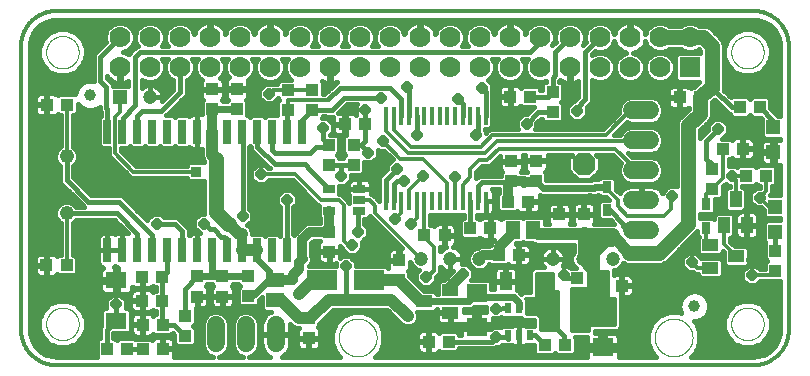
<source format=gtl>
G75*
%MOIN*%
%OFA0B0*%
%FSLAX25Y25*%
%IPPOS*%
%LPD*%
%AMOC8*
5,1,8,0,0,1.08239X$1,22.5*
%
%ADD10C,0.01200*%
%ADD11R,0.04331X0.03937*%
%ADD12R,0.03937X0.04331*%
%ADD13R,0.07087X0.06299*%
%ADD14R,0.04724X0.06890*%
%ADD15R,0.03937X0.05906*%
%ADD16R,0.02362X0.03543*%
%ADD17C,0.06000*%
%ADD18R,0.03150X0.03937*%
%ADD19R,0.05512X0.03937*%
%ADD20R,0.03937X0.05512*%
%ADD21R,0.01575X0.05906*%
%ADD22R,0.04724X0.04724*%
%ADD23R,0.02600X0.08000*%
%ADD24C,0.04800*%
%ADD25R,0.03898X0.02717*%
%ADD26R,0.05906X0.05118*%
%ADD27R,0.07087X0.05512*%
%ADD28R,0.09843X0.06693*%
%ADD29R,0.05118X0.05906*%
%ADD30C,0.00000*%
%ADD31C,0.04724*%
%ADD32OC8,0.07600*%
%ADD33R,0.07000X0.07000*%
%ADD34C,0.07000*%
%ADD35C,0.03937*%
%ADD36C,0.01600*%
%ADD37OC8,0.03762*%
%ADD38C,0.04000*%
%ADD39C,0.03200*%
%ADD40C,0.02400*%
%ADD41C,0.05000*%
%ADD42C,0.01000*%
%ADD43C,0.02323*%
%ADD44R,0.03762X0.03762*%
D10*
X0015580Y0025231D02*
X0247863Y0025231D01*
X0248148Y0025234D01*
X0248434Y0025245D01*
X0248719Y0025262D01*
X0249003Y0025286D01*
X0249287Y0025317D01*
X0249570Y0025355D01*
X0249851Y0025400D01*
X0250132Y0025451D01*
X0250412Y0025509D01*
X0250690Y0025574D01*
X0250966Y0025646D01*
X0251240Y0025724D01*
X0251513Y0025809D01*
X0251783Y0025901D01*
X0252051Y0025999D01*
X0252317Y0026103D01*
X0252580Y0026214D01*
X0252840Y0026331D01*
X0253098Y0026454D01*
X0253352Y0026584D01*
X0253603Y0026720D01*
X0253851Y0026861D01*
X0254095Y0027009D01*
X0254336Y0027162D01*
X0254572Y0027322D01*
X0254805Y0027487D01*
X0255034Y0027657D01*
X0255259Y0027833D01*
X0255479Y0028015D01*
X0255695Y0028201D01*
X0255906Y0028393D01*
X0256113Y0028590D01*
X0256315Y0028792D01*
X0256512Y0028999D01*
X0256704Y0029210D01*
X0256890Y0029426D01*
X0257072Y0029646D01*
X0257248Y0029871D01*
X0257418Y0030100D01*
X0257583Y0030333D01*
X0257743Y0030569D01*
X0257896Y0030810D01*
X0258044Y0031054D01*
X0258185Y0031302D01*
X0258321Y0031553D01*
X0258451Y0031807D01*
X0258574Y0032065D01*
X0258691Y0032325D01*
X0258802Y0032588D01*
X0258906Y0032854D01*
X0259004Y0033122D01*
X0259096Y0033392D01*
X0259181Y0033665D01*
X0259259Y0033939D01*
X0259331Y0034215D01*
X0259396Y0034493D01*
X0259454Y0034773D01*
X0259505Y0035054D01*
X0259550Y0035335D01*
X0259588Y0035618D01*
X0259619Y0035902D01*
X0259643Y0036186D01*
X0259660Y0036471D01*
X0259671Y0036757D01*
X0259674Y0037042D01*
X0259674Y0131530D01*
X0259671Y0131815D01*
X0259660Y0132101D01*
X0259643Y0132386D01*
X0259619Y0132670D01*
X0259588Y0132954D01*
X0259550Y0133237D01*
X0259505Y0133518D01*
X0259454Y0133799D01*
X0259396Y0134079D01*
X0259331Y0134357D01*
X0259259Y0134633D01*
X0259181Y0134907D01*
X0259096Y0135180D01*
X0259004Y0135450D01*
X0258906Y0135718D01*
X0258802Y0135984D01*
X0258691Y0136247D01*
X0258574Y0136507D01*
X0258451Y0136765D01*
X0258321Y0137019D01*
X0258185Y0137270D01*
X0258044Y0137518D01*
X0257896Y0137762D01*
X0257743Y0138003D01*
X0257583Y0138239D01*
X0257418Y0138472D01*
X0257248Y0138701D01*
X0257072Y0138926D01*
X0256890Y0139146D01*
X0256704Y0139362D01*
X0256512Y0139573D01*
X0256315Y0139780D01*
X0256113Y0139982D01*
X0255906Y0140179D01*
X0255695Y0140371D01*
X0255479Y0140557D01*
X0255259Y0140739D01*
X0255034Y0140915D01*
X0254805Y0141085D01*
X0254572Y0141250D01*
X0254336Y0141410D01*
X0254095Y0141563D01*
X0253851Y0141711D01*
X0253603Y0141852D01*
X0253352Y0141988D01*
X0253098Y0142118D01*
X0252840Y0142241D01*
X0252580Y0142358D01*
X0252317Y0142469D01*
X0252051Y0142573D01*
X0251783Y0142671D01*
X0251513Y0142763D01*
X0251240Y0142848D01*
X0250966Y0142926D01*
X0250690Y0142998D01*
X0250412Y0143063D01*
X0250132Y0143121D01*
X0249851Y0143172D01*
X0249570Y0143217D01*
X0249287Y0143255D01*
X0249003Y0143286D01*
X0248719Y0143310D01*
X0248434Y0143327D01*
X0248148Y0143338D01*
X0247863Y0143341D01*
X0015580Y0143341D01*
X0015295Y0143338D01*
X0015009Y0143327D01*
X0014724Y0143310D01*
X0014440Y0143286D01*
X0014156Y0143255D01*
X0013873Y0143217D01*
X0013592Y0143172D01*
X0013311Y0143121D01*
X0013031Y0143063D01*
X0012753Y0142998D01*
X0012477Y0142926D01*
X0012203Y0142848D01*
X0011930Y0142763D01*
X0011660Y0142671D01*
X0011392Y0142573D01*
X0011126Y0142469D01*
X0010863Y0142358D01*
X0010603Y0142241D01*
X0010345Y0142118D01*
X0010091Y0141988D01*
X0009840Y0141852D01*
X0009592Y0141711D01*
X0009348Y0141563D01*
X0009107Y0141410D01*
X0008871Y0141250D01*
X0008638Y0141085D01*
X0008409Y0140915D01*
X0008184Y0140739D01*
X0007964Y0140557D01*
X0007748Y0140371D01*
X0007537Y0140179D01*
X0007330Y0139982D01*
X0007128Y0139780D01*
X0006931Y0139573D01*
X0006739Y0139362D01*
X0006553Y0139146D01*
X0006371Y0138926D01*
X0006195Y0138701D01*
X0006025Y0138472D01*
X0005860Y0138239D01*
X0005700Y0138003D01*
X0005547Y0137762D01*
X0005399Y0137518D01*
X0005258Y0137270D01*
X0005122Y0137019D01*
X0004992Y0136765D01*
X0004869Y0136507D01*
X0004752Y0136247D01*
X0004641Y0135984D01*
X0004537Y0135718D01*
X0004439Y0135450D01*
X0004347Y0135180D01*
X0004262Y0134907D01*
X0004184Y0134633D01*
X0004112Y0134357D01*
X0004047Y0134079D01*
X0003989Y0133799D01*
X0003938Y0133518D01*
X0003893Y0133237D01*
X0003855Y0132954D01*
X0003824Y0132670D01*
X0003800Y0132386D01*
X0003783Y0132101D01*
X0003772Y0131815D01*
X0003769Y0131530D01*
X0003769Y0037042D01*
X0003772Y0036757D01*
X0003783Y0036471D01*
X0003800Y0036186D01*
X0003824Y0035902D01*
X0003855Y0035618D01*
X0003893Y0035335D01*
X0003938Y0035054D01*
X0003989Y0034773D01*
X0004047Y0034493D01*
X0004112Y0034215D01*
X0004184Y0033939D01*
X0004262Y0033665D01*
X0004347Y0033392D01*
X0004439Y0033122D01*
X0004537Y0032854D01*
X0004641Y0032588D01*
X0004752Y0032325D01*
X0004869Y0032065D01*
X0004992Y0031807D01*
X0005122Y0031553D01*
X0005258Y0031302D01*
X0005399Y0031054D01*
X0005547Y0030810D01*
X0005700Y0030569D01*
X0005860Y0030333D01*
X0006025Y0030100D01*
X0006195Y0029871D01*
X0006371Y0029646D01*
X0006553Y0029426D01*
X0006739Y0029210D01*
X0006931Y0028999D01*
X0007128Y0028792D01*
X0007330Y0028590D01*
X0007537Y0028393D01*
X0007748Y0028201D01*
X0007964Y0028015D01*
X0008184Y0027833D01*
X0008409Y0027657D01*
X0008638Y0027487D01*
X0008871Y0027322D01*
X0009107Y0027162D01*
X0009348Y0027009D01*
X0009592Y0026861D01*
X0009840Y0026720D01*
X0010091Y0026584D01*
X0010345Y0026454D01*
X0010603Y0026331D01*
X0010863Y0026214D01*
X0011126Y0026103D01*
X0011392Y0025999D01*
X0011660Y0025901D01*
X0011930Y0025809D01*
X0012203Y0025724D01*
X0012477Y0025646D01*
X0012753Y0025574D01*
X0013031Y0025509D01*
X0013311Y0025451D01*
X0013592Y0025400D01*
X0013873Y0025355D01*
X0014156Y0025317D01*
X0014440Y0025286D01*
X0014724Y0025262D01*
X0015009Y0025245D01*
X0015295Y0025234D01*
X0015580Y0025231D01*
X0018926Y0058578D02*
X0018965Y0058617D01*
X0018965Y0075889D01*
X0035068Y0095900D02*
X0041170Y0089798D01*
X0062233Y0089798D01*
X0083690Y0088814D02*
X0095107Y0088814D01*
X0103769Y0080152D01*
X0109674Y0080152D01*
X0111249Y0078578D01*
X0111249Y0066767D01*
X0112627Y0065389D01*
X0114005Y0065389D01*
X0128375Y0073853D02*
X0130520Y0075999D01*
X0130520Y0079818D01*
X0133080Y0079818D02*
X0133080Y0083676D01*
X0137627Y0088223D01*
X0137627Y0094129D02*
X0145894Y0085861D01*
X0145894Y0079838D01*
X0145875Y0079818D01*
X0148434Y0079818D02*
X0148434Y0087810D01*
X0148454Y0087830D01*
X0151013Y0085271D02*
X0153572Y0087830D01*
X0153572Y0090586D01*
X0156524Y0093538D01*
X0159083Y0093538D01*
X0163020Y0097475D01*
X0201800Y0097475D01*
X0209123Y0090152D01*
X0210461Y0090152D01*
X0199083Y0084759D02*
X0199083Y0083853D01*
X0202587Y0080349D01*
X0202587Y0078184D01*
X0205737Y0075034D01*
X0218139Y0075034D01*
X0220501Y0077397D01*
X0220501Y0081334D01*
X0220894Y0081727D01*
X0232154Y0082160D02*
X0232154Y0078971D01*
X0232154Y0082160D02*
X0234083Y0084089D01*
X0237587Y0087593D01*
X0237587Y0097397D01*
X0240973Y0088420D02*
X0240776Y0088223D01*
X0241918Y0087082D01*
X0241918Y0080586D01*
X0250028Y0081137D02*
X0253020Y0078145D01*
X0254950Y0078145D01*
X0250028Y0081137D02*
X0252154Y0083263D01*
X0252154Y0088420D01*
X0245461Y0088420D02*
X0240973Y0088420D01*
X0238178Y0071924D02*
X0238178Y0065507D01*
X0242194Y0061491D01*
X0233532Y0057751D02*
X0229123Y0057751D01*
X0227391Y0059483D01*
X0233532Y0065231D02*
X0232154Y0066609D01*
X0232154Y0071097D01*
X0253532Y0055152D02*
X0255146Y0056767D01*
X0253532Y0055152D02*
X0247469Y0055152D01*
X0210343Y0100034D02*
X0162430Y0100034D01*
X0158493Y0096097D01*
X0132706Y0096097D01*
X0125422Y0103381D01*
X0125422Y0108341D01*
X0125402Y0108361D01*
X0127961Y0108361D02*
X0127961Y0103794D01*
X0133690Y0098066D01*
X0156918Y0098066D01*
X0160855Y0102003D01*
X0198650Y0102003D01*
X0199733Y0103086D01*
X0206524Y0109877D01*
X0210186Y0109877D01*
X0210461Y0110152D01*
X0210461Y0100152D02*
X0210343Y0100034D01*
X0151013Y0085271D02*
X0151013Y0079838D01*
X0150993Y0079818D01*
X0138198Y0079818D02*
X0138198Y0068558D01*
X0138217Y0068538D01*
X0138217Y0067948D01*
X0141564Y0064601D01*
X0141564Y0056727D01*
X0138808Y0054759D01*
X0137194Y0060664D02*
X0121879Y0075979D01*
X0121879Y0078381D01*
X0119910Y0080349D01*
X0116603Y0080349D01*
X0116564Y0080389D01*
X0133690Y0072475D02*
X0135639Y0074424D01*
X0135639Y0079818D01*
X0137627Y0094129D02*
X0130146Y0094129D01*
X0124438Y0099837D01*
X0106131Y0113814D02*
X0105934Y0113617D01*
X0092745Y0113617D01*
X0092666Y0113538D01*
X0092666Y0110389D01*
X0086446Y0115782D02*
X0087745Y0117082D01*
X0092666Y0117082D01*
X0100816Y0117082D01*
X0036721Y0114562D02*
X0036721Y0109759D01*
X0035068Y0108105D01*
X0035068Y0095900D01*
X0018965Y0094889D02*
X0018965Y0112042D01*
X0019044Y0112121D01*
D11*
X0019044Y0112121D03*
X0012351Y0112121D03*
X0092666Y0110389D03*
X0100816Y0110389D03*
X0111721Y0105625D03*
X0118414Y0105625D03*
X0114595Y0098735D03*
X0106328Y0098775D03*
X0106328Y0092082D03*
X0114595Y0092042D03*
X0153493Y0070822D03*
X0160186Y0070822D03*
X0162942Y0062042D03*
X0169635Y0062042D03*
X0189202Y0054326D03*
X0197272Y0051727D03*
X0203965Y0051727D03*
X0189202Y0047633D03*
X0185009Y0031944D03*
X0178316Y0031944D03*
X0255146Y0056767D03*
X0255146Y0063460D03*
X0234083Y0084089D03*
X0234083Y0090782D03*
X0237587Y0097397D03*
X0244280Y0097397D03*
X0230068Y0114483D03*
X0223375Y0114483D03*
X0180934Y0116294D03*
X0180934Y0109601D03*
X0172824Y0079680D03*
X0166131Y0079680D03*
X0100816Y0117082D03*
X0092666Y0117082D03*
X0018926Y0058578D03*
X0012233Y0058578D03*
X0044202Y0054759D03*
X0050894Y0054759D03*
X0050816Y0046767D03*
X0044123Y0046767D03*
X0058375Y0041688D03*
X0058375Y0034995D03*
X0050934Y0030743D03*
X0044241Y0030743D03*
X0079556Y0048184D03*
X0079556Y0054877D03*
D12*
X0070894Y0054837D03*
X0062430Y0054837D03*
X0062430Y0048145D03*
X0070894Y0048145D03*
X0050934Y0038735D03*
X0044241Y0038735D03*
X0039044Y0030743D03*
X0032351Y0030743D03*
X0099635Y0034286D03*
X0099635Y0040979D03*
X0129733Y0053499D03*
X0129733Y0060192D03*
X0138217Y0068538D03*
X0144910Y0068538D03*
X0167233Y0086491D03*
X0175501Y0086688D03*
X0175501Y0093381D03*
X0167233Y0093184D03*
X0183178Y0075507D03*
X0191367Y0075546D03*
X0191367Y0068853D03*
X0183178Y0068814D03*
X0245461Y0088420D03*
X0252154Y0088420D03*
X0250028Y0111255D03*
X0243335Y0111255D03*
X0173493Y0114798D03*
X0166800Y0114798D03*
X0106446Y0069798D03*
X0106446Y0063105D03*
X0139635Y0033105D03*
X0146328Y0033105D03*
X0075698Y0110625D03*
X0067548Y0110586D03*
X0067548Y0117278D03*
X0075698Y0117318D03*
D13*
X0155619Y0049168D03*
X0155619Y0038145D03*
X0197666Y0042200D03*
X0197666Y0031176D03*
D14*
X0189969Y0040389D03*
X0179930Y0040389D03*
D15*
X0178080Y0053204D03*
X0165284Y0053204D03*
D16*
X0165934Y0044208D03*
X0169674Y0044208D03*
X0173414Y0044208D03*
X0173414Y0035152D03*
X0169674Y0035152D03*
X0165934Y0035152D03*
D17*
X0207461Y0070152D02*
X0213461Y0070152D01*
X0213461Y0080152D02*
X0207461Y0080152D01*
X0207461Y0090152D02*
X0213461Y0090152D01*
X0213461Y0100152D02*
X0207461Y0100152D01*
X0207461Y0110152D02*
X0213461Y0110152D01*
X0088690Y0038487D02*
X0088690Y0032487D01*
X0078690Y0032487D02*
X0078690Y0038487D01*
X0068690Y0038487D02*
X0068690Y0032487D01*
D18*
X0199083Y0076885D03*
X0199083Y0084759D03*
X0232154Y0078971D03*
X0232154Y0071097D03*
D19*
X0233532Y0065231D03*
X0242194Y0061491D03*
X0233532Y0057751D03*
X0146879Y0050231D03*
X0138217Y0046491D03*
X0146879Y0042751D03*
D20*
X0238178Y0071924D03*
X0245658Y0071924D03*
X0241918Y0080586D03*
D21*
X0158670Y0079818D03*
X0156111Y0079818D03*
X0153552Y0079818D03*
X0150993Y0079818D03*
X0148434Y0079818D03*
X0145875Y0079818D03*
X0143316Y0079818D03*
X0140757Y0079818D03*
X0138198Y0079818D03*
X0135639Y0079818D03*
X0133080Y0079818D03*
X0130520Y0079818D03*
X0127961Y0079818D03*
X0125402Y0079818D03*
X0125402Y0108361D03*
X0127961Y0108361D03*
X0130520Y0108361D03*
X0133080Y0108361D03*
X0135639Y0108361D03*
X0138198Y0108361D03*
X0140757Y0108361D03*
X0143316Y0108361D03*
X0145875Y0108361D03*
X0148434Y0108361D03*
X0150993Y0108361D03*
X0153552Y0108361D03*
X0156111Y0108361D03*
X0158670Y0108361D03*
D22*
X0254556Y0104562D03*
X0254556Y0096294D03*
X0255028Y0078066D03*
X0255028Y0069798D03*
X0036721Y0114562D03*
D23*
X0037568Y0103141D03*
X0042568Y0103141D03*
X0047568Y0103141D03*
X0052568Y0103141D03*
X0057568Y0103141D03*
X0062568Y0103141D03*
X0067568Y0103141D03*
X0072568Y0103141D03*
X0077568Y0103141D03*
X0082568Y0103141D03*
X0087568Y0103141D03*
X0092568Y0103141D03*
X0097568Y0103141D03*
X0032568Y0103141D03*
X0032568Y0063541D03*
X0037568Y0063541D03*
X0042568Y0063541D03*
X0047568Y0063541D03*
X0052568Y0063541D03*
X0057568Y0063541D03*
X0062568Y0063541D03*
X0067568Y0063541D03*
X0072568Y0063541D03*
X0077568Y0063541D03*
X0082568Y0063541D03*
X0087568Y0063541D03*
X0092568Y0063541D03*
X0097568Y0063541D03*
D24*
X0018965Y0075889D03*
X0018965Y0094889D03*
D25*
X0106367Y0084129D03*
X0116564Y0084129D03*
X0116564Y0080389D03*
X0116564Y0076649D03*
X0106367Y0076649D03*
D26*
X0088335Y0053656D03*
X0088335Y0046963D03*
D27*
X0035501Y0053499D03*
X0035501Y0040113D03*
D28*
X0104064Y0053538D03*
X0119812Y0053538D03*
D29*
X0167784Y0070310D03*
X0174477Y0070310D03*
D30*
X0214989Y0034483D02*
X0214991Y0034641D01*
X0214997Y0034799D01*
X0215007Y0034957D01*
X0215021Y0035115D01*
X0215039Y0035272D01*
X0215060Y0035429D01*
X0215086Y0035585D01*
X0215116Y0035741D01*
X0215149Y0035896D01*
X0215187Y0036049D01*
X0215228Y0036202D01*
X0215273Y0036354D01*
X0215322Y0036505D01*
X0215375Y0036654D01*
X0215431Y0036802D01*
X0215491Y0036948D01*
X0215555Y0037093D01*
X0215623Y0037236D01*
X0215694Y0037378D01*
X0215768Y0037518D01*
X0215846Y0037655D01*
X0215928Y0037791D01*
X0216012Y0037925D01*
X0216101Y0038056D01*
X0216192Y0038185D01*
X0216287Y0038312D01*
X0216384Y0038437D01*
X0216485Y0038559D01*
X0216589Y0038678D01*
X0216696Y0038795D01*
X0216806Y0038909D01*
X0216919Y0039020D01*
X0217034Y0039129D01*
X0217152Y0039234D01*
X0217273Y0039336D01*
X0217396Y0039436D01*
X0217522Y0039532D01*
X0217650Y0039625D01*
X0217780Y0039715D01*
X0217913Y0039801D01*
X0218048Y0039885D01*
X0218184Y0039964D01*
X0218323Y0040041D01*
X0218464Y0040113D01*
X0218606Y0040183D01*
X0218750Y0040248D01*
X0218896Y0040310D01*
X0219043Y0040368D01*
X0219192Y0040423D01*
X0219342Y0040474D01*
X0219493Y0040521D01*
X0219645Y0040564D01*
X0219798Y0040603D01*
X0219953Y0040639D01*
X0220108Y0040670D01*
X0220264Y0040698D01*
X0220420Y0040722D01*
X0220577Y0040742D01*
X0220735Y0040758D01*
X0220892Y0040770D01*
X0221051Y0040778D01*
X0221209Y0040782D01*
X0221367Y0040782D01*
X0221525Y0040778D01*
X0221684Y0040770D01*
X0221841Y0040758D01*
X0221999Y0040742D01*
X0222156Y0040722D01*
X0222312Y0040698D01*
X0222468Y0040670D01*
X0222623Y0040639D01*
X0222778Y0040603D01*
X0222931Y0040564D01*
X0223083Y0040521D01*
X0223234Y0040474D01*
X0223384Y0040423D01*
X0223533Y0040368D01*
X0223680Y0040310D01*
X0223826Y0040248D01*
X0223970Y0040183D01*
X0224112Y0040113D01*
X0224253Y0040041D01*
X0224392Y0039964D01*
X0224528Y0039885D01*
X0224663Y0039801D01*
X0224796Y0039715D01*
X0224926Y0039625D01*
X0225054Y0039532D01*
X0225180Y0039436D01*
X0225303Y0039336D01*
X0225424Y0039234D01*
X0225542Y0039129D01*
X0225657Y0039020D01*
X0225770Y0038909D01*
X0225880Y0038795D01*
X0225987Y0038678D01*
X0226091Y0038559D01*
X0226192Y0038437D01*
X0226289Y0038312D01*
X0226384Y0038185D01*
X0226475Y0038056D01*
X0226564Y0037925D01*
X0226648Y0037791D01*
X0226730Y0037655D01*
X0226808Y0037518D01*
X0226882Y0037378D01*
X0226953Y0037236D01*
X0227021Y0037093D01*
X0227085Y0036948D01*
X0227145Y0036802D01*
X0227201Y0036654D01*
X0227254Y0036505D01*
X0227303Y0036354D01*
X0227348Y0036202D01*
X0227389Y0036049D01*
X0227427Y0035896D01*
X0227460Y0035741D01*
X0227490Y0035585D01*
X0227516Y0035429D01*
X0227537Y0035272D01*
X0227555Y0035115D01*
X0227569Y0034957D01*
X0227579Y0034799D01*
X0227585Y0034641D01*
X0227587Y0034483D01*
X0227585Y0034325D01*
X0227579Y0034167D01*
X0227569Y0034009D01*
X0227555Y0033851D01*
X0227537Y0033694D01*
X0227516Y0033537D01*
X0227490Y0033381D01*
X0227460Y0033225D01*
X0227427Y0033070D01*
X0227389Y0032917D01*
X0227348Y0032764D01*
X0227303Y0032612D01*
X0227254Y0032461D01*
X0227201Y0032312D01*
X0227145Y0032164D01*
X0227085Y0032018D01*
X0227021Y0031873D01*
X0226953Y0031730D01*
X0226882Y0031588D01*
X0226808Y0031448D01*
X0226730Y0031311D01*
X0226648Y0031175D01*
X0226564Y0031041D01*
X0226475Y0030910D01*
X0226384Y0030781D01*
X0226289Y0030654D01*
X0226192Y0030529D01*
X0226091Y0030407D01*
X0225987Y0030288D01*
X0225880Y0030171D01*
X0225770Y0030057D01*
X0225657Y0029946D01*
X0225542Y0029837D01*
X0225424Y0029732D01*
X0225303Y0029630D01*
X0225180Y0029530D01*
X0225054Y0029434D01*
X0224926Y0029341D01*
X0224796Y0029251D01*
X0224663Y0029165D01*
X0224528Y0029081D01*
X0224392Y0029002D01*
X0224253Y0028925D01*
X0224112Y0028853D01*
X0223970Y0028783D01*
X0223826Y0028718D01*
X0223680Y0028656D01*
X0223533Y0028598D01*
X0223384Y0028543D01*
X0223234Y0028492D01*
X0223083Y0028445D01*
X0222931Y0028402D01*
X0222778Y0028363D01*
X0222623Y0028327D01*
X0222468Y0028296D01*
X0222312Y0028268D01*
X0222156Y0028244D01*
X0221999Y0028224D01*
X0221841Y0028208D01*
X0221684Y0028196D01*
X0221525Y0028188D01*
X0221367Y0028184D01*
X0221209Y0028184D01*
X0221051Y0028188D01*
X0220892Y0028196D01*
X0220735Y0028208D01*
X0220577Y0028224D01*
X0220420Y0028244D01*
X0220264Y0028268D01*
X0220108Y0028296D01*
X0219953Y0028327D01*
X0219798Y0028363D01*
X0219645Y0028402D01*
X0219493Y0028445D01*
X0219342Y0028492D01*
X0219192Y0028543D01*
X0219043Y0028598D01*
X0218896Y0028656D01*
X0218750Y0028718D01*
X0218606Y0028783D01*
X0218464Y0028853D01*
X0218323Y0028925D01*
X0218184Y0029002D01*
X0218048Y0029081D01*
X0217913Y0029165D01*
X0217780Y0029251D01*
X0217650Y0029341D01*
X0217522Y0029434D01*
X0217396Y0029530D01*
X0217273Y0029630D01*
X0217152Y0029732D01*
X0217034Y0029837D01*
X0216919Y0029946D01*
X0216806Y0030057D01*
X0216696Y0030171D01*
X0216589Y0030288D01*
X0216485Y0030407D01*
X0216384Y0030529D01*
X0216287Y0030654D01*
X0216192Y0030781D01*
X0216101Y0030910D01*
X0216012Y0031041D01*
X0215928Y0031175D01*
X0215846Y0031311D01*
X0215768Y0031448D01*
X0215694Y0031588D01*
X0215623Y0031730D01*
X0215555Y0031873D01*
X0215491Y0032018D01*
X0215431Y0032164D01*
X0215375Y0032312D01*
X0215322Y0032461D01*
X0215273Y0032612D01*
X0215228Y0032764D01*
X0215187Y0032917D01*
X0215149Y0033070D01*
X0215116Y0033225D01*
X0215086Y0033381D01*
X0215060Y0033537D01*
X0215039Y0033694D01*
X0215021Y0033851D01*
X0215007Y0034009D01*
X0214997Y0034167D01*
X0214991Y0034325D01*
X0214989Y0034483D01*
X0240481Y0039011D02*
X0240483Y0039158D01*
X0240489Y0039304D01*
X0240499Y0039450D01*
X0240513Y0039596D01*
X0240531Y0039742D01*
X0240552Y0039887D01*
X0240578Y0040031D01*
X0240608Y0040175D01*
X0240641Y0040317D01*
X0240678Y0040459D01*
X0240719Y0040600D01*
X0240764Y0040739D01*
X0240813Y0040878D01*
X0240865Y0041015D01*
X0240922Y0041150D01*
X0240981Y0041284D01*
X0241045Y0041416D01*
X0241112Y0041546D01*
X0241182Y0041675D01*
X0241256Y0041802D01*
X0241333Y0041926D01*
X0241414Y0042049D01*
X0241498Y0042169D01*
X0241585Y0042287D01*
X0241675Y0042402D01*
X0241768Y0042515D01*
X0241865Y0042626D01*
X0241964Y0042734D01*
X0242066Y0042839D01*
X0242171Y0042941D01*
X0242279Y0043040D01*
X0242390Y0043137D01*
X0242503Y0043230D01*
X0242618Y0043320D01*
X0242736Y0043407D01*
X0242856Y0043491D01*
X0242979Y0043572D01*
X0243103Y0043649D01*
X0243230Y0043723D01*
X0243359Y0043793D01*
X0243489Y0043860D01*
X0243621Y0043924D01*
X0243755Y0043983D01*
X0243890Y0044040D01*
X0244027Y0044092D01*
X0244166Y0044141D01*
X0244305Y0044186D01*
X0244446Y0044227D01*
X0244588Y0044264D01*
X0244730Y0044297D01*
X0244874Y0044327D01*
X0245018Y0044353D01*
X0245163Y0044374D01*
X0245309Y0044392D01*
X0245455Y0044406D01*
X0245601Y0044416D01*
X0245747Y0044422D01*
X0245894Y0044424D01*
X0246041Y0044422D01*
X0246187Y0044416D01*
X0246333Y0044406D01*
X0246479Y0044392D01*
X0246625Y0044374D01*
X0246770Y0044353D01*
X0246914Y0044327D01*
X0247058Y0044297D01*
X0247200Y0044264D01*
X0247342Y0044227D01*
X0247483Y0044186D01*
X0247622Y0044141D01*
X0247761Y0044092D01*
X0247898Y0044040D01*
X0248033Y0043983D01*
X0248167Y0043924D01*
X0248299Y0043860D01*
X0248429Y0043793D01*
X0248558Y0043723D01*
X0248685Y0043649D01*
X0248809Y0043572D01*
X0248932Y0043491D01*
X0249052Y0043407D01*
X0249170Y0043320D01*
X0249285Y0043230D01*
X0249398Y0043137D01*
X0249509Y0043040D01*
X0249617Y0042941D01*
X0249722Y0042839D01*
X0249824Y0042734D01*
X0249923Y0042626D01*
X0250020Y0042515D01*
X0250113Y0042402D01*
X0250203Y0042287D01*
X0250290Y0042169D01*
X0250374Y0042049D01*
X0250455Y0041926D01*
X0250532Y0041802D01*
X0250606Y0041675D01*
X0250676Y0041546D01*
X0250743Y0041416D01*
X0250807Y0041284D01*
X0250866Y0041150D01*
X0250923Y0041015D01*
X0250975Y0040878D01*
X0251024Y0040739D01*
X0251069Y0040600D01*
X0251110Y0040459D01*
X0251147Y0040317D01*
X0251180Y0040175D01*
X0251210Y0040031D01*
X0251236Y0039887D01*
X0251257Y0039742D01*
X0251275Y0039596D01*
X0251289Y0039450D01*
X0251299Y0039304D01*
X0251305Y0039158D01*
X0251307Y0039011D01*
X0251305Y0038864D01*
X0251299Y0038718D01*
X0251289Y0038572D01*
X0251275Y0038426D01*
X0251257Y0038280D01*
X0251236Y0038135D01*
X0251210Y0037991D01*
X0251180Y0037847D01*
X0251147Y0037705D01*
X0251110Y0037563D01*
X0251069Y0037422D01*
X0251024Y0037283D01*
X0250975Y0037144D01*
X0250923Y0037007D01*
X0250866Y0036872D01*
X0250807Y0036738D01*
X0250743Y0036606D01*
X0250676Y0036476D01*
X0250606Y0036347D01*
X0250532Y0036220D01*
X0250455Y0036096D01*
X0250374Y0035973D01*
X0250290Y0035853D01*
X0250203Y0035735D01*
X0250113Y0035620D01*
X0250020Y0035507D01*
X0249923Y0035396D01*
X0249824Y0035288D01*
X0249722Y0035183D01*
X0249617Y0035081D01*
X0249509Y0034982D01*
X0249398Y0034885D01*
X0249285Y0034792D01*
X0249170Y0034702D01*
X0249052Y0034615D01*
X0248932Y0034531D01*
X0248809Y0034450D01*
X0248685Y0034373D01*
X0248558Y0034299D01*
X0248429Y0034229D01*
X0248299Y0034162D01*
X0248167Y0034098D01*
X0248033Y0034039D01*
X0247898Y0033982D01*
X0247761Y0033930D01*
X0247622Y0033881D01*
X0247483Y0033836D01*
X0247342Y0033795D01*
X0247200Y0033758D01*
X0247058Y0033725D01*
X0246914Y0033695D01*
X0246770Y0033669D01*
X0246625Y0033648D01*
X0246479Y0033630D01*
X0246333Y0033616D01*
X0246187Y0033606D01*
X0246041Y0033600D01*
X0245894Y0033598D01*
X0245747Y0033600D01*
X0245601Y0033606D01*
X0245455Y0033616D01*
X0245309Y0033630D01*
X0245163Y0033648D01*
X0245018Y0033669D01*
X0244874Y0033695D01*
X0244730Y0033725D01*
X0244588Y0033758D01*
X0244446Y0033795D01*
X0244305Y0033836D01*
X0244166Y0033881D01*
X0244027Y0033930D01*
X0243890Y0033982D01*
X0243755Y0034039D01*
X0243621Y0034098D01*
X0243489Y0034162D01*
X0243359Y0034229D01*
X0243230Y0034299D01*
X0243103Y0034373D01*
X0242979Y0034450D01*
X0242856Y0034531D01*
X0242736Y0034615D01*
X0242618Y0034702D01*
X0242503Y0034792D01*
X0242390Y0034885D01*
X0242279Y0034982D01*
X0242171Y0035081D01*
X0242066Y0035183D01*
X0241964Y0035288D01*
X0241865Y0035396D01*
X0241768Y0035507D01*
X0241675Y0035620D01*
X0241585Y0035735D01*
X0241498Y0035853D01*
X0241414Y0035973D01*
X0241333Y0036096D01*
X0241256Y0036220D01*
X0241182Y0036347D01*
X0241112Y0036476D01*
X0241045Y0036606D01*
X0240981Y0036738D01*
X0240922Y0036872D01*
X0240865Y0037007D01*
X0240813Y0037144D01*
X0240764Y0037283D01*
X0240719Y0037422D01*
X0240678Y0037563D01*
X0240641Y0037705D01*
X0240608Y0037847D01*
X0240578Y0037991D01*
X0240552Y0038135D01*
X0240531Y0038280D01*
X0240513Y0038426D01*
X0240499Y0038572D01*
X0240489Y0038718D01*
X0240483Y0038864D01*
X0240481Y0039011D01*
X0109674Y0034483D02*
X0109676Y0034641D01*
X0109682Y0034799D01*
X0109692Y0034957D01*
X0109706Y0035115D01*
X0109724Y0035272D01*
X0109745Y0035429D01*
X0109771Y0035585D01*
X0109801Y0035741D01*
X0109834Y0035896D01*
X0109872Y0036049D01*
X0109913Y0036202D01*
X0109958Y0036354D01*
X0110007Y0036505D01*
X0110060Y0036654D01*
X0110116Y0036802D01*
X0110176Y0036948D01*
X0110240Y0037093D01*
X0110308Y0037236D01*
X0110379Y0037378D01*
X0110453Y0037518D01*
X0110531Y0037655D01*
X0110613Y0037791D01*
X0110697Y0037925D01*
X0110786Y0038056D01*
X0110877Y0038185D01*
X0110972Y0038312D01*
X0111069Y0038437D01*
X0111170Y0038559D01*
X0111274Y0038678D01*
X0111381Y0038795D01*
X0111491Y0038909D01*
X0111604Y0039020D01*
X0111719Y0039129D01*
X0111837Y0039234D01*
X0111958Y0039336D01*
X0112081Y0039436D01*
X0112207Y0039532D01*
X0112335Y0039625D01*
X0112465Y0039715D01*
X0112598Y0039801D01*
X0112733Y0039885D01*
X0112869Y0039964D01*
X0113008Y0040041D01*
X0113149Y0040113D01*
X0113291Y0040183D01*
X0113435Y0040248D01*
X0113581Y0040310D01*
X0113728Y0040368D01*
X0113877Y0040423D01*
X0114027Y0040474D01*
X0114178Y0040521D01*
X0114330Y0040564D01*
X0114483Y0040603D01*
X0114638Y0040639D01*
X0114793Y0040670D01*
X0114949Y0040698D01*
X0115105Y0040722D01*
X0115262Y0040742D01*
X0115420Y0040758D01*
X0115577Y0040770D01*
X0115736Y0040778D01*
X0115894Y0040782D01*
X0116052Y0040782D01*
X0116210Y0040778D01*
X0116369Y0040770D01*
X0116526Y0040758D01*
X0116684Y0040742D01*
X0116841Y0040722D01*
X0116997Y0040698D01*
X0117153Y0040670D01*
X0117308Y0040639D01*
X0117463Y0040603D01*
X0117616Y0040564D01*
X0117768Y0040521D01*
X0117919Y0040474D01*
X0118069Y0040423D01*
X0118218Y0040368D01*
X0118365Y0040310D01*
X0118511Y0040248D01*
X0118655Y0040183D01*
X0118797Y0040113D01*
X0118938Y0040041D01*
X0119077Y0039964D01*
X0119213Y0039885D01*
X0119348Y0039801D01*
X0119481Y0039715D01*
X0119611Y0039625D01*
X0119739Y0039532D01*
X0119865Y0039436D01*
X0119988Y0039336D01*
X0120109Y0039234D01*
X0120227Y0039129D01*
X0120342Y0039020D01*
X0120455Y0038909D01*
X0120565Y0038795D01*
X0120672Y0038678D01*
X0120776Y0038559D01*
X0120877Y0038437D01*
X0120974Y0038312D01*
X0121069Y0038185D01*
X0121160Y0038056D01*
X0121249Y0037925D01*
X0121333Y0037791D01*
X0121415Y0037655D01*
X0121493Y0037518D01*
X0121567Y0037378D01*
X0121638Y0037236D01*
X0121706Y0037093D01*
X0121770Y0036948D01*
X0121830Y0036802D01*
X0121886Y0036654D01*
X0121939Y0036505D01*
X0121988Y0036354D01*
X0122033Y0036202D01*
X0122074Y0036049D01*
X0122112Y0035896D01*
X0122145Y0035741D01*
X0122175Y0035585D01*
X0122201Y0035429D01*
X0122222Y0035272D01*
X0122240Y0035115D01*
X0122254Y0034957D01*
X0122264Y0034799D01*
X0122270Y0034641D01*
X0122272Y0034483D01*
X0122270Y0034325D01*
X0122264Y0034167D01*
X0122254Y0034009D01*
X0122240Y0033851D01*
X0122222Y0033694D01*
X0122201Y0033537D01*
X0122175Y0033381D01*
X0122145Y0033225D01*
X0122112Y0033070D01*
X0122074Y0032917D01*
X0122033Y0032764D01*
X0121988Y0032612D01*
X0121939Y0032461D01*
X0121886Y0032312D01*
X0121830Y0032164D01*
X0121770Y0032018D01*
X0121706Y0031873D01*
X0121638Y0031730D01*
X0121567Y0031588D01*
X0121493Y0031448D01*
X0121415Y0031311D01*
X0121333Y0031175D01*
X0121249Y0031041D01*
X0121160Y0030910D01*
X0121069Y0030781D01*
X0120974Y0030654D01*
X0120877Y0030529D01*
X0120776Y0030407D01*
X0120672Y0030288D01*
X0120565Y0030171D01*
X0120455Y0030057D01*
X0120342Y0029946D01*
X0120227Y0029837D01*
X0120109Y0029732D01*
X0119988Y0029630D01*
X0119865Y0029530D01*
X0119739Y0029434D01*
X0119611Y0029341D01*
X0119481Y0029251D01*
X0119348Y0029165D01*
X0119213Y0029081D01*
X0119077Y0029002D01*
X0118938Y0028925D01*
X0118797Y0028853D01*
X0118655Y0028783D01*
X0118511Y0028718D01*
X0118365Y0028656D01*
X0118218Y0028598D01*
X0118069Y0028543D01*
X0117919Y0028492D01*
X0117768Y0028445D01*
X0117616Y0028402D01*
X0117463Y0028363D01*
X0117308Y0028327D01*
X0117153Y0028296D01*
X0116997Y0028268D01*
X0116841Y0028244D01*
X0116684Y0028224D01*
X0116526Y0028208D01*
X0116369Y0028196D01*
X0116210Y0028188D01*
X0116052Y0028184D01*
X0115894Y0028184D01*
X0115736Y0028188D01*
X0115577Y0028196D01*
X0115420Y0028208D01*
X0115262Y0028224D01*
X0115105Y0028244D01*
X0114949Y0028268D01*
X0114793Y0028296D01*
X0114638Y0028327D01*
X0114483Y0028363D01*
X0114330Y0028402D01*
X0114178Y0028445D01*
X0114027Y0028492D01*
X0113877Y0028543D01*
X0113728Y0028598D01*
X0113581Y0028656D01*
X0113435Y0028718D01*
X0113291Y0028783D01*
X0113149Y0028853D01*
X0113008Y0028925D01*
X0112869Y0029002D01*
X0112733Y0029081D01*
X0112598Y0029165D01*
X0112465Y0029251D01*
X0112335Y0029341D01*
X0112207Y0029434D01*
X0112081Y0029530D01*
X0111958Y0029630D01*
X0111837Y0029732D01*
X0111719Y0029837D01*
X0111604Y0029946D01*
X0111491Y0030057D01*
X0111381Y0030171D01*
X0111274Y0030288D01*
X0111170Y0030407D01*
X0111069Y0030529D01*
X0110972Y0030654D01*
X0110877Y0030781D01*
X0110786Y0030910D01*
X0110697Y0031041D01*
X0110613Y0031175D01*
X0110531Y0031311D01*
X0110453Y0031448D01*
X0110379Y0031588D01*
X0110308Y0031730D01*
X0110240Y0031873D01*
X0110176Y0032018D01*
X0110116Y0032164D01*
X0110060Y0032312D01*
X0110007Y0032461D01*
X0109958Y0032612D01*
X0109913Y0032764D01*
X0109872Y0032917D01*
X0109834Y0033070D01*
X0109801Y0033225D01*
X0109771Y0033381D01*
X0109745Y0033537D01*
X0109724Y0033694D01*
X0109706Y0033851D01*
X0109692Y0034009D01*
X0109682Y0034167D01*
X0109676Y0034325D01*
X0109674Y0034483D01*
X0012135Y0039011D02*
X0012137Y0039158D01*
X0012143Y0039304D01*
X0012153Y0039450D01*
X0012167Y0039596D01*
X0012185Y0039742D01*
X0012206Y0039887D01*
X0012232Y0040031D01*
X0012262Y0040175D01*
X0012295Y0040317D01*
X0012332Y0040459D01*
X0012373Y0040600D01*
X0012418Y0040739D01*
X0012467Y0040878D01*
X0012519Y0041015D01*
X0012576Y0041150D01*
X0012635Y0041284D01*
X0012699Y0041416D01*
X0012766Y0041546D01*
X0012836Y0041675D01*
X0012910Y0041802D01*
X0012987Y0041926D01*
X0013068Y0042049D01*
X0013152Y0042169D01*
X0013239Y0042287D01*
X0013329Y0042402D01*
X0013422Y0042515D01*
X0013519Y0042626D01*
X0013618Y0042734D01*
X0013720Y0042839D01*
X0013825Y0042941D01*
X0013933Y0043040D01*
X0014044Y0043137D01*
X0014157Y0043230D01*
X0014272Y0043320D01*
X0014390Y0043407D01*
X0014510Y0043491D01*
X0014633Y0043572D01*
X0014757Y0043649D01*
X0014884Y0043723D01*
X0015013Y0043793D01*
X0015143Y0043860D01*
X0015275Y0043924D01*
X0015409Y0043983D01*
X0015544Y0044040D01*
X0015681Y0044092D01*
X0015820Y0044141D01*
X0015959Y0044186D01*
X0016100Y0044227D01*
X0016242Y0044264D01*
X0016384Y0044297D01*
X0016528Y0044327D01*
X0016672Y0044353D01*
X0016817Y0044374D01*
X0016963Y0044392D01*
X0017109Y0044406D01*
X0017255Y0044416D01*
X0017401Y0044422D01*
X0017548Y0044424D01*
X0017695Y0044422D01*
X0017841Y0044416D01*
X0017987Y0044406D01*
X0018133Y0044392D01*
X0018279Y0044374D01*
X0018424Y0044353D01*
X0018568Y0044327D01*
X0018712Y0044297D01*
X0018854Y0044264D01*
X0018996Y0044227D01*
X0019137Y0044186D01*
X0019276Y0044141D01*
X0019415Y0044092D01*
X0019552Y0044040D01*
X0019687Y0043983D01*
X0019821Y0043924D01*
X0019953Y0043860D01*
X0020083Y0043793D01*
X0020212Y0043723D01*
X0020339Y0043649D01*
X0020463Y0043572D01*
X0020586Y0043491D01*
X0020706Y0043407D01*
X0020824Y0043320D01*
X0020939Y0043230D01*
X0021052Y0043137D01*
X0021163Y0043040D01*
X0021271Y0042941D01*
X0021376Y0042839D01*
X0021478Y0042734D01*
X0021577Y0042626D01*
X0021674Y0042515D01*
X0021767Y0042402D01*
X0021857Y0042287D01*
X0021944Y0042169D01*
X0022028Y0042049D01*
X0022109Y0041926D01*
X0022186Y0041802D01*
X0022260Y0041675D01*
X0022330Y0041546D01*
X0022397Y0041416D01*
X0022461Y0041284D01*
X0022520Y0041150D01*
X0022577Y0041015D01*
X0022629Y0040878D01*
X0022678Y0040739D01*
X0022723Y0040600D01*
X0022764Y0040459D01*
X0022801Y0040317D01*
X0022834Y0040175D01*
X0022864Y0040031D01*
X0022890Y0039887D01*
X0022911Y0039742D01*
X0022929Y0039596D01*
X0022943Y0039450D01*
X0022953Y0039304D01*
X0022959Y0039158D01*
X0022961Y0039011D01*
X0022959Y0038864D01*
X0022953Y0038718D01*
X0022943Y0038572D01*
X0022929Y0038426D01*
X0022911Y0038280D01*
X0022890Y0038135D01*
X0022864Y0037991D01*
X0022834Y0037847D01*
X0022801Y0037705D01*
X0022764Y0037563D01*
X0022723Y0037422D01*
X0022678Y0037283D01*
X0022629Y0037144D01*
X0022577Y0037007D01*
X0022520Y0036872D01*
X0022461Y0036738D01*
X0022397Y0036606D01*
X0022330Y0036476D01*
X0022260Y0036347D01*
X0022186Y0036220D01*
X0022109Y0036096D01*
X0022028Y0035973D01*
X0021944Y0035853D01*
X0021857Y0035735D01*
X0021767Y0035620D01*
X0021674Y0035507D01*
X0021577Y0035396D01*
X0021478Y0035288D01*
X0021376Y0035183D01*
X0021271Y0035081D01*
X0021163Y0034982D01*
X0021052Y0034885D01*
X0020939Y0034792D01*
X0020824Y0034702D01*
X0020706Y0034615D01*
X0020586Y0034531D01*
X0020463Y0034450D01*
X0020339Y0034373D01*
X0020212Y0034299D01*
X0020083Y0034229D01*
X0019953Y0034162D01*
X0019821Y0034098D01*
X0019687Y0034039D01*
X0019552Y0033982D01*
X0019415Y0033930D01*
X0019276Y0033881D01*
X0019137Y0033836D01*
X0018996Y0033795D01*
X0018854Y0033758D01*
X0018712Y0033725D01*
X0018568Y0033695D01*
X0018424Y0033669D01*
X0018279Y0033648D01*
X0018133Y0033630D01*
X0017987Y0033616D01*
X0017841Y0033606D01*
X0017695Y0033600D01*
X0017548Y0033598D01*
X0017401Y0033600D01*
X0017255Y0033606D01*
X0017109Y0033616D01*
X0016963Y0033630D01*
X0016817Y0033648D01*
X0016672Y0033669D01*
X0016528Y0033695D01*
X0016384Y0033725D01*
X0016242Y0033758D01*
X0016100Y0033795D01*
X0015959Y0033836D01*
X0015820Y0033881D01*
X0015681Y0033930D01*
X0015544Y0033982D01*
X0015409Y0034039D01*
X0015275Y0034098D01*
X0015143Y0034162D01*
X0015013Y0034229D01*
X0014884Y0034299D01*
X0014757Y0034373D01*
X0014633Y0034450D01*
X0014510Y0034531D01*
X0014390Y0034615D01*
X0014272Y0034702D01*
X0014157Y0034792D01*
X0014044Y0034885D01*
X0013933Y0034982D01*
X0013825Y0035081D01*
X0013720Y0035183D01*
X0013618Y0035288D01*
X0013519Y0035396D01*
X0013422Y0035507D01*
X0013329Y0035620D01*
X0013239Y0035735D01*
X0013152Y0035853D01*
X0013068Y0035973D01*
X0012987Y0036096D01*
X0012910Y0036220D01*
X0012836Y0036347D01*
X0012766Y0036476D01*
X0012699Y0036606D01*
X0012635Y0036738D01*
X0012576Y0036872D01*
X0012519Y0037007D01*
X0012467Y0037144D01*
X0012418Y0037283D01*
X0012373Y0037422D01*
X0012332Y0037563D01*
X0012295Y0037705D01*
X0012262Y0037847D01*
X0012232Y0037991D01*
X0012206Y0038135D01*
X0012185Y0038280D01*
X0012167Y0038426D01*
X0012153Y0038572D01*
X0012143Y0038718D01*
X0012137Y0038864D01*
X0012135Y0039011D01*
X0012135Y0129562D02*
X0012137Y0129709D01*
X0012143Y0129855D01*
X0012153Y0130001D01*
X0012167Y0130147D01*
X0012185Y0130293D01*
X0012206Y0130438D01*
X0012232Y0130582D01*
X0012262Y0130726D01*
X0012295Y0130868D01*
X0012332Y0131010D01*
X0012373Y0131151D01*
X0012418Y0131290D01*
X0012467Y0131429D01*
X0012519Y0131566D01*
X0012576Y0131701D01*
X0012635Y0131835D01*
X0012699Y0131967D01*
X0012766Y0132097D01*
X0012836Y0132226D01*
X0012910Y0132353D01*
X0012987Y0132477D01*
X0013068Y0132600D01*
X0013152Y0132720D01*
X0013239Y0132838D01*
X0013329Y0132953D01*
X0013422Y0133066D01*
X0013519Y0133177D01*
X0013618Y0133285D01*
X0013720Y0133390D01*
X0013825Y0133492D01*
X0013933Y0133591D01*
X0014044Y0133688D01*
X0014157Y0133781D01*
X0014272Y0133871D01*
X0014390Y0133958D01*
X0014510Y0134042D01*
X0014633Y0134123D01*
X0014757Y0134200D01*
X0014884Y0134274D01*
X0015013Y0134344D01*
X0015143Y0134411D01*
X0015275Y0134475D01*
X0015409Y0134534D01*
X0015544Y0134591D01*
X0015681Y0134643D01*
X0015820Y0134692D01*
X0015959Y0134737D01*
X0016100Y0134778D01*
X0016242Y0134815D01*
X0016384Y0134848D01*
X0016528Y0134878D01*
X0016672Y0134904D01*
X0016817Y0134925D01*
X0016963Y0134943D01*
X0017109Y0134957D01*
X0017255Y0134967D01*
X0017401Y0134973D01*
X0017548Y0134975D01*
X0017695Y0134973D01*
X0017841Y0134967D01*
X0017987Y0134957D01*
X0018133Y0134943D01*
X0018279Y0134925D01*
X0018424Y0134904D01*
X0018568Y0134878D01*
X0018712Y0134848D01*
X0018854Y0134815D01*
X0018996Y0134778D01*
X0019137Y0134737D01*
X0019276Y0134692D01*
X0019415Y0134643D01*
X0019552Y0134591D01*
X0019687Y0134534D01*
X0019821Y0134475D01*
X0019953Y0134411D01*
X0020083Y0134344D01*
X0020212Y0134274D01*
X0020339Y0134200D01*
X0020463Y0134123D01*
X0020586Y0134042D01*
X0020706Y0133958D01*
X0020824Y0133871D01*
X0020939Y0133781D01*
X0021052Y0133688D01*
X0021163Y0133591D01*
X0021271Y0133492D01*
X0021376Y0133390D01*
X0021478Y0133285D01*
X0021577Y0133177D01*
X0021674Y0133066D01*
X0021767Y0132953D01*
X0021857Y0132838D01*
X0021944Y0132720D01*
X0022028Y0132600D01*
X0022109Y0132477D01*
X0022186Y0132353D01*
X0022260Y0132226D01*
X0022330Y0132097D01*
X0022397Y0131967D01*
X0022461Y0131835D01*
X0022520Y0131701D01*
X0022577Y0131566D01*
X0022629Y0131429D01*
X0022678Y0131290D01*
X0022723Y0131151D01*
X0022764Y0131010D01*
X0022801Y0130868D01*
X0022834Y0130726D01*
X0022864Y0130582D01*
X0022890Y0130438D01*
X0022911Y0130293D01*
X0022929Y0130147D01*
X0022943Y0130001D01*
X0022953Y0129855D01*
X0022959Y0129709D01*
X0022961Y0129562D01*
X0022959Y0129415D01*
X0022953Y0129269D01*
X0022943Y0129123D01*
X0022929Y0128977D01*
X0022911Y0128831D01*
X0022890Y0128686D01*
X0022864Y0128542D01*
X0022834Y0128398D01*
X0022801Y0128256D01*
X0022764Y0128114D01*
X0022723Y0127973D01*
X0022678Y0127834D01*
X0022629Y0127695D01*
X0022577Y0127558D01*
X0022520Y0127423D01*
X0022461Y0127289D01*
X0022397Y0127157D01*
X0022330Y0127027D01*
X0022260Y0126898D01*
X0022186Y0126771D01*
X0022109Y0126647D01*
X0022028Y0126524D01*
X0021944Y0126404D01*
X0021857Y0126286D01*
X0021767Y0126171D01*
X0021674Y0126058D01*
X0021577Y0125947D01*
X0021478Y0125839D01*
X0021376Y0125734D01*
X0021271Y0125632D01*
X0021163Y0125533D01*
X0021052Y0125436D01*
X0020939Y0125343D01*
X0020824Y0125253D01*
X0020706Y0125166D01*
X0020586Y0125082D01*
X0020463Y0125001D01*
X0020339Y0124924D01*
X0020212Y0124850D01*
X0020083Y0124780D01*
X0019953Y0124713D01*
X0019821Y0124649D01*
X0019687Y0124590D01*
X0019552Y0124533D01*
X0019415Y0124481D01*
X0019276Y0124432D01*
X0019137Y0124387D01*
X0018996Y0124346D01*
X0018854Y0124309D01*
X0018712Y0124276D01*
X0018568Y0124246D01*
X0018424Y0124220D01*
X0018279Y0124199D01*
X0018133Y0124181D01*
X0017987Y0124167D01*
X0017841Y0124157D01*
X0017695Y0124151D01*
X0017548Y0124149D01*
X0017401Y0124151D01*
X0017255Y0124157D01*
X0017109Y0124167D01*
X0016963Y0124181D01*
X0016817Y0124199D01*
X0016672Y0124220D01*
X0016528Y0124246D01*
X0016384Y0124276D01*
X0016242Y0124309D01*
X0016100Y0124346D01*
X0015959Y0124387D01*
X0015820Y0124432D01*
X0015681Y0124481D01*
X0015544Y0124533D01*
X0015409Y0124590D01*
X0015275Y0124649D01*
X0015143Y0124713D01*
X0015013Y0124780D01*
X0014884Y0124850D01*
X0014757Y0124924D01*
X0014633Y0125001D01*
X0014510Y0125082D01*
X0014390Y0125166D01*
X0014272Y0125253D01*
X0014157Y0125343D01*
X0014044Y0125436D01*
X0013933Y0125533D01*
X0013825Y0125632D01*
X0013720Y0125734D01*
X0013618Y0125839D01*
X0013519Y0125947D01*
X0013422Y0126058D01*
X0013329Y0126171D01*
X0013239Y0126286D01*
X0013152Y0126404D01*
X0013068Y0126524D01*
X0012987Y0126647D01*
X0012910Y0126771D01*
X0012836Y0126898D01*
X0012766Y0127027D01*
X0012699Y0127157D01*
X0012635Y0127289D01*
X0012576Y0127423D01*
X0012519Y0127558D01*
X0012467Y0127695D01*
X0012418Y0127834D01*
X0012373Y0127973D01*
X0012332Y0128114D01*
X0012295Y0128256D01*
X0012262Y0128398D01*
X0012232Y0128542D01*
X0012206Y0128686D01*
X0012185Y0128831D01*
X0012167Y0128977D01*
X0012153Y0129123D01*
X0012143Y0129269D01*
X0012137Y0129415D01*
X0012135Y0129562D01*
X0240481Y0129562D02*
X0240483Y0129709D01*
X0240489Y0129855D01*
X0240499Y0130001D01*
X0240513Y0130147D01*
X0240531Y0130293D01*
X0240552Y0130438D01*
X0240578Y0130582D01*
X0240608Y0130726D01*
X0240641Y0130868D01*
X0240678Y0131010D01*
X0240719Y0131151D01*
X0240764Y0131290D01*
X0240813Y0131429D01*
X0240865Y0131566D01*
X0240922Y0131701D01*
X0240981Y0131835D01*
X0241045Y0131967D01*
X0241112Y0132097D01*
X0241182Y0132226D01*
X0241256Y0132353D01*
X0241333Y0132477D01*
X0241414Y0132600D01*
X0241498Y0132720D01*
X0241585Y0132838D01*
X0241675Y0132953D01*
X0241768Y0133066D01*
X0241865Y0133177D01*
X0241964Y0133285D01*
X0242066Y0133390D01*
X0242171Y0133492D01*
X0242279Y0133591D01*
X0242390Y0133688D01*
X0242503Y0133781D01*
X0242618Y0133871D01*
X0242736Y0133958D01*
X0242856Y0134042D01*
X0242979Y0134123D01*
X0243103Y0134200D01*
X0243230Y0134274D01*
X0243359Y0134344D01*
X0243489Y0134411D01*
X0243621Y0134475D01*
X0243755Y0134534D01*
X0243890Y0134591D01*
X0244027Y0134643D01*
X0244166Y0134692D01*
X0244305Y0134737D01*
X0244446Y0134778D01*
X0244588Y0134815D01*
X0244730Y0134848D01*
X0244874Y0134878D01*
X0245018Y0134904D01*
X0245163Y0134925D01*
X0245309Y0134943D01*
X0245455Y0134957D01*
X0245601Y0134967D01*
X0245747Y0134973D01*
X0245894Y0134975D01*
X0246041Y0134973D01*
X0246187Y0134967D01*
X0246333Y0134957D01*
X0246479Y0134943D01*
X0246625Y0134925D01*
X0246770Y0134904D01*
X0246914Y0134878D01*
X0247058Y0134848D01*
X0247200Y0134815D01*
X0247342Y0134778D01*
X0247483Y0134737D01*
X0247622Y0134692D01*
X0247761Y0134643D01*
X0247898Y0134591D01*
X0248033Y0134534D01*
X0248167Y0134475D01*
X0248299Y0134411D01*
X0248429Y0134344D01*
X0248558Y0134274D01*
X0248685Y0134200D01*
X0248809Y0134123D01*
X0248932Y0134042D01*
X0249052Y0133958D01*
X0249170Y0133871D01*
X0249285Y0133781D01*
X0249398Y0133688D01*
X0249509Y0133591D01*
X0249617Y0133492D01*
X0249722Y0133390D01*
X0249824Y0133285D01*
X0249923Y0133177D01*
X0250020Y0133066D01*
X0250113Y0132953D01*
X0250203Y0132838D01*
X0250290Y0132720D01*
X0250374Y0132600D01*
X0250455Y0132477D01*
X0250532Y0132353D01*
X0250606Y0132226D01*
X0250676Y0132097D01*
X0250743Y0131967D01*
X0250807Y0131835D01*
X0250866Y0131701D01*
X0250923Y0131566D01*
X0250975Y0131429D01*
X0251024Y0131290D01*
X0251069Y0131151D01*
X0251110Y0131010D01*
X0251147Y0130868D01*
X0251180Y0130726D01*
X0251210Y0130582D01*
X0251236Y0130438D01*
X0251257Y0130293D01*
X0251275Y0130147D01*
X0251289Y0130001D01*
X0251299Y0129855D01*
X0251305Y0129709D01*
X0251307Y0129562D01*
X0251305Y0129415D01*
X0251299Y0129269D01*
X0251289Y0129123D01*
X0251275Y0128977D01*
X0251257Y0128831D01*
X0251236Y0128686D01*
X0251210Y0128542D01*
X0251180Y0128398D01*
X0251147Y0128256D01*
X0251110Y0128114D01*
X0251069Y0127973D01*
X0251024Y0127834D01*
X0250975Y0127695D01*
X0250923Y0127558D01*
X0250866Y0127423D01*
X0250807Y0127289D01*
X0250743Y0127157D01*
X0250676Y0127027D01*
X0250606Y0126898D01*
X0250532Y0126771D01*
X0250455Y0126647D01*
X0250374Y0126524D01*
X0250290Y0126404D01*
X0250203Y0126286D01*
X0250113Y0126171D01*
X0250020Y0126058D01*
X0249923Y0125947D01*
X0249824Y0125839D01*
X0249722Y0125734D01*
X0249617Y0125632D01*
X0249509Y0125533D01*
X0249398Y0125436D01*
X0249285Y0125343D01*
X0249170Y0125253D01*
X0249052Y0125166D01*
X0248932Y0125082D01*
X0248809Y0125001D01*
X0248685Y0124924D01*
X0248558Y0124850D01*
X0248429Y0124780D01*
X0248299Y0124713D01*
X0248167Y0124649D01*
X0248033Y0124590D01*
X0247898Y0124533D01*
X0247761Y0124481D01*
X0247622Y0124432D01*
X0247483Y0124387D01*
X0247342Y0124346D01*
X0247200Y0124309D01*
X0247058Y0124276D01*
X0246914Y0124246D01*
X0246770Y0124220D01*
X0246625Y0124199D01*
X0246479Y0124181D01*
X0246333Y0124167D01*
X0246187Y0124157D01*
X0246041Y0124151D01*
X0245894Y0124149D01*
X0245747Y0124151D01*
X0245601Y0124157D01*
X0245455Y0124167D01*
X0245309Y0124181D01*
X0245163Y0124199D01*
X0245018Y0124220D01*
X0244874Y0124246D01*
X0244730Y0124276D01*
X0244588Y0124309D01*
X0244446Y0124346D01*
X0244305Y0124387D01*
X0244166Y0124432D01*
X0244027Y0124481D01*
X0243890Y0124533D01*
X0243755Y0124590D01*
X0243621Y0124649D01*
X0243489Y0124713D01*
X0243359Y0124780D01*
X0243230Y0124850D01*
X0243103Y0124924D01*
X0242979Y0125001D01*
X0242856Y0125082D01*
X0242736Y0125166D01*
X0242618Y0125253D01*
X0242503Y0125343D01*
X0242390Y0125436D01*
X0242279Y0125533D01*
X0242171Y0125632D01*
X0242066Y0125734D01*
X0241964Y0125839D01*
X0241865Y0125947D01*
X0241768Y0126058D01*
X0241675Y0126171D01*
X0241585Y0126286D01*
X0241498Y0126404D01*
X0241414Y0126524D01*
X0241333Y0126647D01*
X0241256Y0126771D01*
X0241182Y0126898D01*
X0241112Y0127027D01*
X0241045Y0127157D01*
X0240981Y0127289D01*
X0240922Y0127423D01*
X0240865Y0127558D01*
X0240813Y0127695D01*
X0240764Y0127834D01*
X0240719Y0127973D01*
X0240678Y0128114D01*
X0240641Y0128256D01*
X0240608Y0128398D01*
X0240578Y0128542D01*
X0240552Y0128686D01*
X0240531Y0128831D01*
X0240513Y0128977D01*
X0240499Y0129123D01*
X0240489Y0129269D01*
X0240483Y0129415D01*
X0240481Y0129562D01*
D31*
X0200973Y0060664D03*
X0190973Y0060664D03*
X0180973Y0060664D03*
X0156485Y0060664D03*
X0146839Y0060664D03*
X0137194Y0060664D03*
X0046721Y0114562D03*
D32*
X0191406Y0092278D03*
D33*
X0226721Y0124562D03*
D34*
X0216721Y0124562D03*
X0206721Y0124562D03*
X0196721Y0124562D03*
X0186721Y0124562D03*
X0176721Y0124562D03*
X0166721Y0124562D03*
X0156721Y0124562D03*
X0146721Y0124562D03*
X0136721Y0124562D03*
X0126721Y0124562D03*
X0116721Y0124562D03*
X0106721Y0124562D03*
X0096721Y0124562D03*
X0086721Y0124562D03*
X0076721Y0124562D03*
X0066721Y0124562D03*
X0056721Y0124562D03*
X0046721Y0124562D03*
X0036721Y0124562D03*
X0036721Y0134562D03*
X0046721Y0134562D03*
X0056721Y0134562D03*
X0066721Y0134562D03*
X0076721Y0134562D03*
X0086721Y0134562D03*
X0096721Y0134562D03*
X0106721Y0134562D03*
X0116721Y0134562D03*
X0126721Y0134562D03*
X0136721Y0134562D03*
X0146721Y0134562D03*
X0156721Y0134562D03*
X0166721Y0134562D03*
X0176721Y0134562D03*
X0186721Y0134562D03*
X0196721Y0134562D03*
X0206721Y0134562D03*
X0216721Y0134562D03*
X0226721Y0134562D03*
D35*
X0228178Y0044916D03*
X0026800Y0115192D03*
D36*
X0022720Y0118034D02*
X0022623Y0117998D01*
X0022478Y0117687D01*
X0022281Y0117406D01*
X0022299Y0117304D01*
X0022289Y0117282D01*
X0022199Y0117230D01*
X0022110Y0116899D01*
X0021965Y0116588D01*
X0022001Y0116490D01*
X0021994Y0116467D01*
X0021915Y0116400D01*
X0021885Y0116058D01*
X0021796Y0115727D01*
X0021848Y0115637D01*
X0021846Y0115613D01*
X0021779Y0115534D01*
X0021783Y0115489D01*
X0016299Y0115489D01*
X0015974Y0115165D01*
X0015957Y0115195D01*
X0015622Y0115530D01*
X0015211Y0115767D01*
X0014754Y0115889D01*
X0012535Y0115889D01*
X0012535Y0112305D01*
X0012167Y0112305D01*
X0012167Y0111937D01*
X0008386Y0111937D01*
X0008386Y0109915D01*
X0008508Y0109458D01*
X0008745Y0109047D01*
X0009081Y0108712D01*
X0009491Y0108475D01*
X0009949Y0108352D01*
X0012167Y0108352D01*
X0012167Y0111937D01*
X0012535Y0111937D01*
X0012535Y0108352D01*
X0014754Y0108352D01*
X0015211Y0108475D01*
X0015622Y0108712D01*
X0015957Y0109047D01*
X0015974Y0109077D01*
X0016299Y0108752D01*
X0016965Y0108752D01*
X0016965Y0098173D01*
X0016813Y0098110D01*
X0015744Y0097041D01*
X0015165Y0095645D01*
X0015165Y0094133D01*
X0015744Y0092736D01*
X0016765Y0091715D01*
X0016765Y0086092D01*
X0024009Y0078847D01*
X0024768Y0078089D01*
X0022139Y0078089D01*
X0021118Y0079110D01*
X0019721Y0079689D01*
X0018209Y0079689D01*
X0016813Y0079110D01*
X0015744Y0078041D01*
X0015165Y0076645D01*
X0015165Y0075133D01*
X0015744Y0073736D01*
X0016813Y0072667D01*
X0016965Y0072604D01*
X0016965Y0061946D01*
X0016181Y0061946D01*
X0015856Y0061621D01*
X0015839Y0061651D01*
X0015504Y0061987D01*
X0015093Y0062223D01*
X0014635Y0062346D01*
X0012417Y0062346D01*
X0012417Y0058762D01*
X0012049Y0058762D01*
X0012049Y0062346D01*
X0009831Y0062346D01*
X0009373Y0062223D01*
X0008962Y0061987D01*
X0008627Y0061651D01*
X0008390Y0061241D01*
X0008268Y0060783D01*
X0008268Y0058762D01*
X0012049Y0058762D01*
X0012049Y0058393D01*
X0012417Y0058393D01*
X0012417Y0054809D01*
X0014635Y0054809D01*
X0015093Y0054932D01*
X0015504Y0055169D01*
X0015839Y0055504D01*
X0015856Y0055534D01*
X0016181Y0055209D01*
X0021671Y0055209D01*
X0022491Y0056029D01*
X0022491Y0061126D01*
X0021671Y0061946D01*
X0020965Y0061946D01*
X0020965Y0072604D01*
X0021118Y0072667D01*
X0022139Y0073689D01*
X0034877Y0073689D01*
X0039268Y0069298D01*
X0039105Y0069341D01*
X0037568Y0069341D01*
X0037568Y0063542D01*
X0037568Y0063542D01*
X0037568Y0069341D01*
X0036031Y0069341D01*
X0035573Y0069219D01*
X0035162Y0068982D01*
X0035068Y0068887D01*
X0034973Y0068982D01*
X0034562Y0069219D01*
X0034105Y0069341D01*
X0032568Y0069341D01*
X0032568Y0063542D01*
X0032568Y0063542D01*
X0032568Y0063541D02*
X0035668Y0063541D01*
X0037568Y0063541D01*
X0032568Y0063541D01*
X0032568Y0063541D01*
X0029468Y0063541D01*
X0029468Y0059304D01*
X0029590Y0058847D01*
X0029827Y0058436D01*
X0030162Y0058101D01*
X0030573Y0057864D01*
X0030964Y0057759D01*
X0030852Y0057695D01*
X0030517Y0057360D01*
X0030280Y0056950D01*
X0030157Y0056492D01*
X0030157Y0054077D01*
X0034923Y0054077D01*
X0034923Y0058055D01*
X0034893Y0058055D01*
X0034973Y0058101D01*
X0035068Y0058196D01*
X0035162Y0058101D01*
X0035573Y0057864D01*
X0036031Y0057741D01*
X0036079Y0057741D01*
X0036079Y0054077D01*
X0034923Y0054077D01*
X0034923Y0052921D01*
X0036079Y0052921D01*
X0036079Y0048943D01*
X0039281Y0048943D01*
X0039739Y0049066D01*
X0040149Y0049303D01*
X0040285Y0049438D01*
X0040280Y0049430D01*
X0040157Y0048972D01*
X0040157Y0046951D01*
X0043938Y0046951D01*
X0043938Y0046582D01*
X0040157Y0046582D01*
X0040157Y0044561D01*
X0040280Y0044103D01*
X0040517Y0043693D01*
X0040852Y0043358D01*
X0041263Y0043121D01*
X0041720Y0042998D01*
X0043939Y0042998D01*
X0043939Y0046582D01*
X0044307Y0046582D01*
X0044307Y0042998D01*
X0046525Y0042998D01*
X0046983Y0043121D01*
X0047393Y0043358D01*
X0047729Y0043693D01*
X0047746Y0043723D01*
X0048070Y0043398D01*
X0048616Y0043398D01*
X0048616Y0042300D01*
X0048385Y0042300D01*
X0047811Y0041726D01*
X0047650Y0042006D01*
X0047315Y0042341D01*
X0046904Y0042578D01*
X0046446Y0042700D01*
X0044425Y0042700D01*
X0044425Y0038919D01*
X0044057Y0038919D01*
X0044057Y0038551D01*
X0044425Y0038551D01*
X0044425Y0034770D01*
X0046446Y0034770D01*
X0046904Y0034892D01*
X0047315Y0035129D01*
X0047650Y0035465D01*
X0047811Y0035744D01*
X0048385Y0035170D01*
X0053482Y0035170D01*
X0054285Y0035973D01*
X0054809Y0035449D01*
X0054809Y0033283D01*
X0054777Y0033406D01*
X0054540Y0033817D01*
X0054204Y0034152D01*
X0053794Y0034389D01*
X0053336Y0034512D01*
X0051118Y0034512D01*
X0051118Y0030927D01*
X0054899Y0030927D01*
X0054899Y0032357D01*
X0055630Y0031626D01*
X0061120Y0031626D01*
X0061940Y0032447D01*
X0061940Y0037543D01*
X0061142Y0038341D01*
X0061940Y0039139D01*
X0061940Y0044179D01*
X0062246Y0044179D01*
X0062246Y0047960D01*
X0062614Y0047960D01*
X0062614Y0044179D01*
X0064635Y0044179D01*
X0065093Y0044302D01*
X0065504Y0044539D01*
X0065839Y0044874D01*
X0066076Y0045284D01*
X0066198Y0045742D01*
X0066198Y0047960D01*
X0062614Y0047960D01*
X0062614Y0048329D01*
X0066198Y0048329D01*
X0066198Y0050547D01*
X0066076Y0051005D01*
X0065839Y0051415D01*
X0065504Y0051750D01*
X0065474Y0051768D01*
X0065798Y0052092D01*
X0065798Y0052237D01*
X0067526Y0052237D01*
X0067526Y0052092D01*
X0067851Y0051768D01*
X0067821Y0051750D01*
X0067486Y0051415D01*
X0067249Y0051005D01*
X0067126Y0050547D01*
X0067126Y0048329D01*
X0070710Y0048329D01*
X0070710Y0047960D01*
X0071079Y0047960D01*
X0071079Y0048329D01*
X0074663Y0048329D01*
X0074663Y0050547D01*
X0074540Y0051005D01*
X0074303Y0051415D01*
X0073968Y0051750D01*
X0073938Y0051768D01*
X0074263Y0052092D01*
X0074263Y0052237D01*
X0076082Y0052237D01*
X0076789Y0051530D01*
X0075991Y0050732D01*
X0075991Y0045636D01*
X0076811Y0044815D01*
X0082301Y0044815D01*
X0083121Y0045636D01*
X0083121Y0046970D01*
X0083983Y0047831D01*
X0083983Y0043825D01*
X0084803Y0043004D01*
X0087060Y0043004D01*
X0086847Y0042935D01*
X0086174Y0042592D01*
X0085563Y0042148D01*
X0085029Y0041614D01*
X0084584Y0041003D01*
X0084241Y0040330D01*
X0084008Y0039611D01*
X0083890Y0038865D01*
X0083890Y0035687D01*
X0088490Y0035687D01*
X0088490Y0035287D01*
X0083890Y0035287D01*
X0083890Y0032109D01*
X0084008Y0031363D01*
X0084241Y0030645D01*
X0084584Y0029971D01*
X0085029Y0029360D01*
X0085563Y0028826D01*
X0086174Y0028382D01*
X0086666Y0028131D01*
X0079671Y0028131D01*
X0081182Y0028757D01*
X0082420Y0029995D01*
X0083090Y0031612D01*
X0083090Y0039362D01*
X0082420Y0040980D01*
X0081182Y0042217D01*
X0079565Y0042887D01*
X0077815Y0042887D01*
X0076197Y0042217D01*
X0074960Y0040980D01*
X0074290Y0039362D01*
X0074290Y0031612D01*
X0074960Y0029995D01*
X0076197Y0028757D01*
X0077708Y0028131D01*
X0069671Y0028131D01*
X0071182Y0028757D01*
X0072420Y0029995D01*
X0073090Y0031612D01*
X0073090Y0039362D01*
X0072420Y0040980D01*
X0071182Y0042217D01*
X0069565Y0042887D01*
X0067815Y0042887D01*
X0066197Y0042217D01*
X0064960Y0040980D01*
X0064290Y0039362D01*
X0064290Y0031612D01*
X0064960Y0029995D01*
X0066197Y0028757D01*
X0067708Y0028131D01*
X0054790Y0028131D01*
X0054899Y0028538D01*
X0054899Y0030559D01*
X0051118Y0030559D01*
X0051118Y0030927D01*
X0050750Y0030927D01*
X0050750Y0034512D01*
X0048532Y0034512D01*
X0048074Y0034389D01*
X0047663Y0034152D01*
X0047328Y0033817D01*
X0047311Y0033787D01*
X0046986Y0034112D01*
X0041789Y0034112D01*
X0041592Y0034308D01*
X0036496Y0034308D01*
X0035698Y0033510D01*
X0034900Y0034308D01*
X0034551Y0034308D01*
X0034551Y0035957D01*
X0039624Y0035957D01*
X0040444Y0036777D01*
X0040444Y0043449D01*
X0039624Y0044269D01*
X0038743Y0044269D01*
X0038743Y0046866D01*
X0036820Y0048788D01*
X0034102Y0048788D01*
X0032180Y0046866D01*
X0032180Y0044269D01*
X0031378Y0044269D01*
X0030557Y0043449D01*
X0030557Y0038281D01*
X0030151Y0037875D01*
X0030151Y0034308D01*
X0029803Y0034308D01*
X0028983Y0033488D01*
X0028983Y0028131D01*
X0015580Y0028131D01*
X0014416Y0028207D01*
X0012169Y0028809D01*
X0010155Y0029973D01*
X0008510Y0031618D01*
X0007347Y0033632D01*
X0006745Y0035879D01*
X0006668Y0037042D01*
X0006668Y0131530D01*
X0006745Y0132694D01*
X0007347Y0134941D01*
X0008510Y0136955D01*
X0010155Y0138600D01*
X0012169Y0139763D01*
X0014416Y0140365D01*
X0015580Y0140441D01*
X0247863Y0140441D01*
X0249026Y0140365D01*
X0251273Y0139763D01*
X0253288Y0138600D01*
X0254933Y0136955D01*
X0256096Y0134941D01*
X0256698Y0132694D01*
X0256774Y0131530D01*
X0256774Y0108324D01*
X0256070Y0108324D01*
X0253397Y0110998D01*
X0253397Y0114000D01*
X0252577Y0114820D01*
X0247480Y0114820D01*
X0246682Y0114022D01*
X0245884Y0114820D01*
X0240787Y0114820D01*
X0240456Y0114489D01*
X0237980Y0116966D01*
X0237983Y0116975D01*
X0237983Y0132306D01*
X0237390Y0133740D01*
X0236293Y0134837D01*
X0233261Y0137868D01*
X0231828Y0138462D01*
X0229751Y0138462D01*
X0229497Y0138716D01*
X0227696Y0139462D01*
X0225747Y0139462D01*
X0223946Y0138716D01*
X0223692Y0138462D01*
X0219751Y0138462D01*
X0219497Y0138716D01*
X0217696Y0139462D01*
X0215747Y0139462D01*
X0213946Y0138716D01*
X0212567Y0137338D01*
X0211902Y0135732D01*
X0211891Y0135803D01*
X0211633Y0136596D01*
X0211254Y0137340D01*
X0210764Y0138015D01*
X0210174Y0138605D01*
X0209499Y0139095D01*
X0208756Y0139474D01*
X0207962Y0139731D01*
X0207138Y0139862D01*
X0206906Y0139862D01*
X0206906Y0134746D01*
X0206537Y0134746D01*
X0206537Y0139862D01*
X0206304Y0139862D01*
X0205480Y0139731D01*
X0204687Y0139474D01*
X0203943Y0139095D01*
X0203269Y0138605D01*
X0202679Y0138015D01*
X0202188Y0137340D01*
X0201810Y0136596D01*
X0201552Y0135803D01*
X0201540Y0135732D01*
X0200875Y0137338D01*
X0199497Y0138716D01*
X0197696Y0139462D01*
X0195747Y0139462D01*
X0193946Y0138716D01*
X0192567Y0137338D01*
X0191821Y0135537D01*
X0191821Y0133587D01*
X0192035Y0133072D01*
X0190994Y0132073D01*
X0191621Y0133587D01*
X0191621Y0135537D01*
X0190875Y0137338D01*
X0189497Y0138716D01*
X0187696Y0139462D01*
X0185747Y0139462D01*
X0183946Y0138716D01*
X0182567Y0137338D01*
X0181821Y0135537D01*
X0181821Y0133587D01*
X0182060Y0133012D01*
X0180904Y0131856D01*
X0181621Y0133587D01*
X0181621Y0135537D01*
X0180875Y0137338D01*
X0179497Y0138716D01*
X0177696Y0139462D01*
X0175747Y0139462D01*
X0173946Y0138716D01*
X0172567Y0137338D01*
X0171902Y0135732D01*
X0171891Y0135803D01*
X0171633Y0136596D01*
X0171254Y0137340D01*
X0170764Y0138015D01*
X0170174Y0138605D01*
X0169499Y0139095D01*
X0168756Y0139474D01*
X0167962Y0139731D01*
X0167138Y0139862D01*
X0166906Y0139862D01*
X0166906Y0134746D01*
X0166537Y0134746D01*
X0166537Y0139862D01*
X0166304Y0139862D01*
X0165480Y0139731D01*
X0164687Y0139474D01*
X0163943Y0139095D01*
X0163269Y0138605D01*
X0162679Y0138015D01*
X0162188Y0137340D01*
X0161810Y0136596D01*
X0161552Y0135803D01*
X0161540Y0135732D01*
X0160875Y0137338D01*
X0159497Y0138716D01*
X0157696Y0139462D01*
X0155747Y0139462D01*
X0153946Y0138716D01*
X0152567Y0137338D01*
X0151821Y0135537D01*
X0151821Y0133587D01*
X0152567Y0131786D01*
X0152592Y0131762D01*
X0150851Y0131762D01*
X0150875Y0131786D01*
X0151621Y0133587D01*
X0151621Y0135537D01*
X0150875Y0137338D01*
X0149497Y0138716D01*
X0147696Y0139462D01*
X0145747Y0139462D01*
X0143946Y0138716D01*
X0142567Y0137338D01*
X0141902Y0135732D01*
X0141891Y0135803D01*
X0141633Y0136596D01*
X0141254Y0137340D01*
X0140764Y0138015D01*
X0140174Y0138605D01*
X0139499Y0139095D01*
X0138756Y0139474D01*
X0137962Y0139731D01*
X0137138Y0139862D01*
X0136906Y0139862D01*
X0136906Y0134746D01*
X0136537Y0134746D01*
X0136537Y0139862D01*
X0136304Y0139862D01*
X0135480Y0139731D01*
X0134687Y0139474D01*
X0133943Y0139095D01*
X0133269Y0138605D01*
X0132679Y0138015D01*
X0132188Y0137340D01*
X0131810Y0136596D01*
X0131552Y0135803D01*
X0131540Y0135732D01*
X0130875Y0137338D01*
X0129497Y0138716D01*
X0127696Y0139462D01*
X0125747Y0139462D01*
X0123946Y0138716D01*
X0122567Y0137338D01*
X0121821Y0135537D01*
X0121821Y0133587D01*
X0122567Y0131786D01*
X0122592Y0131762D01*
X0120851Y0131762D01*
X0120875Y0131786D01*
X0121621Y0133587D01*
X0121621Y0135537D01*
X0120875Y0137338D01*
X0119497Y0138716D01*
X0117696Y0139462D01*
X0115747Y0139462D01*
X0113946Y0138716D01*
X0112567Y0137338D01*
X0111821Y0135537D01*
X0111821Y0133587D01*
X0112567Y0131786D01*
X0112592Y0131762D01*
X0110851Y0131762D01*
X0110875Y0131786D01*
X0111621Y0133587D01*
X0111621Y0135537D01*
X0110875Y0137338D01*
X0109497Y0138716D01*
X0107696Y0139462D01*
X0105747Y0139462D01*
X0103946Y0138716D01*
X0102567Y0137338D01*
X0101821Y0135537D01*
X0101821Y0133587D01*
X0102567Y0131786D01*
X0102592Y0131762D01*
X0100851Y0131762D01*
X0100875Y0131786D01*
X0101621Y0133587D01*
X0101621Y0135537D01*
X0100875Y0137338D01*
X0099497Y0138716D01*
X0097696Y0139462D01*
X0095747Y0139462D01*
X0093946Y0138716D01*
X0092567Y0137338D01*
X0091902Y0135732D01*
X0091891Y0135803D01*
X0091633Y0136596D01*
X0091254Y0137340D01*
X0090764Y0138015D01*
X0090174Y0138605D01*
X0089499Y0139095D01*
X0088756Y0139474D01*
X0087962Y0139731D01*
X0087138Y0139862D01*
X0086906Y0139862D01*
X0086906Y0134746D01*
X0086537Y0134746D01*
X0086537Y0139862D01*
X0086304Y0139862D01*
X0085480Y0139731D01*
X0084687Y0139474D01*
X0083943Y0139095D01*
X0083269Y0138605D01*
X0082679Y0138015D01*
X0082188Y0137340D01*
X0081810Y0136596D01*
X0081552Y0135803D01*
X0081540Y0135732D01*
X0080875Y0137338D01*
X0079497Y0138716D01*
X0077696Y0139462D01*
X0075747Y0139462D01*
X0073946Y0138716D01*
X0072567Y0137338D01*
X0071902Y0135732D01*
X0071891Y0135803D01*
X0071633Y0136596D01*
X0071254Y0137340D01*
X0070764Y0138015D01*
X0070174Y0138605D01*
X0069499Y0139095D01*
X0068756Y0139474D01*
X0067962Y0139731D01*
X0067138Y0139862D01*
X0066906Y0139862D01*
X0066906Y0134746D01*
X0066537Y0134746D01*
X0066537Y0139862D01*
X0066304Y0139862D01*
X0065480Y0139731D01*
X0064687Y0139474D01*
X0063943Y0139095D01*
X0063269Y0138605D01*
X0062679Y0138015D01*
X0062188Y0137340D01*
X0061810Y0136596D01*
X0061552Y0135803D01*
X0061540Y0135732D01*
X0060875Y0137338D01*
X0059497Y0138716D01*
X0057696Y0139462D01*
X0055747Y0139462D01*
X0053946Y0138716D01*
X0052567Y0137338D01*
X0051821Y0135537D01*
X0051821Y0133587D01*
X0052567Y0131786D01*
X0052592Y0131762D01*
X0050851Y0131762D01*
X0050875Y0131786D01*
X0051621Y0133587D01*
X0051621Y0135537D01*
X0050875Y0137338D01*
X0049497Y0138716D01*
X0047696Y0139462D01*
X0045747Y0139462D01*
X0043946Y0138716D01*
X0042567Y0137338D01*
X0041821Y0135537D01*
X0041821Y0133587D01*
X0042567Y0131786D01*
X0042592Y0131762D01*
X0042424Y0131762D01*
X0040849Y0130187D01*
X0039649Y0128986D01*
X0039499Y0129095D01*
X0038756Y0129474D01*
X0037962Y0129731D01*
X0037891Y0129743D01*
X0039497Y0130408D01*
X0040875Y0131786D01*
X0041621Y0133587D01*
X0041621Y0135537D01*
X0040875Y0137338D01*
X0039497Y0138716D01*
X0037696Y0139462D01*
X0035747Y0139462D01*
X0033946Y0138716D01*
X0032567Y0137338D01*
X0031821Y0135537D01*
X0031821Y0133587D01*
X0032060Y0133012D01*
X0027946Y0128898D01*
X0027946Y0120083D01*
X0027667Y0120107D01*
X0027335Y0120196D01*
X0027245Y0120144D01*
X0027221Y0120146D01*
X0027142Y0120213D01*
X0026800Y0120183D01*
X0026458Y0120213D01*
X0026379Y0120146D01*
X0026355Y0120144D01*
X0026265Y0120196D01*
X0025933Y0120107D01*
X0025592Y0120077D01*
X0025525Y0119998D01*
X0025501Y0119991D01*
X0025404Y0120027D01*
X0025093Y0119882D01*
X0024762Y0119793D01*
X0024710Y0119703D01*
X0024688Y0119693D01*
X0024585Y0119711D01*
X0024304Y0119514D01*
X0023994Y0119369D01*
X0023958Y0119272D01*
X0023938Y0119258D01*
X0023834Y0119258D01*
X0023592Y0119015D01*
X0023311Y0118818D01*
X0023293Y0118716D01*
X0023276Y0118699D01*
X0023173Y0118681D01*
X0022977Y0118400D01*
X0022734Y0118157D01*
X0022734Y0118054D01*
X0022720Y0118034D01*
X0022892Y0118315D02*
X0006668Y0118315D01*
X0006668Y0119913D02*
X0025161Y0119913D01*
X0027946Y0121512D02*
X0006668Y0121512D01*
X0006668Y0123110D02*
X0013091Y0123110D01*
X0013179Y0123023D02*
X0016014Y0121849D01*
X0019082Y0121849D01*
X0021917Y0123023D01*
X0024087Y0125193D01*
X0025261Y0128028D01*
X0025261Y0131096D01*
X0024087Y0133931D01*
X0021917Y0136101D01*
X0019082Y0137275D01*
X0016014Y0137275D01*
X0013179Y0136101D01*
X0011009Y0133931D01*
X0009835Y0131096D01*
X0009835Y0128028D01*
X0011009Y0125193D01*
X0013179Y0123023D01*
X0011493Y0124709D02*
X0006668Y0124709D01*
X0006668Y0126307D02*
X0010547Y0126307D01*
X0009885Y0127906D02*
X0006668Y0127906D01*
X0006668Y0129504D02*
X0009835Y0129504D01*
X0009837Y0131103D02*
X0006668Y0131103D01*
X0006745Y0132694D02*
X0006745Y0132694D01*
X0006747Y0132701D02*
X0010500Y0132701D01*
X0011378Y0134300D02*
X0007175Y0134300D01*
X0007900Y0135898D02*
X0012976Y0135898D01*
X0009052Y0137497D02*
X0032727Y0137497D01*
X0031971Y0135898D02*
X0022120Y0135898D01*
X0023718Y0134300D02*
X0031821Y0134300D01*
X0031750Y0132701D02*
X0024596Y0132701D01*
X0025259Y0131103D02*
X0030151Y0131103D01*
X0028553Y0129504D02*
X0025261Y0129504D01*
X0025211Y0127906D02*
X0027946Y0127906D01*
X0027946Y0126307D02*
X0024549Y0126307D01*
X0023603Y0124709D02*
X0027946Y0124709D01*
X0027946Y0123110D02*
X0022005Y0123110D01*
X0030146Y0120113D02*
X0030146Y0127987D01*
X0036721Y0134562D01*
X0041621Y0134300D02*
X0041821Y0134300D01*
X0042188Y0132701D02*
X0041254Y0132701D01*
X0041765Y0131103D02*
X0040192Y0131103D01*
X0040167Y0129504D02*
X0038661Y0129504D01*
X0041761Y0127987D02*
X0041761Y0111845D01*
X0037627Y0107712D01*
X0037627Y0103200D01*
X0037568Y0103141D01*
X0042154Y0103555D02*
X0042568Y0103141D01*
X0042548Y0103161D01*
X0042548Y0108302D01*
X0044123Y0109877D01*
X0050422Y0109877D01*
X0056721Y0116176D01*
X0056721Y0124562D01*
X0052141Y0126307D02*
X0051302Y0126307D01*
X0051621Y0125537D02*
X0050875Y0127338D01*
X0050851Y0127362D01*
X0052592Y0127362D01*
X0052567Y0127338D01*
X0051821Y0125537D01*
X0051821Y0123587D01*
X0052567Y0121786D01*
X0053946Y0120408D01*
X0054521Y0120169D01*
X0054521Y0117087D01*
X0050665Y0113231D01*
X0050781Y0113587D01*
X0050883Y0114234D01*
X0050883Y0114562D01*
X0050883Y0114889D01*
X0050781Y0115537D01*
X0050579Y0116160D01*
X0050281Y0116743D01*
X0049896Y0117273D01*
X0049433Y0117737D01*
X0048903Y0118122D01*
X0048319Y0118419D01*
X0047696Y0118622D01*
X0047049Y0118724D01*
X0046721Y0118724D01*
X0046394Y0118724D01*
X0045747Y0118622D01*
X0045124Y0118419D01*
X0044540Y0118122D01*
X0044010Y0117737D01*
X0043961Y0117687D01*
X0043961Y0120402D01*
X0045747Y0119662D01*
X0047696Y0119662D01*
X0049497Y0120408D01*
X0050875Y0121786D01*
X0051621Y0123587D01*
X0051621Y0125537D01*
X0051621Y0124709D02*
X0051821Y0124709D01*
X0052019Y0123110D02*
X0051424Y0123110D01*
X0050601Y0121512D02*
X0052842Y0121512D01*
X0054521Y0119913D02*
X0048303Y0119913D01*
X0048524Y0118315D02*
X0054521Y0118315D01*
X0054150Y0116716D02*
X0050295Y0116716D01*
X0050847Y0115118D02*
X0052552Y0115118D01*
X0050883Y0114562D02*
X0046721Y0114562D01*
X0046721Y0118724D01*
X0046721Y0114562D01*
X0046721Y0114562D01*
X0046721Y0114562D01*
X0050883Y0114562D01*
X0050953Y0113519D02*
X0050759Y0113519D01*
X0055577Y0111921D02*
X0064180Y0111921D01*
X0064180Y0113331D02*
X0064180Y0108921D01*
X0064105Y0108941D01*
X0062568Y0108941D01*
X0062568Y0103142D01*
X0062568Y0103142D01*
X0062568Y0108941D01*
X0061031Y0108941D01*
X0060573Y0108819D01*
X0060162Y0108582D01*
X0059827Y0108247D01*
X0059796Y0108193D01*
X0059448Y0108541D01*
X0055688Y0108541D01*
X0055068Y0107921D01*
X0054448Y0108541D01*
X0052198Y0108541D01*
X0052622Y0108966D01*
X0058921Y0115265D01*
X0058921Y0120169D01*
X0059497Y0120408D01*
X0060875Y0121786D01*
X0061621Y0123587D01*
X0061621Y0125537D01*
X0060875Y0127338D01*
X0060851Y0127362D01*
X0062592Y0127362D01*
X0062567Y0127338D01*
X0061821Y0125537D01*
X0061821Y0123587D01*
X0062567Y0121786D01*
X0063946Y0120408D01*
X0064036Y0120370D01*
X0063902Y0120139D01*
X0063780Y0119681D01*
X0063780Y0117463D01*
X0067364Y0117463D01*
X0067364Y0117094D01*
X0063780Y0117094D01*
X0063780Y0114876D01*
X0063902Y0114418D01*
X0064139Y0114008D01*
X0064474Y0113673D01*
X0064504Y0113655D01*
X0064180Y0113331D01*
X0064368Y0113519D02*
X0057176Y0113519D01*
X0058774Y0115118D02*
X0063780Y0115118D01*
X0063780Y0116716D02*
X0058921Y0116716D01*
X0058921Y0118315D02*
X0063780Y0118315D01*
X0063842Y0119913D02*
X0058921Y0119913D01*
X0060601Y0121512D02*
X0062842Y0121512D01*
X0062019Y0123110D02*
X0061424Y0123110D01*
X0061621Y0124709D02*
X0061821Y0124709D01*
X0062141Y0126307D02*
X0061302Y0126307D01*
X0070851Y0127362D02*
X0072592Y0127362D01*
X0072567Y0127338D01*
X0071821Y0125537D01*
X0071821Y0123587D01*
X0072567Y0121786D01*
X0073160Y0121194D01*
X0073034Y0121160D01*
X0072624Y0120924D01*
X0072289Y0120588D01*
X0072052Y0120178D01*
X0071929Y0119720D01*
X0071929Y0117502D01*
X0075513Y0117502D01*
X0075513Y0117134D01*
X0071929Y0117134D01*
X0071929Y0114915D01*
X0072052Y0114458D01*
X0072289Y0114047D01*
X0072624Y0113712D01*
X0072654Y0113695D01*
X0072329Y0113370D01*
X0072329Y0113186D01*
X0070917Y0113186D01*
X0070917Y0113331D01*
X0070592Y0113655D01*
X0070622Y0113673D01*
X0070957Y0114008D01*
X0071194Y0114418D01*
X0071317Y0114876D01*
X0071317Y0117094D01*
X0067732Y0117094D01*
X0067732Y0117463D01*
X0071317Y0117463D01*
X0071317Y0119681D01*
X0071194Y0120139D01*
X0070957Y0120549D01*
X0070622Y0120884D01*
X0070211Y0121121D01*
X0070210Y0121121D01*
X0070875Y0121786D01*
X0071621Y0123587D01*
X0071621Y0125537D01*
X0070875Y0127338D01*
X0070851Y0127362D01*
X0071302Y0126307D02*
X0072141Y0126307D01*
X0071821Y0124709D02*
X0071621Y0124709D01*
X0071424Y0123110D02*
X0072019Y0123110D01*
X0072842Y0121512D02*
X0070601Y0121512D01*
X0071254Y0119913D02*
X0071981Y0119913D01*
X0071929Y0118315D02*
X0071317Y0118315D01*
X0071317Y0116716D02*
X0071929Y0116716D01*
X0071929Y0115118D02*
X0071317Y0115118D01*
X0070728Y0113519D02*
X0072478Y0113519D01*
X0078741Y0113695D02*
X0079066Y0113370D01*
X0079066Y0108541D01*
X0079448Y0108541D01*
X0080068Y0107921D01*
X0080688Y0108541D01*
X0084448Y0108541D01*
X0085068Y0107921D01*
X0085688Y0108541D01*
X0089101Y0108541D01*
X0089101Y0112937D01*
X0089899Y0113735D01*
X0089469Y0114165D01*
X0087805Y0112501D01*
X0085087Y0112501D01*
X0083165Y0114423D01*
X0083165Y0117141D01*
X0085087Y0119063D01*
X0086898Y0119063D01*
X0086916Y0119082D01*
X0089101Y0119082D01*
X0089101Y0119630D01*
X0089921Y0120450D01*
X0093903Y0120450D01*
X0092567Y0121786D01*
X0091821Y0123587D01*
X0091821Y0125537D01*
X0092567Y0127338D01*
X0092592Y0127362D01*
X0090851Y0127362D01*
X0090875Y0127338D01*
X0091621Y0125537D01*
X0091621Y0123587D01*
X0090875Y0121786D01*
X0089497Y0120408D01*
X0087696Y0119662D01*
X0085747Y0119662D01*
X0083946Y0120408D01*
X0082567Y0121786D01*
X0081821Y0123587D01*
X0081821Y0125537D01*
X0082567Y0127338D01*
X0082592Y0127362D01*
X0080851Y0127362D01*
X0080875Y0127338D01*
X0081621Y0125537D01*
X0081621Y0123587D01*
X0080875Y0121786D01*
X0079497Y0120408D01*
X0079266Y0120312D01*
X0079343Y0120178D01*
X0079466Y0119720D01*
X0079466Y0117502D01*
X0075882Y0117502D01*
X0075882Y0117134D01*
X0079466Y0117134D01*
X0079466Y0114915D01*
X0079343Y0114458D01*
X0079106Y0114047D01*
X0078771Y0113712D01*
X0078741Y0113695D01*
X0078917Y0113519D02*
X0084069Y0113519D01*
X0083165Y0115118D02*
X0079466Y0115118D01*
X0079466Y0116716D02*
X0083165Y0116716D01*
X0084338Y0118315D02*
X0079466Y0118315D01*
X0079414Y0119913D02*
X0085140Y0119913D01*
X0082842Y0121512D02*
X0080601Y0121512D01*
X0081424Y0123110D02*
X0082019Y0123110D01*
X0081821Y0124709D02*
X0081621Y0124709D01*
X0081302Y0126307D02*
X0082141Y0126307D01*
X0091302Y0126307D02*
X0092141Y0126307D01*
X0091821Y0124709D02*
X0091621Y0124709D01*
X0091424Y0123110D02*
X0092019Y0123110D01*
X0092842Y0121512D02*
X0090601Y0121512D01*
X0089384Y0119913D02*
X0088303Y0119913D01*
X0088823Y0113519D02*
X0089683Y0113519D01*
X0089101Y0111921D02*
X0079066Y0111921D01*
X0079066Y0110322D02*
X0089101Y0110322D01*
X0089101Y0108724D02*
X0079066Y0108724D01*
X0077568Y0103141D02*
X0077587Y0103122D01*
X0077587Y0074838D01*
X0080312Y0076754D02*
X0090151Y0076754D01*
X0090151Y0077909D02*
X0090151Y0068405D01*
X0090068Y0068321D01*
X0089448Y0068941D01*
X0085688Y0068941D01*
X0085068Y0068321D01*
X0084448Y0068941D01*
X0080791Y0068941D01*
X0080791Y0069608D01*
X0080273Y0070858D01*
X0079316Y0071814D01*
X0079237Y0071847D01*
X0080868Y0073478D01*
X0080868Y0076197D01*
X0079787Y0077278D01*
X0079787Y0098081D01*
X0080068Y0098362D01*
X0080368Y0098062D01*
X0080368Y0097096D01*
X0086214Y0091249D01*
X0086649Y0090814D01*
X0086330Y0090814D01*
X0085049Y0092095D01*
X0082331Y0092095D01*
X0080409Y0090173D01*
X0080409Y0087455D01*
X0082331Y0085533D01*
X0085049Y0085533D01*
X0086330Y0086814D01*
X0094279Y0086814D01*
X0101769Y0079324D01*
X0102940Y0078152D01*
X0103018Y0078152D01*
X0103018Y0074710D01*
X0103367Y0074362D01*
X0103367Y0072833D01*
X0103253Y0072719D01*
X0099432Y0072719D01*
X0098329Y0072263D01*
X0095770Y0069704D01*
X0094926Y0068860D01*
X0094810Y0068579D01*
X0094551Y0068838D01*
X0094551Y0077909D01*
X0095632Y0078990D01*
X0095632Y0081708D01*
X0093710Y0083630D01*
X0090992Y0083630D01*
X0089070Y0081708D01*
X0089070Y0078990D01*
X0090151Y0077909D01*
X0089708Y0078352D02*
X0079787Y0078352D01*
X0079787Y0079951D02*
X0089070Y0079951D01*
X0089070Y0081549D02*
X0079787Y0081549D01*
X0079787Y0083148D02*
X0090509Y0083148D01*
X0094193Y0083148D02*
X0097945Y0083148D01*
X0096346Y0084746D02*
X0079787Y0084746D01*
X0079787Y0086345D02*
X0081519Y0086345D01*
X0080409Y0087943D02*
X0079787Y0087943D01*
X0079787Y0089542D02*
X0080409Y0089542D01*
X0079787Y0091140D02*
X0081376Y0091140D01*
X0079787Y0092739D02*
X0084725Y0092739D01*
X0086004Y0091140D02*
X0086323Y0091140D01*
X0088414Y0092160D02*
X0098257Y0092160D01*
X0100146Y0090271D01*
X0100225Y0090271D01*
X0106367Y0084129D01*
X0109716Y0084746D02*
X0112815Y0084746D01*
X0112815Y0084129D02*
X0116564Y0084129D01*
X0120313Y0084129D01*
X0120313Y0085724D01*
X0120190Y0086182D01*
X0119953Y0086592D01*
X0119618Y0086927D01*
X0119207Y0087164D01*
X0118750Y0087287D01*
X0116564Y0087287D01*
X0116564Y0084129D01*
X0116564Y0084129D01*
X0116564Y0084129D01*
X0120313Y0084129D01*
X0120313Y0082534D01*
X0120263Y0082349D01*
X0120739Y0082349D01*
X0121910Y0081178D01*
X0122707Y0080381D01*
X0123202Y0079886D01*
X0123202Y0087934D01*
X0125881Y0090613D01*
X0125881Y0092141D01*
X0127593Y0093854D01*
X0124890Y0096556D01*
X0123079Y0096556D01*
X0122798Y0096837D01*
X0122798Y0094738D01*
X0120876Y0092816D01*
X0118161Y0092816D01*
X0118161Y0089494D01*
X0117341Y0088674D01*
X0113743Y0088674D01*
X0113743Y0087062D01*
X0113920Y0087164D01*
X0114378Y0087287D01*
X0116564Y0087287D01*
X0116564Y0084129D01*
X0116564Y0084129D01*
X0112815Y0084129D01*
X0112815Y0085724D01*
X0112938Y0086182D01*
X0113039Y0086358D01*
X0111820Y0085139D01*
X0109716Y0085139D01*
X0109716Y0082191D01*
X0109678Y0082152D01*
X0110502Y0082152D01*
X0112077Y0080578D01*
X0113215Y0079440D01*
X0113215Y0081625D01*
X0113175Y0081665D01*
X0112938Y0082076D01*
X0112815Y0082534D01*
X0112815Y0084129D01*
X0112815Y0083148D02*
X0109716Y0083148D01*
X0111106Y0081549D02*
X0113215Y0081549D01*
X0113215Y0079951D02*
X0112704Y0079951D01*
X0116564Y0076649D02*
X0115973Y0076058D01*
X0115973Y0069719D01*
X0118375Y0071958D02*
X0123072Y0071958D01*
X0124670Y0070360D02*
X0119254Y0070360D01*
X0119254Y0071078D02*
X0119254Y0068360D01*
X0117332Y0066438D01*
X0117286Y0066438D01*
X0117286Y0064030D01*
X0115364Y0062108D01*
X0112646Y0062108D01*
X0110724Y0064030D01*
X0110724Y0064463D01*
X0110214Y0064973D01*
X0110214Y0063289D01*
X0106630Y0063289D01*
X0106630Y0062921D01*
X0110214Y0062921D01*
X0110214Y0061120D01*
X0110677Y0061583D01*
X0113395Y0061583D01*
X0115317Y0059661D01*
X0115317Y0058285D01*
X0125313Y0058285D01*
X0126022Y0057576D01*
X0125965Y0057789D01*
X0125965Y0060008D01*
X0129549Y0060008D01*
X0129549Y0060376D01*
X0129549Y0064157D01*
X0127528Y0064157D01*
X0127070Y0064035D01*
X0126659Y0063798D01*
X0126324Y0063462D01*
X0126087Y0063052D01*
X0125965Y0062594D01*
X0125965Y0060376D01*
X0129549Y0060376D01*
X0129917Y0060376D01*
X0129917Y0064157D01*
X0130872Y0064157D01*
X0119913Y0075117D01*
X0119913Y0074710D01*
X0119092Y0073890D01*
X0118173Y0073890D01*
X0118173Y0072160D01*
X0119254Y0071078D01*
X0118173Y0073557D02*
X0121473Y0073557D01*
X0119254Y0068761D02*
X0126269Y0068761D01*
X0127867Y0067162D02*
X0118056Y0067162D01*
X0117286Y0065564D02*
X0129466Y0065564D01*
X0129549Y0063965D02*
X0129917Y0063965D01*
X0129917Y0062367D02*
X0129549Y0062367D01*
X0129549Y0060768D02*
X0129917Y0060768D01*
X0133502Y0059747D02*
X0134004Y0058533D01*
X0135063Y0057475D01*
X0136350Y0056941D01*
X0135527Y0056118D01*
X0135527Y0053400D01*
X0137449Y0051478D01*
X0140167Y0051478D01*
X0142089Y0053400D01*
X0142089Y0054645D01*
X0142205Y0054727D01*
X0142392Y0054727D01*
X0142861Y0055196D01*
X0143400Y0055581D01*
X0143431Y0055766D01*
X0143564Y0055899D01*
X0143564Y0056562D01*
X0143673Y0057216D01*
X0143564Y0057368D01*
X0143564Y0058092D01*
X0143665Y0057953D01*
X0144128Y0057490D01*
X0144658Y0057104D01*
X0145242Y0056807D01*
X0145865Y0056605D01*
X0146512Y0056502D01*
X0146839Y0056502D01*
X0146839Y0060664D01*
X0146839Y0060664D01*
X0146839Y0056502D01*
X0147167Y0056502D01*
X0147814Y0056605D01*
X0147835Y0056611D01*
X0144823Y0053600D01*
X0143543Y0053600D01*
X0142723Y0052780D01*
X0142723Y0049052D01*
X0142360Y0049052D01*
X0141553Y0049860D01*
X0138970Y0049860D01*
X0138894Y0049891D01*
X0138149Y0049891D01*
X0133102Y0054939D01*
X0133102Y0056244D01*
X0132777Y0056569D01*
X0132807Y0056586D01*
X0133142Y0056921D01*
X0133379Y0057332D01*
X0133502Y0057789D01*
X0133502Y0059747D01*
X0133502Y0059170D02*
X0133740Y0059170D01*
X0133443Y0057571D02*
X0134966Y0057571D01*
X0135527Y0055973D02*
X0133102Y0055973D01*
X0133666Y0054374D02*
X0135527Y0054374D01*
X0135264Y0052776D02*
X0136151Y0052776D01*
X0136863Y0051177D02*
X0142723Y0051177D01*
X0142723Y0049579D02*
X0141834Y0049579D01*
X0141465Y0052776D02*
X0142723Y0052776D01*
X0142089Y0054374D02*
X0145598Y0054374D01*
X0147197Y0055973D02*
X0143564Y0055973D01*
X0143564Y0057571D02*
X0144046Y0057571D01*
X0146839Y0057571D02*
X0146839Y0057571D01*
X0146839Y0059170D02*
X0146839Y0059170D01*
X0146839Y0060664D02*
X0146839Y0060664D01*
X0151002Y0060664D01*
X0151002Y0060337D01*
X0150899Y0059690D01*
X0150697Y0059067D01*
X0150675Y0059024D01*
X0152569Y0059024D01*
X0154491Y0057102D01*
X0154491Y0054384D01*
X0153824Y0053718D01*
X0159742Y0053718D01*
X0160562Y0052898D01*
X0160562Y0050666D01*
X0161516Y0050666D01*
X0161516Y0053019D01*
X0165100Y0053019D01*
X0165100Y0053388D01*
X0165100Y0057956D01*
X0163079Y0057956D01*
X0162621Y0057834D01*
X0162211Y0057597D01*
X0161875Y0057262D01*
X0161638Y0056851D01*
X0161516Y0056393D01*
X0161516Y0053388D01*
X0165100Y0053388D01*
X0165469Y0053388D01*
X0169053Y0053388D01*
X0169053Y0056393D01*
X0168930Y0056851D01*
X0168693Y0057262D01*
X0168358Y0057597D01*
X0167948Y0057834D01*
X0167490Y0057956D01*
X0165469Y0057956D01*
X0165469Y0053388D01*
X0165469Y0053019D01*
X0169053Y0053019D01*
X0169053Y0050420D01*
X0169415Y0050270D01*
X0169466Y0050219D01*
X0169531Y0050188D01*
X0169830Y0049855D01*
X0170146Y0049539D01*
X0170174Y0049472D01*
X0170561Y0049041D01*
X0171092Y0049572D01*
X0173522Y0049572D01*
X0173522Y0056727D01*
X0174635Y0057840D01*
X0177911Y0057840D01*
X0177798Y0057953D01*
X0177413Y0058483D01*
X0177116Y0059067D01*
X0176914Y0059690D01*
X0176811Y0060337D01*
X0176811Y0060664D01*
X0180973Y0060664D01*
X0180973Y0060664D01*
X0176811Y0060664D01*
X0176811Y0060992D01*
X0176914Y0061639D01*
X0177116Y0062262D01*
X0177413Y0062846D01*
X0177798Y0063376D01*
X0178262Y0063839D01*
X0178792Y0064224D01*
X0179375Y0064522D01*
X0179999Y0064724D01*
X0180646Y0064826D01*
X0180973Y0064826D01*
X0180973Y0060664D01*
X0180973Y0060664D01*
X0185135Y0060664D01*
X0185135Y0060337D01*
X0185033Y0059690D01*
X0184830Y0059067D01*
X0184533Y0058483D01*
X0184497Y0058434D01*
X0186230Y0058434D01*
X0186969Y0057694D01*
X0188623Y0057694D01*
X0187784Y0058533D01*
X0187211Y0059916D01*
X0187211Y0061413D01*
X0187784Y0062795D01*
X0187967Y0062979D01*
X0187967Y0065453D01*
X0185931Y0065453D01*
X0185726Y0065249D01*
X0180630Y0065249D01*
X0180464Y0065414D01*
X0175297Y0065414D01*
X0174047Y0065931D01*
X0174022Y0065957D01*
X0171338Y0065957D01*
X0171131Y0066165D01*
X0170923Y0065957D01*
X0168816Y0065957D01*
X0168669Y0065811D01*
X0169450Y0065811D01*
X0169450Y0062227D01*
X0169819Y0062227D01*
X0169819Y0065811D01*
X0172037Y0065811D01*
X0172495Y0065688D01*
X0172905Y0065451D01*
X0173240Y0065116D01*
X0173477Y0064705D01*
X0173600Y0064248D01*
X0173600Y0062226D01*
X0169819Y0062226D01*
X0169819Y0061858D01*
X0173600Y0061858D01*
X0173600Y0059837D01*
X0173477Y0059379D01*
X0173240Y0058968D01*
X0172905Y0058633D01*
X0172495Y0058396D01*
X0172037Y0058274D01*
X0169819Y0058274D01*
X0169819Y0061858D01*
X0169450Y0061858D01*
X0169450Y0058274D01*
X0167232Y0058274D01*
X0166775Y0058396D01*
X0166364Y0058633D01*
X0166029Y0058968D01*
X0166012Y0058998D01*
X0165687Y0058674D01*
X0160196Y0058674D01*
X0159869Y0059002D01*
X0159674Y0058533D01*
X0158616Y0057475D01*
X0157233Y0056902D01*
X0155737Y0056902D01*
X0154354Y0057475D01*
X0153296Y0058533D01*
X0152723Y0059916D01*
X0152723Y0061413D01*
X0153296Y0062795D01*
X0154354Y0063854D01*
X0155737Y0064426D01*
X0156005Y0064426D01*
X0156164Y0064585D01*
X0157266Y0065042D01*
X0159828Y0065042D01*
X0160196Y0065411D01*
X0160305Y0065411D01*
X0160674Y0066301D01*
X0161427Y0067053D01*
X0160370Y0067053D01*
X0160370Y0070637D01*
X0160002Y0070637D01*
X0160002Y0067053D01*
X0157783Y0067053D01*
X0157326Y0067176D01*
X0156915Y0067413D01*
X0156580Y0067748D01*
X0156563Y0067778D01*
X0156238Y0067453D01*
X0150748Y0067453D01*
X0149928Y0068273D01*
X0149928Y0073370D01*
X0150748Y0074190D01*
X0151293Y0074190D01*
X0151293Y0075465D01*
X0140198Y0075465D01*
X0140198Y0072104D01*
X0140766Y0072104D01*
X0141340Y0071529D01*
X0141501Y0071809D01*
X0141837Y0072144D01*
X0142247Y0072381D01*
X0142705Y0072504D01*
X0144726Y0072504D01*
X0144726Y0068723D01*
X0145094Y0068723D01*
X0145094Y0072504D01*
X0147116Y0072504D01*
X0147574Y0072381D01*
X0147984Y0072144D01*
X0148319Y0071809D01*
X0148556Y0071398D01*
X0148679Y0070941D01*
X0148679Y0068723D01*
X0145095Y0068723D01*
X0145095Y0068354D01*
X0148679Y0068354D01*
X0148679Y0066136D01*
X0148556Y0065678D01*
X0148319Y0065268D01*
X0147984Y0064933D01*
X0147664Y0064748D01*
X0147814Y0064724D01*
X0148437Y0064522D01*
X0149021Y0064224D01*
X0149551Y0063839D01*
X0150014Y0063376D01*
X0150399Y0062846D01*
X0150697Y0062262D01*
X0150899Y0061639D01*
X0151002Y0060992D01*
X0151002Y0060664D01*
X0146839Y0060664D01*
X0143564Y0063237D02*
X0143564Y0064573D01*
X0144726Y0064573D01*
X0144726Y0068354D01*
X0145094Y0068354D01*
X0145094Y0064573D01*
X0145400Y0064573D01*
X0145242Y0064522D01*
X0144658Y0064224D01*
X0144128Y0063839D01*
X0143665Y0063376D01*
X0143564Y0063237D01*
X0143564Y0063965D02*
X0144302Y0063965D01*
X0144726Y0065564D02*
X0145094Y0065564D01*
X0145094Y0067162D02*
X0144726Y0067162D01*
X0144726Y0068761D02*
X0145094Y0068761D01*
X0145094Y0070360D02*
X0144726Y0070360D01*
X0144726Y0071958D02*
X0145094Y0071958D01*
X0148170Y0071958D02*
X0149928Y0071958D01*
X0149928Y0070360D02*
X0148679Y0070360D01*
X0148679Y0068761D02*
X0149928Y0068761D01*
X0148679Y0067162D02*
X0157376Y0067162D01*
X0160002Y0067162D02*
X0160370Y0067162D01*
X0160369Y0065564D02*
X0148490Y0065564D01*
X0149377Y0063965D02*
X0154624Y0063965D01*
X0153118Y0062367D02*
X0150643Y0062367D01*
X0151002Y0060768D02*
X0152723Y0060768D01*
X0153032Y0059170D02*
X0150730Y0059170D01*
X0154021Y0057571D02*
X0154257Y0057571D01*
X0154491Y0055973D02*
X0161516Y0055973D01*
X0161516Y0054374D02*
X0154481Y0054374D01*
X0158713Y0057571D02*
X0162185Y0057571D01*
X0165100Y0057571D02*
X0165469Y0057571D01*
X0165469Y0055973D02*
X0165100Y0055973D01*
X0165100Y0054374D02*
X0165469Y0054374D01*
X0169053Y0054374D02*
X0173522Y0054374D01*
X0173522Y0052776D02*
X0169053Y0052776D01*
X0169053Y0051177D02*
X0173522Y0051177D01*
X0173522Y0049579D02*
X0170106Y0049579D01*
X0169053Y0055973D02*
X0173522Y0055973D01*
X0174367Y0057571D02*
X0168383Y0057571D01*
X0169450Y0059170D02*
X0169819Y0059170D01*
X0169819Y0060768D02*
X0169450Y0060768D01*
X0169450Y0062367D02*
X0169819Y0062367D01*
X0169819Y0063965D02*
X0169450Y0063965D01*
X0169450Y0065564D02*
X0169819Y0065564D01*
X0172710Y0065564D02*
X0174935Y0065564D01*
X0173600Y0063965D02*
X0178436Y0063965D01*
X0177169Y0062367D02*
X0173600Y0062367D01*
X0173600Y0060768D02*
X0176811Y0060768D01*
X0177082Y0059170D02*
X0173357Y0059170D01*
X0180973Y0060664D02*
X0180973Y0060664D01*
X0185135Y0060664D01*
X0185135Y0060992D01*
X0185033Y0061639D01*
X0184830Y0062262D01*
X0184533Y0062846D01*
X0184148Y0063376D01*
X0183685Y0063839D01*
X0183155Y0064224D01*
X0182571Y0064522D01*
X0181948Y0064724D01*
X0181301Y0064826D01*
X0180973Y0064826D01*
X0180973Y0060664D01*
X0180973Y0060768D02*
X0180973Y0060768D01*
X0180973Y0062367D02*
X0180973Y0062367D01*
X0180973Y0063965D02*
X0180973Y0063965D01*
X0183511Y0063965D02*
X0187967Y0063965D01*
X0187606Y0062367D02*
X0184777Y0062367D01*
X0185135Y0060768D02*
X0187211Y0060768D01*
X0187520Y0059170D02*
X0184864Y0059170D01*
X0184871Y0055152D02*
X0185698Y0054326D01*
X0189202Y0054326D01*
X0201338Y0055435D02*
X0201338Y0056902D01*
X0201722Y0056902D01*
X0203104Y0057475D01*
X0204163Y0058533D01*
X0204466Y0059264D01*
X0205749Y0058733D01*
X0217143Y0058733D01*
X0218576Y0059327D01*
X0219673Y0060424D01*
X0228419Y0069169D01*
X0229180Y0069930D01*
X0229180Y0068549D01*
X0229663Y0068066D01*
X0229376Y0067780D01*
X0229376Y0062683D01*
X0230196Y0061863D01*
X0236868Y0061863D01*
X0237688Y0062683D01*
X0237688Y0063168D01*
X0238038Y0062819D01*
X0238038Y0058943D01*
X0238858Y0058123D01*
X0245530Y0058123D01*
X0246350Y0058943D01*
X0246350Y0064039D01*
X0245530Y0064860D01*
X0241654Y0064860D01*
X0240178Y0066335D01*
X0240178Y0067768D01*
X0240726Y0067768D01*
X0241546Y0068588D01*
X0241546Y0075260D01*
X0240726Y0076080D01*
X0235630Y0076080D01*
X0234809Y0075260D01*
X0234809Y0073965D01*
X0234309Y0074466D01*
X0230109Y0074466D01*
X0230109Y0075603D01*
X0234309Y0075603D01*
X0235129Y0076423D01*
X0235129Y0080721D01*
X0236829Y0080721D01*
X0237649Y0081541D01*
X0237649Y0084826D01*
X0238591Y0085769D01*
X0239417Y0084942D01*
X0239918Y0084942D01*
X0239918Y0084741D01*
X0239370Y0084741D01*
X0238550Y0083921D01*
X0238550Y0077250D01*
X0239370Y0076430D01*
X0243265Y0076430D01*
X0242995Y0076357D01*
X0242585Y0076120D01*
X0242249Y0075785D01*
X0242012Y0075375D01*
X0241890Y0074917D01*
X0241890Y0072108D01*
X0245474Y0072108D01*
X0245474Y0071740D01*
X0241890Y0071740D01*
X0241890Y0068931D01*
X0242012Y0068473D01*
X0242249Y0068063D01*
X0242585Y0067728D01*
X0242995Y0067491D01*
X0243453Y0067368D01*
X0245474Y0067368D01*
X0245474Y0071740D01*
X0245843Y0071740D01*
X0245843Y0072108D01*
X0249427Y0072108D01*
X0249427Y0074917D01*
X0249304Y0075375D01*
X0249067Y0075785D01*
X0248732Y0076120D01*
X0248322Y0076357D01*
X0247864Y0076480D01*
X0245843Y0076480D01*
X0245843Y0072108D01*
X0245474Y0072108D01*
X0245474Y0076480D01*
X0244517Y0076480D01*
X0245287Y0077250D01*
X0245287Y0083921D01*
X0244467Y0084741D01*
X0243918Y0084741D01*
X0243918Y0084855D01*
X0248010Y0084855D01*
X0248808Y0085653D01*
X0249606Y0084855D01*
X0250154Y0084855D01*
X0250154Y0084418D01*
X0248669Y0084418D01*
X0246747Y0082496D01*
X0246747Y0079778D01*
X0248669Y0077856D01*
X0250481Y0077856D01*
X0251266Y0077070D01*
X0251266Y0075124D01*
X0252086Y0074304D01*
X0256774Y0074304D01*
X0256774Y0073560D01*
X0252086Y0073560D01*
X0251266Y0072740D01*
X0251266Y0066856D01*
X0251848Y0066275D01*
X0251581Y0066008D01*
X0251581Y0060911D01*
X0252379Y0060113D01*
X0251581Y0059315D01*
X0251581Y0057152D01*
X0250109Y0057152D01*
X0248828Y0058434D01*
X0246110Y0058434D01*
X0244188Y0056512D01*
X0244188Y0053793D01*
X0246110Y0051871D01*
X0248828Y0051871D01*
X0250109Y0053152D01*
X0254361Y0053152D01*
X0254606Y0053398D01*
X0256774Y0053398D01*
X0256774Y0037042D01*
X0256698Y0035879D01*
X0256096Y0033632D01*
X0254933Y0031618D01*
X0253288Y0029973D01*
X0251273Y0028809D01*
X0249026Y0028207D01*
X0247863Y0028131D01*
X0227097Y0028131D01*
X0228578Y0029612D01*
X0229887Y0032773D01*
X0229887Y0036194D01*
X0228578Y0039354D01*
X0228021Y0039911D01*
X0228178Y0039925D01*
X0228520Y0039895D01*
X0228599Y0039962D01*
X0228623Y0039964D01*
X0228713Y0039912D01*
X0229045Y0040001D01*
X0229386Y0040031D01*
X0229453Y0040111D01*
X0229476Y0040117D01*
X0229574Y0040081D01*
X0229885Y0040226D01*
X0230216Y0040315D01*
X0230268Y0040405D01*
X0230290Y0040415D01*
X0230392Y0040397D01*
X0230673Y0040594D01*
X0230984Y0040739D01*
X0231020Y0040836D01*
X0231040Y0040850D01*
X0231144Y0040850D01*
X0231386Y0041093D01*
X0231667Y0041290D01*
X0231685Y0041392D01*
X0231702Y0041409D01*
X0231805Y0041427D01*
X0232001Y0041708D01*
X0232244Y0041951D01*
X0232244Y0042055D01*
X0232258Y0042074D01*
X0232355Y0042110D01*
X0232500Y0042421D01*
X0232697Y0042702D01*
X0232679Y0042804D01*
X0232689Y0042826D01*
X0232779Y0042878D01*
X0232868Y0043209D01*
X0233013Y0043520D01*
X0232977Y0043618D01*
X0232984Y0043641D01*
X0233063Y0043708D01*
X0233093Y0044050D01*
X0233182Y0044381D01*
X0233130Y0044471D01*
X0233132Y0044495D01*
X0233199Y0044574D01*
X0233169Y0044916D01*
X0233199Y0045258D01*
X0233132Y0045338D01*
X0233130Y0045362D01*
X0233182Y0045452D01*
X0233093Y0045783D01*
X0233063Y0046125D01*
X0232984Y0046191D01*
X0232977Y0046215D01*
X0233013Y0046312D01*
X0232868Y0046623D01*
X0232779Y0046955D01*
X0232689Y0047007D01*
X0232679Y0047028D01*
X0232697Y0047131D01*
X0232500Y0047412D01*
X0232355Y0047723D01*
X0232258Y0047758D01*
X0232244Y0047778D01*
X0232244Y0047882D01*
X0232001Y0048124D01*
X0231805Y0048405D01*
X0231702Y0048423D01*
X0231685Y0048441D01*
X0231667Y0048543D01*
X0231386Y0048740D01*
X0231144Y0048982D01*
X0231040Y0048982D01*
X0231020Y0048996D01*
X0230984Y0049094D01*
X0230673Y0049239D01*
X0230392Y0049435D01*
X0230290Y0049417D01*
X0230268Y0049428D01*
X0230216Y0049517D01*
X0229885Y0049606D01*
X0229574Y0049751D01*
X0229476Y0049716D01*
X0229453Y0049722D01*
X0229386Y0049802D01*
X0229045Y0049831D01*
X0228713Y0049920D01*
X0228623Y0049868D01*
X0228599Y0049870D01*
X0228520Y0049937D01*
X0228178Y0049907D01*
X0227836Y0049937D01*
X0227757Y0049870D01*
X0227733Y0049868D01*
X0227643Y0049920D01*
X0227311Y0049831D01*
X0226970Y0049802D01*
X0226903Y0049722D01*
X0226879Y0049716D01*
X0226782Y0049751D01*
X0226471Y0049606D01*
X0226140Y0049517D01*
X0226088Y0049428D01*
X0226066Y0049417D01*
X0225963Y0049435D01*
X0225682Y0049239D01*
X0225372Y0049094D01*
X0225336Y0048996D01*
X0225316Y0048982D01*
X0225212Y0048982D01*
X0224970Y0048740D01*
X0224689Y0048543D01*
X0224671Y0048441D01*
X0224654Y0048423D01*
X0224551Y0048405D01*
X0224355Y0048124D01*
X0224112Y0047882D01*
X0224112Y0047778D01*
X0224098Y0047758D01*
X0224001Y0047723D01*
X0223856Y0047412D01*
X0223659Y0047131D01*
X0223677Y0047028D01*
X0223667Y0047007D01*
X0223577Y0046955D01*
X0223488Y0046623D01*
X0223343Y0046312D01*
X0223378Y0046215D01*
X0223372Y0046191D01*
X0223293Y0046125D01*
X0223263Y0045783D01*
X0223174Y0045452D01*
X0223226Y0045362D01*
X0223224Y0045338D01*
X0223157Y0045258D01*
X0223187Y0044916D01*
X0223157Y0044574D01*
X0223224Y0044495D01*
X0223226Y0044471D01*
X0223174Y0044381D01*
X0223263Y0044050D01*
X0223293Y0043708D01*
X0223372Y0043641D01*
X0223378Y0043618D01*
X0223343Y0043520D01*
X0223488Y0043209D01*
X0223577Y0042878D01*
X0223667Y0042826D01*
X0223677Y0042804D01*
X0223676Y0042802D01*
X0222999Y0043082D01*
X0219578Y0043082D01*
X0216417Y0041773D01*
X0213998Y0039354D01*
X0212689Y0036194D01*
X0212689Y0032773D01*
X0213998Y0029612D01*
X0215479Y0028131D01*
X0203009Y0028131D01*
X0203009Y0030401D01*
X0198441Y0030401D01*
X0198441Y0031951D01*
X0196891Y0031951D01*
X0196891Y0030401D01*
X0192323Y0030401D01*
X0192323Y0028131D01*
X0121782Y0028131D01*
X0123263Y0029612D01*
X0124572Y0032773D01*
X0124572Y0036194D01*
X0123263Y0039354D01*
X0120844Y0041773D01*
X0117684Y0043082D01*
X0114263Y0043082D01*
X0111102Y0041773D01*
X0108683Y0039354D01*
X0107374Y0036194D01*
X0107374Y0032773D01*
X0108683Y0029612D01*
X0110164Y0028131D01*
X0090714Y0028131D01*
X0091205Y0028382D01*
X0091817Y0028826D01*
X0092351Y0029360D01*
X0092795Y0029971D01*
X0093138Y0030645D01*
X0093372Y0031363D01*
X0093490Y0032109D01*
X0093490Y0035287D01*
X0088890Y0035287D01*
X0088890Y0035687D01*
X0093490Y0035687D01*
X0093490Y0038865D01*
X0093470Y0038989D01*
X0094362Y0038097D01*
X0095612Y0037579D01*
X0096248Y0037579D01*
X0096226Y0037557D01*
X0095989Y0037146D01*
X0095866Y0036689D01*
X0095866Y0034471D01*
X0099450Y0034471D01*
X0099450Y0034102D01*
X0095866Y0034102D01*
X0095866Y0031884D01*
X0095989Y0031426D01*
X0096226Y0031016D01*
X0096561Y0030681D01*
X0096971Y0030444D01*
X0097429Y0030321D01*
X0099450Y0030321D01*
X0099450Y0034102D01*
X0099819Y0034102D01*
X0099819Y0034471D01*
X0103403Y0034471D01*
X0103403Y0036689D01*
X0103280Y0037146D01*
X0103044Y0037557D01*
X0102708Y0037892D01*
X0102678Y0037909D01*
X0103003Y0038234D01*
X0103003Y0038949D01*
X0107736Y0043682D01*
X0125785Y0043682D01*
X0130780Y0038687D01*
X0131067Y0038569D01*
X0131346Y0038289D01*
X0131742Y0038289D01*
X0132029Y0038170D01*
X0133382Y0038170D01*
X0133669Y0038289D01*
X0134065Y0038289D01*
X0134344Y0038569D01*
X0134631Y0038687D01*
X0135588Y0039644D01*
X0135707Y0039931D01*
X0135987Y0040211D01*
X0135987Y0040606D01*
X0136105Y0040893D01*
X0136105Y0042246D01*
X0135987Y0042533D01*
X0135987Y0042929D01*
X0135793Y0043123D01*
X0135989Y0043123D01*
X0136065Y0043091D01*
X0138894Y0043091D01*
X0138970Y0043123D01*
X0141553Y0043123D01*
X0142323Y0043892D01*
X0142323Y0042935D01*
X0146694Y0042935D01*
X0146694Y0042567D01*
X0142323Y0042567D01*
X0142323Y0040545D01*
X0142445Y0040088D01*
X0142682Y0039677D01*
X0143018Y0039342D01*
X0143428Y0039105D01*
X0143886Y0038982D01*
X0146694Y0038982D01*
X0146694Y0042567D01*
X0147063Y0042567D01*
X0147063Y0038982D01*
X0149872Y0038982D01*
X0150276Y0039091D01*
X0150276Y0038919D01*
X0154844Y0038919D01*
X0154844Y0037370D01*
X0150276Y0037370D01*
X0150276Y0035305D01*
X0149696Y0035305D01*
X0149696Y0035850D01*
X0148876Y0036671D01*
X0143779Y0036671D01*
X0143205Y0036096D01*
X0143044Y0036376D01*
X0142708Y0036711D01*
X0142298Y0036948D01*
X0141840Y0037071D01*
X0139819Y0037071D01*
X0139819Y0033290D01*
X0139450Y0033290D01*
X0139450Y0037071D01*
X0137429Y0037071D01*
X0136971Y0036948D01*
X0136561Y0036711D01*
X0136226Y0036376D01*
X0135989Y0035965D01*
X0135866Y0035508D01*
X0135866Y0033289D01*
X0139450Y0033289D01*
X0139450Y0032921D01*
X0135866Y0032921D01*
X0135866Y0030703D01*
X0135989Y0030245D01*
X0136226Y0029835D01*
X0136561Y0029499D01*
X0136971Y0029263D01*
X0137429Y0029140D01*
X0139450Y0029140D01*
X0139450Y0032921D01*
X0139819Y0032921D01*
X0139819Y0029140D01*
X0141840Y0029140D01*
X0142298Y0029263D01*
X0142708Y0029499D01*
X0143044Y0029835D01*
X0143205Y0030114D01*
X0143779Y0029540D01*
X0148876Y0029540D01*
X0149696Y0030360D01*
X0149696Y0030905D01*
X0161570Y0030905D01*
X0162063Y0031399D01*
X0163592Y0031399D01*
X0164174Y0031981D01*
X0164892Y0031981D01*
X0165023Y0031850D01*
X0166845Y0031850D01*
X0166976Y0031981D01*
X0167347Y0031981D01*
X0167388Y0031940D01*
X0167798Y0031703D01*
X0168256Y0031581D01*
X0169674Y0031581D01*
X0171092Y0031581D01*
X0171550Y0031703D01*
X0171960Y0031940D01*
X0172001Y0031981D01*
X0174750Y0031981D01*
X0174750Y0029395D01*
X0175570Y0028575D01*
X0181061Y0028575D01*
X0181662Y0029177D01*
X0182263Y0028575D01*
X0187754Y0028575D01*
X0188574Y0029395D01*
X0188574Y0034492D01*
X0188318Y0034749D01*
X0192373Y0034749D01*
X0192323Y0034563D01*
X0192323Y0031951D01*
X0196891Y0031951D01*
X0196891Y0036126D01*
X0195039Y0036126D01*
X0195039Y0036717D01*
X0202587Y0036717D01*
X0203700Y0037830D01*
X0203700Y0047959D01*
X0203781Y0047959D01*
X0203781Y0051543D01*
X0204150Y0051543D01*
X0204150Y0051912D01*
X0203781Y0051912D01*
X0203781Y0055496D01*
X0201563Y0055496D01*
X0201338Y0055435D01*
X0201338Y0055973D02*
X0228072Y0055973D01*
X0228294Y0055751D02*
X0229376Y0055751D01*
X0229376Y0055202D01*
X0230196Y0054382D01*
X0236868Y0054382D01*
X0237688Y0055202D01*
X0237688Y0060299D01*
X0236868Y0061119D01*
X0230394Y0061119D01*
X0228750Y0062764D01*
X0226031Y0062764D01*
X0224109Y0060842D01*
X0224109Y0058124D01*
X0226031Y0056202D01*
X0227843Y0056202D01*
X0228294Y0055751D01*
X0224662Y0057571D02*
X0203201Y0057571D01*
X0204150Y0055496D02*
X0204150Y0051912D01*
X0207931Y0051912D01*
X0207931Y0053933D01*
X0207808Y0054391D01*
X0207571Y0054801D01*
X0207236Y0055136D01*
X0206825Y0055373D01*
X0206368Y0055496D01*
X0204150Y0055496D01*
X0204150Y0054374D02*
X0203781Y0054374D01*
X0203781Y0052776D02*
X0204150Y0052776D01*
X0204150Y0051543D02*
X0207931Y0051543D01*
X0207931Y0049522D01*
X0207808Y0049064D01*
X0207571Y0048654D01*
X0207236Y0048318D01*
X0206825Y0048081D01*
X0206368Y0047959D01*
X0204150Y0047959D01*
X0204150Y0051543D01*
X0204150Y0051177D02*
X0203781Y0051177D01*
X0203781Y0049579D02*
X0204150Y0049579D01*
X0204150Y0047980D02*
X0203781Y0047980D01*
X0203700Y0046382D02*
X0223375Y0046382D01*
X0223175Y0044783D02*
X0203700Y0044783D01*
X0203700Y0043185D02*
X0223494Y0043185D01*
X0228995Y0039988D02*
X0238181Y0039988D01*
X0238181Y0040545D02*
X0238181Y0037476D01*
X0239355Y0034641D01*
X0241525Y0032472D01*
X0244360Y0031297D01*
X0247429Y0031297D01*
X0250264Y0032472D01*
X0252434Y0034641D01*
X0253608Y0037476D01*
X0253608Y0040545D01*
X0252434Y0043380D01*
X0250264Y0045550D01*
X0247429Y0046724D01*
X0244360Y0046724D01*
X0241525Y0045550D01*
X0239355Y0043380D01*
X0238181Y0040545D01*
X0238612Y0041586D02*
X0231916Y0041586D01*
X0232861Y0043185D02*
X0239275Y0043185D01*
X0240759Y0044783D02*
X0233181Y0044783D01*
X0232981Y0046382D02*
X0243534Y0046382D01*
X0248255Y0046382D02*
X0256774Y0046382D01*
X0256774Y0047980D02*
X0232145Y0047980D01*
X0229987Y0049579D02*
X0256774Y0049579D01*
X0256774Y0051177D02*
X0207931Y0051177D01*
X0207931Y0049579D02*
X0226369Y0049579D01*
X0224211Y0047980D02*
X0206448Y0047980D01*
X0207931Y0052776D02*
X0245206Y0052776D01*
X0244188Y0054374D02*
X0207812Y0054374D01*
X0204693Y0059170D02*
X0204426Y0059170D01*
X0218198Y0059170D02*
X0224109Y0059170D01*
X0224109Y0060768D02*
X0220018Y0060768D01*
X0219673Y0060424D02*
X0219673Y0060424D01*
X0221617Y0062367D02*
X0225634Y0062367D01*
X0223215Y0063965D02*
X0229376Y0063965D01*
X0229376Y0065564D02*
X0224814Y0065564D01*
X0226412Y0067162D02*
X0229376Y0067162D01*
X0229180Y0068761D02*
X0228011Y0068761D01*
X0228419Y0069169D02*
X0228419Y0069169D01*
X0230109Y0075155D02*
X0234809Y0075155D01*
X0235129Y0076754D02*
X0239046Y0076754D01*
X0241546Y0075155D02*
X0241954Y0075155D01*
X0241890Y0073557D02*
X0241546Y0073557D01*
X0241546Y0071958D02*
X0245474Y0071958D01*
X0245843Y0071958D02*
X0251266Y0071958D01*
X0251266Y0070360D02*
X0249427Y0070360D01*
X0249427Y0071740D02*
X0245843Y0071740D01*
X0245843Y0067368D01*
X0247864Y0067368D01*
X0248322Y0067491D01*
X0248732Y0067728D01*
X0249067Y0068063D01*
X0249304Y0068473D01*
X0249427Y0068931D01*
X0249427Y0071740D01*
X0249427Y0073557D02*
X0252082Y0073557D01*
X0251266Y0075155D02*
X0249363Y0075155D01*
X0251266Y0076754D02*
X0244790Y0076754D01*
X0245474Y0075155D02*
X0245843Y0075155D01*
X0245843Y0073557D02*
X0245474Y0073557D01*
X0245474Y0070360D02*
X0245843Y0070360D01*
X0245843Y0068761D02*
X0245474Y0068761D01*
X0249381Y0068761D02*
X0251266Y0068761D01*
X0251266Y0067162D02*
X0240178Y0067162D01*
X0240949Y0065564D02*
X0251581Y0065564D01*
X0251581Y0063965D02*
X0246350Y0063965D01*
X0246350Y0062367D02*
X0251581Y0062367D01*
X0251724Y0060768D02*
X0246350Y0060768D01*
X0246350Y0059170D02*
X0251581Y0059170D01*
X0251581Y0057571D02*
X0249690Y0057571D01*
X0245248Y0057571D02*
X0237688Y0057571D01*
X0237688Y0055973D02*
X0244188Y0055973D01*
X0249733Y0052776D02*
X0256774Y0052776D01*
X0256774Y0044783D02*
X0251030Y0044783D01*
X0252514Y0043185D02*
X0256774Y0043185D01*
X0256774Y0041586D02*
X0253177Y0041586D01*
X0253608Y0039988D02*
X0256774Y0039988D01*
X0256774Y0038389D02*
X0253608Y0038389D01*
X0253324Y0036791D02*
X0256758Y0036791D01*
X0256514Y0035192D02*
X0252662Y0035192D01*
X0251386Y0033594D02*
X0256074Y0033594D01*
X0255151Y0031995D02*
X0249114Y0031995D01*
X0251231Y0028798D02*
X0227764Y0028798D01*
X0228903Y0030397D02*
X0253712Y0030397D01*
X0242675Y0031995D02*
X0229565Y0031995D01*
X0229887Y0033594D02*
X0240403Y0033594D01*
X0239127Y0035192D02*
X0229887Y0035192D01*
X0229640Y0036791D02*
X0238465Y0036791D01*
X0238181Y0038389D02*
X0228978Y0038389D01*
X0216230Y0041586D02*
X0203700Y0041586D01*
X0203700Y0039988D02*
X0214632Y0039988D01*
X0213598Y0038389D02*
X0203700Y0038389D01*
X0202661Y0036791D02*
X0212936Y0036791D01*
X0212689Y0035192D02*
X0202788Y0035192D01*
X0202887Y0035020D02*
X0202650Y0035431D01*
X0202315Y0035766D01*
X0201904Y0036003D01*
X0201446Y0036126D01*
X0198441Y0036126D01*
X0198441Y0031951D01*
X0203009Y0031951D01*
X0203009Y0034563D01*
X0202887Y0035020D01*
X0203009Y0033594D02*
X0212689Y0033594D01*
X0213011Y0031995D02*
X0203009Y0031995D01*
X0203009Y0030397D02*
X0213673Y0030397D01*
X0214812Y0028798D02*
X0203009Y0028798D01*
X0198441Y0031995D02*
X0196891Y0031995D01*
X0196891Y0033594D02*
X0198441Y0033594D01*
X0198441Y0035192D02*
X0196891Y0035192D01*
X0192323Y0033594D02*
X0188574Y0033594D01*
X0188574Y0031995D02*
X0192323Y0031995D01*
X0192323Y0030397D02*
X0188574Y0030397D01*
X0187977Y0028798D02*
X0192323Y0028798D01*
X0185009Y0031944D02*
X0184871Y0032082D01*
X0184871Y0035074D01*
X0179930Y0040015D01*
X0179930Y0040389D01*
X0174703Y0040260D02*
X0174703Y0038324D01*
X0172001Y0038324D01*
X0171960Y0038364D01*
X0171550Y0038601D01*
X0171092Y0038724D01*
X0169674Y0038724D01*
X0168256Y0038724D01*
X0167798Y0038601D01*
X0167388Y0038364D01*
X0167347Y0038324D01*
X0164173Y0038324D01*
X0163701Y0037852D01*
X0163592Y0037961D01*
X0160874Y0037961D01*
X0160283Y0037370D01*
X0156394Y0037370D01*
X0156394Y0038919D01*
X0160962Y0038919D01*
X0160962Y0040848D01*
X0163395Y0040848D01*
X0163878Y0041331D01*
X0164173Y0041036D01*
X0167695Y0041036D01*
X0167804Y0041145D01*
X0167913Y0041036D01*
X0170316Y0041036D01*
X0171092Y0040260D01*
X0174703Y0040260D01*
X0174703Y0039988D02*
X0160962Y0039988D01*
X0156394Y0039988D02*
X0154844Y0039988D01*
X0154844Y0038919D02*
X0154844Y0043094D01*
X0151839Y0043094D01*
X0151435Y0042986D01*
X0151435Y0043930D01*
X0153451Y0043930D01*
X0154393Y0044320D01*
X0154692Y0044619D01*
X0158755Y0044619D01*
X0158755Y0043094D01*
X0156394Y0043094D01*
X0156394Y0038919D01*
X0154844Y0038919D01*
X0154844Y0038389D02*
X0134165Y0038389D01*
X0135764Y0039988D02*
X0142503Y0039988D01*
X0142323Y0041586D02*
X0136105Y0041586D01*
X0141615Y0043185D02*
X0142323Y0043185D01*
X0146694Y0041586D02*
X0147063Y0041586D01*
X0147063Y0039988D02*
X0146694Y0039988D01*
X0151435Y0043185D02*
X0158755Y0043185D01*
X0156394Y0041586D02*
X0154844Y0041586D01*
X0156394Y0038389D02*
X0167431Y0038389D01*
X0169674Y0038389D02*
X0169674Y0038389D01*
X0169674Y0038724D02*
X0169674Y0035153D01*
X0169674Y0035153D01*
X0169674Y0038724D01*
X0171917Y0038389D02*
X0174703Y0038389D01*
X0169674Y0036791D02*
X0169674Y0036791D01*
X0169674Y0035192D02*
X0169674Y0035192D01*
X0169674Y0035152D02*
X0169674Y0031581D01*
X0169674Y0035152D01*
X0169674Y0035152D01*
X0169674Y0033594D02*
X0169674Y0033594D01*
X0169674Y0031995D02*
X0169674Y0031995D01*
X0165934Y0034050D02*
X0165934Y0035152D01*
X0165461Y0034680D01*
X0162233Y0034680D01*
X0160658Y0033105D01*
X0146328Y0033105D01*
X0149696Y0030397D02*
X0174750Y0030397D01*
X0175348Y0028798D02*
X0122449Y0028798D01*
X0123588Y0030397D02*
X0135948Y0030397D01*
X0135866Y0031995D02*
X0124250Y0031995D01*
X0124572Y0033594D02*
X0135866Y0033594D01*
X0135866Y0035192D02*
X0124572Y0035192D01*
X0124325Y0036791D02*
X0136699Y0036791D01*
X0139450Y0036791D02*
X0139819Y0036791D01*
X0139819Y0035192D02*
X0139450Y0035192D01*
X0139450Y0033594D02*
X0139819Y0033594D01*
X0139819Y0031995D02*
X0139450Y0031995D01*
X0139450Y0030397D02*
X0139819Y0030397D01*
X0142570Y0036791D02*
X0150276Y0036791D01*
X0162036Y0044129D02*
X0165658Y0044208D01*
X0165934Y0044208D01*
X0161516Y0051177D02*
X0160562Y0051177D01*
X0160562Y0052776D02*
X0161516Y0052776D01*
X0131246Y0038389D02*
X0123663Y0038389D01*
X0122630Y0039988D02*
X0129479Y0039988D01*
X0127881Y0041586D02*
X0121031Y0041586D01*
X0126282Y0043185D02*
X0107239Y0043185D01*
X0105641Y0041586D02*
X0110915Y0041586D01*
X0109317Y0039988D02*
X0104042Y0039988D01*
X0103003Y0038389D02*
X0108283Y0038389D01*
X0107621Y0036791D02*
X0103376Y0036791D01*
X0103403Y0035192D02*
X0107374Y0035192D01*
X0107374Y0033594D02*
X0103403Y0033594D01*
X0103403Y0034102D02*
X0103403Y0031884D01*
X0103280Y0031426D01*
X0103044Y0031016D01*
X0102708Y0030681D01*
X0102298Y0030444D01*
X0101840Y0030321D01*
X0099819Y0030321D01*
X0099819Y0034102D01*
X0103403Y0034102D01*
X0103403Y0031995D02*
X0107696Y0031995D01*
X0108358Y0030397D02*
X0102123Y0030397D01*
X0099819Y0030397D02*
X0099450Y0030397D01*
X0099450Y0031995D02*
X0099819Y0031995D01*
X0099819Y0033594D02*
X0099450Y0033594D01*
X0095866Y0033594D02*
X0093490Y0033594D01*
X0093490Y0035192D02*
X0095866Y0035192D01*
X0095894Y0036791D02*
X0093490Y0036791D01*
X0093490Y0038389D02*
X0094070Y0038389D01*
X0085008Y0041586D02*
X0081813Y0041586D01*
X0082831Y0039988D02*
X0084130Y0039988D01*
X0083890Y0038389D02*
X0083090Y0038389D01*
X0083090Y0036791D02*
X0083890Y0036791D01*
X0083890Y0035192D02*
X0083090Y0035192D01*
X0083090Y0033594D02*
X0083890Y0033594D01*
X0083908Y0031995D02*
X0083090Y0031995D01*
X0082586Y0030397D02*
X0084368Y0030397D01*
X0085601Y0028798D02*
X0081223Y0028798D01*
X0076156Y0028798D02*
X0071223Y0028798D01*
X0072586Y0030397D02*
X0074793Y0030397D01*
X0074290Y0031995D02*
X0073090Y0031995D01*
X0073090Y0033594D02*
X0074290Y0033594D01*
X0074290Y0035192D02*
X0073090Y0035192D01*
X0073090Y0036791D02*
X0074290Y0036791D01*
X0074290Y0038389D02*
X0073090Y0038389D01*
X0072831Y0039988D02*
X0074549Y0039988D01*
X0075566Y0041586D02*
X0071813Y0041586D01*
X0071079Y0044179D02*
X0073100Y0044179D01*
X0073558Y0044302D01*
X0073968Y0044539D01*
X0074303Y0044874D01*
X0074540Y0045284D01*
X0074663Y0045742D01*
X0074663Y0047960D01*
X0071079Y0047960D01*
X0071079Y0044179D01*
X0070710Y0044179D02*
X0070710Y0047960D01*
X0067126Y0047960D01*
X0067126Y0045742D01*
X0067249Y0045284D01*
X0067486Y0044874D01*
X0067821Y0044539D01*
X0068231Y0044302D01*
X0068689Y0044179D01*
X0070710Y0044179D01*
X0070710Y0044783D02*
X0071079Y0044783D01*
X0071079Y0046382D02*
X0070710Y0046382D01*
X0070710Y0047980D02*
X0062614Y0047980D01*
X0062614Y0046382D02*
X0062246Y0046382D01*
X0062246Y0044783D02*
X0062614Y0044783D01*
X0061940Y0043185D02*
X0084622Y0043185D01*
X0083983Y0044783D02*
X0074213Y0044783D01*
X0074663Y0046382D02*
X0075991Y0046382D01*
X0075991Y0047980D02*
X0071079Y0047980D01*
X0074663Y0049579D02*
X0075991Y0049579D01*
X0076436Y0051177D02*
X0074441Y0051177D01*
X0067348Y0051177D02*
X0065976Y0051177D01*
X0066198Y0049579D02*
X0067126Y0049579D01*
X0067126Y0046382D02*
X0066198Y0046382D01*
X0065748Y0044783D02*
X0067576Y0044783D01*
X0065566Y0041586D02*
X0061940Y0041586D01*
X0061940Y0039988D02*
X0064549Y0039988D01*
X0064290Y0038389D02*
X0061190Y0038389D01*
X0061940Y0036791D02*
X0064290Y0036791D01*
X0064290Y0035192D02*
X0061940Y0035192D01*
X0061940Y0033594D02*
X0064290Y0033594D01*
X0064290Y0031995D02*
X0061489Y0031995D01*
X0064793Y0030397D02*
X0054899Y0030397D01*
X0054899Y0031995D02*
X0055261Y0031995D01*
X0054809Y0033594D02*
X0054668Y0033594D01*
X0054809Y0035192D02*
X0053505Y0035192D01*
X0051118Y0033594D02*
X0050750Y0033594D01*
X0050750Y0031995D02*
X0051118Y0031995D01*
X0048363Y0035192D02*
X0047378Y0035192D01*
X0044425Y0035192D02*
X0044057Y0035192D01*
X0044057Y0034770D02*
X0044057Y0038551D01*
X0040472Y0038551D01*
X0040472Y0036333D01*
X0040595Y0035875D01*
X0040832Y0035465D01*
X0041167Y0035129D01*
X0041578Y0034892D01*
X0042035Y0034770D01*
X0044057Y0034770D01*
X0044057Y0036791D02*
X0044425Y0036791D01*
X0041104Y0035192D02*
X0034551Y0035192D01*
X0035614Y0033594D02*
X0035781Y0033594D01*
X0039044Y0030743D02*
X0044241Y0030743D01*
X0040472Y0036791D02*
X0040444Y0036791D01*
X0040444Y0038389D02*
X0040472Y0038389D01*
X0040472Y0038919D02*
X0044057Y0038919D01*
X0044057Y0042700D01*
X0042035Y0042700D01*
X0041578Y0042578D01*
X0041167Y0042341D01*
X0040832Y0042006D01*
X0040595Y0041595D01*
X0040472Y0041137D01*
X0040472Y0038919D01*
X0040444Y0039988D02*
X0040472Y0039988D01*
X0040444Y0041586D02*
X0040593Y0041586D01*
X0040444Y0043185D02*
X0041152Y0043185D01*
X0040157Y0044783D02*
X0038743Y0044783D01*
X0038743Y0046382D02*
X0040157Y0046382D01*
X0040157Y0047980D02*
X0037628Y0047980D01*
X0036079Y0049579D02*
X0034923Y0049579D01*
X0034923Y0048943D02*
X0034923Y0052921D01*
X0030157Y0052921D01*
X0030157Y0050506D01*
X0030280Y0050048D01*
X0030517Y0049638D01*
X0030852Y0049303D01*
X0031263Y0049066D01*
X0031720Y0048943D01*
X0034923Y0048943D01*
X0033295Y0047980D02*
X0006668Y0047980D01*
X0006668Y0046382D02*
X0015187Y0046382D01*
X0016014Y0046724D02*
X0013179Y0045550D01*
X0011009Y0043380D01*
X0009835Y0040545D01*
X0009835Y0037476D01*
X0011009Y0034641D01*
X0013179Y0032472D01*
X0016014Y0031297D01*
X0019082Y0031297D01*
X0021917Y0032472D01*
X0024087Y0034641D01*
X0025261Y0037476D01*
X0025261Y0040545D01*
X0024087Y0043380D01*
X0021917Y0045550D01*
X0019082Y0046724D01*
X0016014Y0046724D01*
X0012412Y0044783D02*
X0006668Y0044783D01*
X0006668Y0043185D02*
X0010928Y0043185D01*
X0010266Y0041586D02*
X0006668Y0041586D01*
X0006668Y0039988D02*
X0009835Y0039988D01*
X0009835Y0038389D02*
X0006668Y0038389D01*
X0006685Y0036791D02*
X0010119Y0036791D01*
X0010781Y0035192D02*
X0006929Y0035192D01*
X0007369Y0033594D02*
X0012057Y0033594D01*
X0014329Y0031995D02*
X0008292Y0031995D01*
X0009731Y0030397D02*
X0028983Y0030397D01*
X0028983Y0031995D02*
X0020767Y0031995D01*
X0023039Y0033594D02*
X0029088Y0033594D01*
X0030151Y0035192D02*
X0024315Y0035192D01*
X0024977Y0036791D02*
X0030151Y0036791D01*
X0032351Y0036963D02*
X0035501Y0040113D01*
X0035461Y0040152D01*
X0035461Y0045507D01*
X0032180Y0044783D02*
X0022684Y0044783D01*
X0024168Y0043185D02*
X0030557Y0043185D01*
X0030557Y0041586D02*
X0024830Y0041586D01*
X0025261Y0039988D02*
X0030557Y0039988D01*
X0030557Y0038389D02*
X0025261Y0038389D01*
X0032351Y0036963D02*
X0032351Y0030743D01*
X0028983Y0028798D02*
X0012212Y0028798D01*
X0044057Y0038389D02*
X0044425Y0038389D01*
X0044425Y0039988D02*
X0044057Y0039988D01*
X0044057Y0041586D02*
X0044425Y0041586D01*
X0044307Y0043185D02*
X0043939Y0043185D01*
X0043939Y0044783D02*
X0044307Y0044783D01*
X0044307Y0046382D02*
X0043939Y0046382D01*
X0043939Y0046951D02*
X0043939Y0050535D01*
X0041720Y0050535D01*
X0041263Y0050412D01*
X0040852Y0050175D01*
X0040717Y0050040D01*
X0040721Y0050048D01*
X0040844Y0050506D01*
X0040844Y0051437D01*
X0040931Y0051350D01*
X0041341Y0051113D01*
X0041799Y0050990D01*
X0044017Y0050990D01*
X0044017Y0054574D01*
X0044386Y0054574D01*
X0044386Y0050990D01*
X0046604Y0050990D01*
X0047062Y0051113D01*
X0047472Y0051350D01*
X0047807Y0051685D01*
X0047825Y0051715D01*
X0048149Y0051390D01*
X0048694Y0051390D01*
X0048694Y0050135D01*
X0048070Y0050135D01*
X0047746Y0049810D01*
X0047729Y0049840D01*
X0047393Y0050175D01*
X0046983Y0050412D01*
X0046525Y0050535D01*
X0044307Y0050535D01*
X0044307Y0046951D01*
X0043939Y0046951D01*
X0043939Y0047980D02*
X0044307Y0047980D01*
X0044307Y0049579D02*
X0043939Y0049579D01*
X0044017Y0051177D02*
X0044386Y0051177D01*
X0044386Y0052776D02*
X0044017Y0052776D01*
X0044017Y0054374D02*
X0044386Y0054374D01*
X0047173Y0051177D02*
X0048694Y0051177D01*
X0050894Y0054759D02*
X0050894Y0046845D01*
X0050816Y0046767D01*
X0050816Y0038853D01*
X0050934Y0038735D01*
X0054635Y0038735D01*
X0058375Y0034995D01*
X0054899Y0028798D02*
X0066156Y0028798D01*
X0058375Y0041688D02*
X0058375Y0050782D01*
X0062430Y0054837D01*
X0052568Y0056432D02*
X0050894Y0054759D01*
X0052568Y0056432D02*
X0052568Y0063541D01*
X0047568Y0063541D02*
X0047469Y0063640D01*
X0047469Y0068735D01*
X0036446Y0079759D01*
X0026209Y0079759D01*
X0018965Y0087003D01*
X0018965Y0094889D01*
X0015286Y0095936D02*
X0006668Y0095936D01*
X0006668Y0094337D02*
X0015165Y0094337D01*
X0015743Y0092739D02*
X0006668Y0092739D01*
X0006668Y0091140D02*
X0016765Y0091140D01*
X0016765Y0089542D02*
X0006668Y0089542D01*
X0006668Y0087943D02*
X0016765Y0087943D01*
X0016765Y0086345D02*
X0006668Y0086345D01*
X0006668Y0084746D02*
X0018111Y0084746D01*
X0019709Y0083148D02*
X0006668Y0083148D01*
X0006668Y0081549D02*
X0021308Y0081549D01*
X0022906Y0079951D02*
X0006668Y0079951D01*
X0006668Y0078352D02*
X0016055Y0078352D01*
X0015211Y0076754D02*
X0006668Y0076754D01*
X0006668Y0075155D02*
X0015165Y0075155D01*
X0015923Y0073557D02*
X0006668Y0073557D01*
X0006668Y0071958D02*
X0016965Y0071958D01*
X0016965Y0070360D02*
X0006668Y0070360D01*
X0006668Y0068761D02*
X0016965Y0068761D01*
X0016965Y0067162D02*
X0006668Y0067162D01*
X0006668Y0065564D02*
X0016965Y0065564D01*
X0016965Y0063965D02*
X0006668Y0063965D01*
X0006668Y0062367D02*
X0016965Y0062367D01*
X0020965Y0062367D02*
X0029468Y0062367D01*
X0029468Y0063541D02*
X0032568Y0063541D01*
X0032568Y0063541D01*
X0032568Y0063542D02*
X0032568Y0069341D01*
X0031031Y0069341D01*
X0030573Y0069219D01*
X0030162Y0068982D01*
X0029827Y0068647D01*
X0029590Y0068236D01*
X0029468Y0067778D01*
X0029468Y0063541D01*
X0029468Y0063965D02*
X0020965Y0063965D01*
X0020965Y0065564D02*
X0029468Y0065564D01*
X0029468Y0067162D02*
X0020965Y0067162D01*
X0020965Y0068761D02*
X0029942Y0068761D01*
X0032568Y0068761D02*
X0032568Y0068761D01*
X0032568Y0067162D02*
X0032568Y0067162D01*
X0032568Y0065564D02*
X0032568Y0065564D01*
X0032568Y0063965D02*
X0032568Y0063965D01*
X0029468Y0060768D02*
X0022491Y0060768D01*
X0022491Y0059170D02*
X0029504Y0059170D01*
X0030728Y0057571D02*
X0022491Y0057571D01*
X0022435Y0055973D02*
X0030157Y0055973D01*
X0030157Y0054374D02*
X0006668Y0054374D01*
X0006668Y0052776D02*
X0030157Y0052776D01*
X0030157Y0051177D02*
X0006668Y0051177D01*
X0006668Y0049579D02*
X0030576Y0049579D01*
X0032180Y0046382D02*
X0019909Y0046382D01*
X0034923Y0051177D02*
X0036079Y0051177D01*
X0036079Y0052776D02*
X0034923Y0052776D01*
X0034923Y0054374D02*
X0036079Y0054374D01*
X0036079Y0055973D02*
X0034923Y0055973D01*
X0034923Y0057571D02*
X0036079Y0057571D01*
X0040844Y0051177D02*
X0041230Y0051177D01*
X0047094Y0043185D02*
X0048616Y0043185D01*
X0083121Y0046382D02*
X0083983Y0046382D01*
X0099591Y0058285D02*
X0100268Y0058962D01*
X0100268Y0059106D01*
X0100666Y0060068D01*
X0100666Y0061261D01*
X0100469Y0061736D01*
X0100469Y0065918D01*
X0101271Y0066719D01*
X0103387Y0066719D01*
X0103372Y0066711D01*
X0103037Y0066376D01*
X0102800Y0065965D01*
X0102677Y0065508D01*
X0102677Y0063289D01*
X0106261Y0063289D01*
X0106261Y0062921D01*
X0102677Y0062921D01*
X0102677Y0060703D01*
X0102800Y0060245D01*
X0103037Y0059835D01*
X0103372Y0059499D01*
X0103782Y0059263D01*
X0104240Y0059140D01*
X0106261Y0059140D01*
X0106261Y0062921D01*
X0106630Y0062921D01*
X0106630Y0059140D01*
X0108651Y0059140D01*
X0108755Y0059168D01*
X0108755Y0058285D01*
X0099591Y0058285D01*
X0100294Y0059170D02*
X0104128Y0059170D01*
X0106261Y0059170D02*
X0106630Y0059170D01*
X0106630Y0060768D02*
X0106261Y0060768D01*
X0106261Y0062367D02*
X0106630Y0062367D01*
X0110214Y0062367D02*
X0112386Y0062367D01*
X0110788Y0063965D02*
X0110214Y0063965D01*
X0114210Y0060768D02*
X0125965Y0060768D01*
X0125965Y0059170D02*
X0115317Y0059170D01*
X0112036Y0058302D02*
X0112036Y0047082D01*
X0102677Y0060768D02*
X0100666Y0060768D01*
X0100469Y0062367D02*
X0102677Y0062367D01*
X0102677Y0063965D02*
X0100469Y0063965D01*
X0100469Y0065564D02*
X0102692Y0065564D01*
X0094885Y0068761D02*
X0094628Y0068761D01*
X0094551Y0070360D02*
X0096426Y0070360D01*
X0098024Y0071958D02*
X0094551Y0071958D01*
X0094551Y0073557D02*
X0103367Y0073557D01*
X0103018Y0075155D02*
X0094551Y0075155D01*
X0094551Y0076754D02*
X0103018Y0076754D01*
X0102740Y0078352D02*
X0094994Y0078352D01*
X0095632Y0079951D02*
X0101142Y0079951D01*
X0099543Y0081549D02*
X0095632Y0081549D01*
X0092351Y0080349D02*
X0092351Y0063758D01*
X0092568Y0063541D01*
X0090151Y0068761D02*
X0089628Y0068761D01*
X0090151Y0070360D02*
X0080479Y0070360D01*
X0079348Y0071958D02*
X0090151Y0071958D01*
X0090151Y0073557D02*
X0080868Y0073557D01*
X0080868Y0075155D02*
X0090151Y0075155D01*
X0085507Y0068761D02*
X0084628Y0068761D01*
X0072469Y0067160D02*
X0072469Y0063640D01*
X0072568Y0063541D01*
X0072469Y0067160D02*
X0071485Y0068145D01*
X0070304Y0068145D01*
X0067942Y0070507D01*
X0066761Y0070507D01*
X0064792Y0072475D01*
X0062832Y0075155D02*
X0051005Y0075155D01*
X0051484Y0074675D02*
X0050403Y0075756D01*
X0047685Y0075756D01*
X0045763Y0073834D01*
X0045763Y0073553D01*
X0037357Y0081959D01*
X0027121Y0081959D01*
X0021165Y0087914D01*
X0021165Y0091715D01*
X0022187Y0092736D01*
X0022765Y0094133D01*
X0022765Y0095645D01*
X0022187Y0097041D01*
X0021118Y0098110D01*
X0020965Y0098173D01*
X0020965Y0108752D01*
X0021789Y0108752D01*
X0022609Y0109573D01*
X0022609Y0112414D01*
X0022623Y0112385D01*
X0022720Y0112350D01*
X0022734Y0112330D01*
X0022734Y0112226D01*
X0022977Y0111984D01*
X0023173Y0111703D01*
X0023276Y0111685D01*
X0023293Y0111668D01*
X0023311Y0111565D01*
X0023592Y0111368D01*
X0023834Y0111126D01*
X0023938Y0111126D01*
X0023958Y0111112D01*
X0023994Y0111014D01*
X0024304Y0110869D01*
X0024585Y0110673D01*
X0024688Y0110691D01*
X0024710Y0110681D01*
X0024762Y0110591D01*
X0025093Y0110502D01*
X0025404Y0110357D01*
X0025501Y0110392D01*
X0025525Y0110386D01*
X0025592Y0110307D01*
X0025933Y0110277D01*
X0026265Y0110188D01*
X0026355Y0110240D01*
X0026379Y0110238D01*
X0026458Y0110171D01*
X0026800Y0110201D01*
X0027142Y0110171D01*
X0027221Y0110238D01*
X0027245Y0110240D01*
X0027335Y0110188D01*
X0027667Y0110277D01*
X0028008Y0110307D01*
X0028075Y0110386D01*
X0028098Y0110392D01*
X0028196Y0110357D01*
X0028507Y0110502D01*
X0028838Y0110591D01*
X0028890Y0110681D01*
X0028912Y0110691D01*
X0029014Y0110673D01*
X0029296Y0110869D01*
X0029606Y0111014D01*
X0029642Y0111112D01*
X0029662Y0111126D01*
X0029766Y0111126D01*
X0029915Y0111275D01*
X0029915Y0110147D01*
X0030368Y0109694D01*
X0030368Y0108221D01*
X0029868Y0107721D01*
X0029868Y0098562D01*
X0030688Y0097741D01*
X0033068Y0097741D01*
X0033068Y0095072D01*
X0039170Y0088970D01*
X0040342Y0087798D01*
X0058952Y0087798D01*
X0058952Y0087337D01*
X0059772Y0086517D01*
X0064694Y0086517D01*
X0064829Y0086652D01*
X0064829Y0075756D01*
X0063433Y0075756D01*
X0061511Y0073834D01*
X0061511Y0071116D01*
X0063286Y0069341D01*
X0062568Y0069341D01*
X0062568Y0063542D01*
X0062568Y0063542D01*
X0062568Y0069341D01*
X0061031Y0069341D01*
X0060573Y0069219D01*
X0060162Y0068982D01*
X0059827Y0068647D01*
X0059796Y0068593D01*
X0059768Y0068621D01*
X0059768Y0070768D01*
X0057150Y0073387D01*
X0055861Y0074675D01*
X0051484Y0074675D01*
X0049044Y0072475D02*
X0054950Y0072475D01*
X0057568Y0069857D01*
X0057568Y0063541D01*
X0062568Y0063965D02*
X0062568Y0063965D01*
X0062568Y0065564D02*
X0062568Y0065564D01*
X0062568Y0067162D02*
X0062568Y0067162D01*
X0062568Y0068761D02*
X0062568Y0068761D01*
X0062268Y0070360D02*
X0059768Y0070360D01*
X0059768Y0068761D02*
X0059942Y0068761D01*
X0058578Y0071958D02*
X0061511Y0071958D01*
X0061511Y0073557D02*
X0056980Y0073557D01*
X0064829Y0076754D02*
X0042562Y0076754D01*
X0044161Y0075155D02*
X0047084Y0075155D01*
X0045763Y0073557D02*
X0045759Y0073557D01*
X0042548Y0069129D02*
X0042548Y0063561D01*
X0042568Y0063541D01*
X0037568Y0063541D02*
X0037568Y0063541D01*
X0037568Y0063965D02*
X0037568Y0063965D01*
X0037568Y0065564D02*
X0037568Y0065564D01*
X0037568Y0067162D02*
X0037568Y0067162D01*
X0037568Y0068761D02*
X0037568Y0068761D01*
X0038206Y0070360D02*
X0020965Y0070360D01*
X0020965Y0071958D02*
X0036608Y0071958D01*
X0035009Y0073557D02*
X0022007Y0073557D01*
X0018965Y0075889D02*
X0035788Y0075889D01*
X0042548Y0069129D01*
X0040964Y0078352D02*
X0064829Y0078352D01*
X0064829Y0079951D02*
X0039365Y0079951D01*
X0037767Y0081549D02*
X0064829Y0081549D01*
X0064829Y0083148D02*
X0025932Y0083148D01*
X0024333Y0084746D02*
X0064829Y0084746D01*
X0064829Y0086345D02*
X0022735Y0086345D01*
X0021165Y0087943D02*
X0040197Y0087943D01*
X0038598Y0089542D02*
X0021165Y0089542D01*
X0021165Y0091140D02*
X0037000Y0091140D01*
X0035401Y0092739D02*
X0022188Y0092739D01*
X0022765Y0094337D02*
X0033803Y0094337D01*
X0033068Y0095936D02*
X0022645Y0095936D01*
X0021694Y0097534D02*
X0033068Y0097534D01*
X0029868Y0099133D02*
X0020965Y0099133D01*
X0020965Y0100731D02*
X0029868Y0100731D01*
X0029868Y0102330D02*
X0020965Y0102330D01*
X0020965Y0103928D02*
X0029868Y0103928D01*
X0029868Y0105527D02*
X0020965Y0105527D01*
X0020965Y0107125D02*
X0029868Y0107125D01*
X0030368Y0108724D02*
X0020965Y0108724D01*
X0022609Y0110322D02*
X0025578Y0110322D01*
X0028022Y0110322D02*
X0029915Y0110322D01*
X0032115Y0111058D02*
X0032115Y0118145D01*
X0030146Y0120113D01*
X0032346Y0121024D02*
X0032346Y0121566D01*
X0032679Y0121109D01*
X0033269Y0120519D01*
X0033943Y0120029D01*
X0034687Y0119650D01*
X0035480Y0119392D01*
X0036304Y0119262D01*
X0036537Y0119262D01*
X0036537Y0124378D01*
X0036906Y0124378D01*
X0036906Y0119262D01*
X0037138Y0119262D01*
X0037962Y0119392D01*
X0038756Y0119650D01*
X0039499Y0120029D01*
X0039561Y0120074D01*
X0039561Y0118324D01*
X0034315Y0118324D01*
X0034315Y0119056D01*
X0032346Y0121024D01*
X0032346Y0121512D02*
X0032386Y0121512D01*
X0033457Y0119913D02*
X0034170Y0119913D01*
X0036537Y0119913D02*
X0036906Y0119913D01*
X0036906Y0121512D02*
X0036537Y0121512D01*
X0036537Y0123110D02*
X0036906Y0123110D01*
X0039272Y0119913D02*
X0039561Y0119913D01*
X0043961Y0119913D02*
X0045140Y0119913D01*
X0044919Y0118315D02*
X0043961Y0118315D01*
X0046721Y0118315D02*
X0046721Y0118315D01*
X0046721Y0116716D02*
X0046721Y0116716D01*
X0046721Y0115118D02*
X0046721Y0115118D01*
X0053979Y0110322D02*
X0064180Y0110322D01*
X0062568Y0108724D02*
X0062568Y0108724D01*
X0062568Y0107125D02*
X0062568Y0107125D01*
X0062568Y0105527D02*
X0062568Y0105527D01*
X0062568Y0103928D02*
X0062568Y0103928D01*
X0062568Y0103141D02*
X0062568Y0097341D01*
X0064105Y0097341D01*
X0064168Y0097358D01*
X0064168Y0094614D01*
X0064685Y0093364D01*
X0064829Y0093221D01*
X0064829Y0092944D01*
X0064694Y0093079D01*
X0059772Y0093079D01*
X0058952Y0092259D01*
X0058952Y0091798D01*
X0041998Y0091798D01*
X0037068Y0096729D01*
X0037068Y0097741D01*
X0039448Y0097741D01*
X0040068Y0098362D01*
X0040688Y0097741D01*
X0044448Y0097741D01*
X0045068Y0098362D01*
X0045688Y0097741D01*
X0049448Y0097741D01*
X0050068Y0098362D01*
X0050688Y0097741D01*
X0054448Y0097741D01*
X0055068Y0098362D01*
X0055688Y0097741D01*
X0059448Y0097741D01*
X0059796Y0098090D01*
X0059827Y0098036D01*
X0060162Y0097701D01*
X0060573Y0097464D01*
X0061031Y0097341D01*
X0062568Y0097341D01*
X0062568Y0103141D01*
X0062568Y0103141D01*
X0062568Y0102330D02*
X0062568Y0102330D01*
X0062568Y0100731D02*
X0062568Y0100731D01*
X0062568Y0099133D02*
X0062568Y0099133D01*
X0062568Y0097534D02*
X0062568Y0097534D01*
X0060452Y0097534D02*
X0037068Y0097534D01*
X0037861Y0095936D02*
X0064168Y0095936D01*
X0064282Y0094337D02*
X0039459Y0094337D01*
X0041058Y0092739D02*
X0059432Y0092739D01*
X0077194Y0102767D02*
X0077568Y0103141D01*
X0082568Y0103141D02*
X0082568Y0098007D01*
X0088414Y0092160D01*
X0083126Y0094337D02*
X0079787Y0094337D01*
X0079787Y0095936D02*
X0081528Y0095936D01*
X0080368Y0097534D02*
X0079787Y0097534D01*
X0087568Y0096944D02*
X0087568Y0103141D01*
X0092568Y0103141D02*
X0092568Y0110290D01*
X0092666Y0110389D01*
X0097568Y0107062D02*
X0100816Y0110389D01*
X0107351Y0110310D01*
X0111446Y0114404D01*
X0123847Y0114404D01*
X0126800Y0117751D02*
X0130540Y0114011D01*
X0130540Y0108381D01*
X0130520Y0108361D01*
X0133080Y0108361D02*
X0133099Y0108381D01*
X0133099Y0117357D01*
X0132509Y0117948D01*
X0126800Y0117751D02*
X0110068Y0117751D01*
X0106131Y0113814D01*
X0104823Y0115617D02*
X0104381Y0115617D01*
X0104381Y0119630D01*
X0104022Y0119989D01*
X0104687Y0119650D01*
X0105480Y0119392D01*
X0106304Y0119262D01*
X0106537Y0119262D01*
X0106537Y0124378D01*
X0106906Y0124378D01*
X0106906Y0119262D01*
X0107138Y0119262D01*
X0107962Y0119392D01*
X0108756Y0119650D01*
X0108960Y0119754D01*
X0104823Y0115617D01*
X0104381Y0116716D02*
X0105922Y0116716D01*
X0104381Y0118315D02*
X0107520Y0118315D01*
X0106906Y0119913D02*
X0106537Y0119913D01*
X0106537Y0121512D02*
X0106906Y0121512D01*
X0106906Y0123110D02*
X0106537Y0123110D01*
X0104170Y0119913D02*
X0104098Y0119913D01*
X0112357Y0112204D02*
X0115826Y0112204D01*
X0115251Y0111630D01*
X0115251Y0108911D01*
X0115419Y0108744D01*
X0115344Y0108669D01*
X0115327Y0108699D01*
X0114992Y0109034D01*
X0114581Y0109271D01*
X0114124Y0109393D01*
X0111906Y0109393D01*
X0111906Y0105809D01*
X0111537Y0105809D01*
X0111537Y0105441D01*
X0107756Y0105441D01*
X0107756Y0103419D01*
X0107879Y0102962D01*
X0108116Y0102551D01*
X0108451Y0102216D01*
X0108577Y0102143D01*
X0106777Y0102143D01*
X0107640Y0103006D01*
X0107640Y0105724D01*
X0105718Y0107646D01*
X0104187Y0107646D01*
X0104381Y0107840D01*
X0104381Y0108146D01*
X0106429Y0108121D01*
X0106440Y0108110D01*
X0107338Y0108110D01*
X0107829Y0108104D01*
X0107756Y0107830D01*
X0107756Y0105809D01*
X0111537Y0105809D01*
X0111537Y0109393D01*
X0109546Y0109393D01*
X0112357Y0112204D01*
X0112073Y0111921D02*
X0115542Y0111921D01*
X0115251Y0110322D02*
X0110475Y0110322D01*
X0111537Y0108724D02*
X0111906Y0108724D01*
X0111906Y0107125D02*
X0111537Y0107125D01*
X0111537Y0105527D02*
X0107640Y0105527D01*
X0107640Y0103928D02*
X0107756Y0103928D01*
X0108337Y0102330D02*
X0106964Y0102330D01*
X0109359Y0101856D02*
X0111537Y0101856D01*
X0111537Y0105441D01*
X0111906Y0105441D01*
X0111906Y0102104D01*
X0111850Y0102104D01*
X0111030Y0101284D01*
X0111030Y0096187D01*
X0111828Y0095389D01*
X0111030Y0094591D01*
X0111030Y0094242D01*
X0109893Y0094242D01*
X0109893Y0094630D01*
X0109095Y0095428D01*
X0109893Y0096226D01*
X0109893Y0101323D01*
X0109359Y0101856D01*
X0109893Y0100731D02*
X0111030Y0100731D01*
X0111030Y0099133D02*
X0109893Y0099133D01*
X0109893Y0097534D02*
X0111030Y0097534D01*
X0106328Y0098775D02*
X0104359Y0100743D01*
X0104359Y0104365D01*
X0106239Y0107125D02*
X0107756Y0107125D01*
X0111537Y0103928D02*
X0111906Y0103928D01*
X0111906Y0102330D02*
X0111537Y0102330D01*
X0116957Y0098656D02*
X0118414Y0100113D01*
X0118414Y0105625D01*
X0118532Y0105743D01*
X0118532Y0110271D01*
X0115399Y0108724D02*
X0115302Y0108724D01*
X0097568Y0107062D02*
X0097568Y0103141D01*
X0102194Y0098066D02*
X0105619Y0098066D01*
X0106328Y0098775D01*
X0102194Y0098066D02*
X0100225Y0096097D01*
X0088414Y0096097D01*
X0087568Y0096944D01*
X0085861Y0086345D02*
X0094748Y0086345D01*
X0106328Y0092082D02*
X0106603Y0092082D01*
X0106367Y0092042D02*
X0106328Y0092082D01*
X0106367Y0092042D02*
X0110068Y0092042D01*
X0110461Y0091649D01*
X0110461Y0088420D01*
X0113026Y0086345D02*
X0113032Y0086345D01*
X0113743Y0087943D02*
X0123212Y0087943D01*
X0123202Y0086345D02*
X0120096Y0086345D01*
X0120313Y0084746D02*
X0123202Y0084746D01*
X0123202Y0083148D02*
X0120313Y0083148D01*
X0121539Y0081549D02*
X0123202Y0081549D01*
X0123202Y0079951D02*
X0123137Y0079951D01*
X0125402Y0079818D02*
X0125402Y0087023D01*
X0129162Y0090782D01*
X0125881Y0091140D02*
X0118161Y0091140D01*
X0118161Y0089542D02*
X0124810Y0089542D01*
X0126478Y0092739D02*
X0118161Y0092739D01*
X0114595Y0092042D02*
X0110068Y0092042D01*
X0109893Y0094337D02*
X0111030Y0094337D01*
X0111281Y0095936D02*
X0109602Y0095936D01*
X0114595Y0098735D02*
X0114674Y0098656D01*
X0116957Y0098656D01*
X0119517Y0096097D01*
X0122798Y0095936D02*
X0125511Y0095936D01*
X0127110Y0094337D02*
X0122397Y0094337D01*
X0116564Y0086345D02*
X0116564Y0086345D01*
X0116564Y0084746D02*
X0116564Y0084746D01*
X0127981Y0085664D02*
X0127981Y0079838D01*
X0127961Y0079818D01*
X0127981Y0085664D02*
X0128965Y0086649D01*
X0131328Y0086649D01*
X0140198Y0075155D02*
X0151293Y0075155D01*
X0150114Y0073557D02*
X0140198Y0073557D01*
X0140911Y0071958D02*
X0141651Y0071958D01*
X0153493Y0070822D02*
X0153493Y0079759D01*
X0153552Y0079818D01*
X0156111Y0079818D02*
X0156111Y0085054D01*
X0157312Y0086255D01*
X0166997Y0086255D01*
X0167233Y0086491D01*
X0163865Y0088455D02*
X0163865Y0089236D01*
X0164189Y0089561D01*
X0164159Y0089578D01*
X0163824Y0089913D01*
X0163587Y0090324D01*
X0163465Y0090782D01*
X0163465Y0093000D01*
X0167049Y0093000D01*
X0167049Y0093368D01*
X0163465Y0093368D01*
X0163465Y0095091D01*
X0161083Y0092710D01*
X0159912Y0091538D01*
X0157353Y0091538D01*
X0155572Y0089757D01*
X0155572Y0087626D01*
X0156401Y0088455D01*
X0163865Y0088455D01*
X0164170Y0089542D02*
X0155572Y0089542D01*
X0155572Y0087943D02*
X0155889Y0087943D01*
X0156955Y0091140D02*
X0163465Y0091140D01*
X0163465Y0092739D02*
X0161112Y0092739D01*
X0162711Y0094337D02*
X0163465Y0094337D01*
X0167417Y0093368D02*
X0167417Y0093000D01*
X0171002Y0093000D01*
X0171002Y0090782D01*
X0170879Y0090324D01*
X0170642Y0089913D01*
X0170461Y0089733D01*
X0172432Y0089733D01*
X0172457Y0089758D01*
X0172427Y0089775D01*
X0172092Y0090110D01*
X0171855Y0090521D01*
X0171732Y0090978D01*
X0171732Y0093197D01*
X0175316Y0093197D01*
X0175316Y0093565D01*
X0171732Y0093565D01*
X0171732Y0095475D01*
X0171002Y0095475D01*
X0171002Y0093368D01*
X0167417Y0093368D01*
X0171002Y0092739D02*
X0171732Y0092739D01*
X0171732Y0094337D02*
X0171002Y0094337D01*
X0171002Y0091140D02*
X0171732Y0091140D01*
X0175685Y0093197D02*
X0175685Y0093565D01*
X0179269Y0093565D01*
X0179269Y0095475D01*
X0187249Y0095475D01*
X0186206Y0094432D01*
X0186206Y0090125D01*
X0189252Y0087078D01*
X0193560Y0087078D01*
X0196606Y0090125D01*
X0196606Y0094432D01*
X0195563Y0095475D01*
X0200972Y0095475D01*
X0203767Y0092680D01*
X0203731Y0092645D01*
X0203061Y0091028D01*
X0203061Y0089277D01*
X0203731Y0087660D01*
X0204969Y0086422D01*
X0206586Y0085752D01*
X0214337Y0085752D01*
X0215954Y0086422D01*
X0217192Y0087660D01*
X0217861Y0089277D01*
X0217861Y0091028D01*
X0217192Y0092645D01*
X0215954Y0093883D01*
X0214337Y0094552D01*
X0207551Y0094552D01*
X0206185Y0095919D01*
X0206586Y0095752D01*
X0214337Y0095752D01*
X0215954Y0096422D01*
X0217192Y0097660D01*
X0217861Y0099277D01*
X0217861Y0101028D01*
X0217192Y0102645D01*
X0215954Y0103883D01*
X0214337Y0104552D01*
X0206586Y0104552D01*
X0204969Y0103883D01*
X0203731Y0102645D01*
X0203478Y0102034D01*
X0201510Y0102034D01*
X0205626Y0106150D01*
X0206586Y0105752D01*
X0214337Y0105752D01*
X0215954Y0106422D01*
X0217192Y0107660D01*
X0217861Y0109277D01*
X0217861Y0111028D01*
X0217192Y0112645D01*
X0215954Y0113883D01*
X0214337Y0114552D01*
X0206586Y0114552D01*
X0204969Y0113883D01*
X0203731Y0112645D01*
X0203061Y0111028D01*
X0203061Y0109277D01*
X0203072Y0109253D01*
X0197822Y0104003D01*
X0175172Y0104003D01*
X0175554Y0104384D01*
X0175554Y0105913D01*
X0177042Y0107401D01*
X0177369Y0107401D01*
X0177369Y0107053D01*
X0178189Y0106233D01*
X0183679Y0106233D01*
X0184499Y0107053D01*
X0184499Y0112150D01*
X0183701Y0112948D01*
X0184499Y0113746D01*
X0184499Y0118843D01*
X0183679Y0119663D01*
X0183134Y0119663D01*
X0183134Y0120129D01*
X0183363Y0120415D01*
X0183384Y0120436D01*
X0183943Y0120029D01*
X0184687Y0119650D01*
X0185480Y0119392D01*
X0186304Y0119262D01*
X0186537Y0119262D01*
X0186537Y0124378D01*
X0186906Y0124378D01*
X0186906Y0119262D01*
X0187138Y0119262D01*
X0187962Y0119392D01*
X0188756Y0119650D01*
X0189499Y0120029D01*
X0189561Y0120074D01*
X0189561Y0114725D01*
X0187993Y0113158D01*
X0187646Y0113158D01*
X0185724Y0111236D01*
X0185724Y0108518D01*
X0187646Y0106596D01*
X0190364Y0106596D01*
X0192286Y0108518D01*
X0192286Y0111228D01*
X0193961Y0112903D01*
X0193961Y0120402D01*
X0195747Y0119662D01*
X0197696Y0119662D01*
X0199497Y0120408D01*
X0200875Y0121786D01*
X0201621Y0123587D01*
X0201621Y0125537D01*
X0200875Y0127338D01*
X0199497Y0128716D01*
X0197696Y0129462D01*
X0195747Y0129462D01*
X0193961Y0128722D01*
X0193961Y0128821D01*
X0195110Y0129925D01*
X0195747Y0129662D01*
X0197696Y0129662D01*
X0199497Y0130408D01*
X0200875Y0131786D01*
X0201540Y0133392D01*
X0201552Y0133321D01*
X0201810Y0132527D01*
X0202188Y0131784D01*
X0202679Y0131109D01*
X0203269Y0130519D01*
X0203943Y0130029D01*
X0204687Y0129650D01*
X0205480Y0129392D01*
X0205552Y0129381D01*
X0203946Y0128716D01*
X0202567Y0127338D01*
X0201821Y0125537D01*
X0201821Y0123587D01*
X0202567Y0121786D01*
X0203946Y0120408D01*
X0205747Y0119662D01*
X0207696Y0119662D01*
X0209497Y0120408D01*
X0210875Y0121786D01*
X0211621Y0123587D01*
X0211621Y0125537D01*
X0210875Y0127338D01*
X0209497Y0128716D01*
X0207891Y0129381D01*
X0207962Y0129392D01*
X0208756Y0129650D01*
X0209499Y0130029D01*
X0210174Y0130519D01*
X0210764Y0131109D01*
X0211254Y0131784D01*
X0211633Y0132527D01*
X0211891Y0133321D01*
X0211902Y0133392D01*
X0212567Y0131786D01*
X0213946Y0130408D01*
X0215747Y0129662D01*
X0217696Y0129662D01*
X0219497Y0130408D01*
X0219751Y0130662D01*
X0223692Y0130662D01*
X0223946Y0130408D01*
X0225747Y0129662D01*
X0227696Y0129662D01*
X0229497Y0130408D01*
X0229594Y0130505D01*
X0230183Y0129915D01*
X0230183Y0129462D01*
X0222641Y0129462D01*
X0221821Y0128642D01*
X0221821Y0120482D01*
X0222641Y0119662D01*
X0229731Y0119662D01*
X0227921Y0117852D01*
X0227322Y0117852D01*
X0226998Y0117527D01*
X0226981Y0117557D01*
X0226645Y0117892D01*
X0226235Y0118129D01*
X0225777Y0118252D01*
X0223559Y0118252D01*
X0223559Y0114667D01*
X0223191Y0114667D01*
X0223190Y0114667D02*
X0223190Y0114299D01*
X0219409Y0114299D01*
X0219409Y0112278D01*
X0219532Y0111820D01*
X0219769Y0111409D01*
X0220104Y0111074D01*
X0220515Y0110837D01*
X0220972Y0110715D01*
X0223191Y0110715D01*
X0223191Y0114299D01*
X0223559Y0114299D01*
X0223559Y0110715D01*
X0225777Y0110715D01*
X0226235Y0110837D01*
X0226246Y0110844D01*
X0226246Y0110705D01*
X0224000Y0108459D01*
X0222903Y0107362D01*
X0222309Y0105928D01*
X0222309Y0084952D01*
X0222254Y0085008D01*
X0219535Y0085008D01*
X0217613Y0083086D01*
X0217613Y0082577D01*
X0217567Y0082668D01*
X0217123Y0083279D01*
X0216588Y0083814D01*
X0215977Y0084258D01*
X0215304Y0084601D01*
X0214585Y0084834D01*
X0213839Y0084952D01*
X0210661Y0084952D01*
X0210661Y0080353D01*
X0210261Y0080353D01*
X0210261Y0084952D01*
X0207084Y0084952D01*
X0206337Y0084834D01*
X0205619Y0084601D01*
X0204946Y0084258D01*
X0204334Y0083814D01*
X0203800Y0083279D01*
X0203356Y0082668D01*
X0203269Y0082497D01*
X0202058Y0083707D01*
X0202058Y0087307D01*
X0201238Y0088127D01*
X0196929Y0088127D01*
X0196160Y0087359D01*
X0194669Y0087359D01*
X0193713Y0086963D01*
X0193636Y0086886D01*
X0178979Y0086886D01*
X0178869Y0086996D01*
X0178869Y0089433D01*
X0178545Y0089758D01*
X0178575Y0089775D01*
X0178910Y0090110D01*
X0179147Y0090521D01*
X0179269Y0090978D01*
X0179269Y0093197D01*
X0175685Y0093197D01*
X0179269Y0092739D02*
X0186206Y0092739D01*
X0186206Y0094337D02*
X0179269Y0094337D01*
X0179269Y0091140D02*
X0186206Y0091140D01*
X0186789Y0089542D02*
X0178761Y0089542D01*
X0178869Y0087943D02*
X0188388Y0087943D01*
X0194425Y0087943D02*
X0196745Y0087943D01*
X0196023Y0089542D02*
X0203061Y0089542D01*
X0203108Y0091140D02*
X0196606Y0091140D01*
X0196606Y0092739D02*
X0203708Y0092739D01*
X0202110Y0094337D02*
X0196606Y0094337D01*
X0201422Y0087943D02*
X0203614Y0087943D01*
X0205157Y0086345D02*
X0202058Y0086345D01*
X0202058Y0084746D02*
X0206066Y0084746D01*
X0203704Y0083148D02*
X0202618Y0083148D01*
X0199855Y0080253D02*
X0198718Y0081390D01*
X0196929Y0081390D01*
X0196212Y0082108D01*
X0196186Y0082082D01*
X0195231Y0081686D01*
X0177385Y0081686D01*
X0176775Y0081939D01*
X0176789Y0081885D01*
X0176789Y0079864D01*
X0173008Y0079864D01*
X0173008Y0079496D01*
X0176789Y0079496D01*
X0176789Y0077475D01*
X0176666Y0077017D01*
X0176429Y0076606D01*
X0176094Y0076271D01*
X0175684Y0076034D01*
X0175226Y0075912D01*
X0173008Y0075912D01*
X0173008Y0079496D01*
X0172639Y0079496D01*
X0172639Y0075912D01*
X0170421Y0075912D01*
X0169963Y0076034D01*
X0169553Y0076271D01*
X0169218Y0076606D01*
X0169201Y0076636D01*
X0168876Y0076312D01*
X0163385Y0076312D01*
X0162565Y0077132D01*
X0162565Y0082228D01*
X0163131Y0082794D01*
X0163131Y0084055D01*
X0160719Y0084055D01*
X0160898Y0083876D01*
X0161135Y0083465D01*
X0161257Y0083008D01*
X0161257Y0079818D01*
X0158670Y0079818D01*
X0158670Y0079818D01*
X0161257Y0079818D01*
X0161257Y0076628D01*
X0161135Y0076170D01*
X0160898Y0075760D01*
X0160563Y0075425D01*
X0160152Y0075188D01*
X0159694Y0075065D01*
X0158670Y0075065D01*
X0158670Y0079818D01*
X0158670Y0079818D01*
X0158670Y0075065D01*
X0157646Y0075065D01*
X0157188Y0075188D01*
X0156777Y0075425D01*
X0156737Y0075465D01*
X0155693Y0075465D01*
X0155693Y0074190D01*
X0156238Y0074190D01*
X0156563Y0073866D01*
X0156580Y0073895D01*
X0156915Y0074231D01*
X0157326Y0074468D01*
X0157783Y0074590D01*
X0160002Y0074590D01*
X0160002Y0071006D01*
X0160370Y0071006D01*
X0160370Y0074590D01*
X0162588Y0074590D01*
X0163046Y0074468D01*
X0163456Y0074231D01*
X0163792Y0073895D01*
X0163825Y0073837D01*
X0163825Y0073843D01*
X0164645Y0074663D01*
X0170923Y0074663D01*
X0171131Y0074455D01*
X0171338Y0074663D01*
X0177616Y0074663D01*
X0178436Y0073843D01*
X0178436Y0072214D01*
X0179791Y0072214D01*
X0179769Y0072236D01*
X0179532Y0072647D01*
X0179409Y0073104D01*
X0179409Y0075323D01*
X0182994Y0075323D01*
X0182994Y0075691D01*
X0182994Y0079472D01*
X0180972Y0079472D01*
X0180515Y0079349D01*
X0180104Y0079113D01*
X0179769Y0078777D01*
X0179532Y0078367D01*
X0179409Y0077909D01*
X0179409Y0075691D01*
X0182994Y0075691D01*
X0183362Y0075691D01*
X0183362Y0079472D01*
X0185383Y0079472D01*
X0185841Y0079349D01*
X0186252Y0079113D01*
X0186587Y0078777D01*
X0186824Y0078367D01*
X0186946Y0077909D01*
X0186946Y0075691D01*
X0183362Y0075691D01*
X0183362Y0075323D01*
X0186946Y0075323D01*
X0186946Y0073104D01*
X0186824Y0072647D01*
X0186597Y0072253D01*
X0187980Y0072253D01*
X0187958Y0072276D01*
X0187721Y0072686D01*
X0187598Y0073144D01*
X0187598Y0075362D01*
X0191183Y0075362D01*
X0191183Y0075730D01*
X0187598Y0075730D01*
X0187598Y0077948D01*
X0187721Y0078406D01*
X0187958Y0078817D01*
X0188293Y0079152D01*
X0188704Y0079389D01*
X0189161Y0079512D01*
X0191183Y0079512D01*
X0191183Y0075730D01*
X0191551Y0075730D01*
X0195135Y0075730D01*
X0195135Y0077948D01*
X0195013Y0078406D01*
X0194776Y0078817D01*
X0194441Y0079152D01*
X0194030Y0079389D01*
X0193572Y0079512D01*
X0191551Y0079512D01*
X0191551Y0075730D01*
X0191551Y0075362D01*
X0195135Y0075362D01*
X0195135Y0073144D01*
X0195013Y0072686D01*
X0194870Y0072438D01*
X0201395Y0072438D01*
X0201543Y0072377D01*
X0200404Y0073516D01*
X0196929Y0073516D01*
X0196109Y0074336D01*
X0196109Y0079433D01*
X0196929Y0080253D01*
X0199855Y0080253D01*
X0196626Y0079951D02*
X0176789Y0079951D01*
X0176789Y0081549D02*
X0196770Y0081549D01*
X0196109Y0078352D02*
X0195027Y0078352D01*
X0199083Y0076885D02*
X0200146Y0076885D01*
X0204556Y0072475D01*
X0204556Y0071491D01*
X0206131Y0069916D01*
X0210225Y0069916D01*
X0210461Y0070152D01*
X0196888Y0073557D02*
X0195135Y0073557D01*
X0195135Y0075155D02*
X0196109Y0075155D01*
X0196109Y0076754D02*
X0195135Y0076754D01*
X0191551Y0076754D02*
X0191183Y0076754D01*
X0187598Y0076754D02*
X0186946Y0076754D01*
X0186946Y0075155D02*
X0187598Y0075155D01*
X0187598Y0073557D02*
X0186946Y0073557D01*
X0183362Y0076754D02*
X0182994Y0076754D01*
X0179409Y0076754D02*
X0176514Y0076754D01*
X0179409Y0075155D02*
X0160030Y0075155D01*
X0158670Y0075155D02*
X0158670Y0075155D01*
X0157310Y0075155D02*
X0155693Y0075155D01*
X0158670Y0076754D02*
X0158670Y0076754D01*
X0161257Y0076754D02*
X0162943Y0076754D01*
X0162565Y0078352D02*
X0161257Y0078352D01*
X0161257Y0079951D02*
X0162565Y0079951D01*
X0162565Y0081549D02*
X0161257Y0081549D01*
X0161220Y0083148D02*
X0163131Y0083148D01*
X0158670Y0078352D02*
X0158670Y0078352D01*
X0160002Y0073557D02*
X0160370Y0073557D01*
X0160370Y0071958D02*
X0160002Y0071958D01*
X0160002Y0070360D02*
X0160370Y0070360D01*
X0160370Y0068761D02*
X0160002Y0068761D01*
X0172639Y0076754D02*
X0173008Y0076754D01*
X0173008Y0078352D02*
X0172639Y0078352D01*
X0176789Y0078352D02*
X0179528Y0078352D01*
X0182994Y0078352D02*
X0183362Y0078352D01*
X0186828Y0078352D02*
X0187707Y0078352D01*
X0191183Y0078352D02*
X0191551Y0078352D01*
X0179409Y0073557D02*
X0178436Y0073557D01*
X0210261Y0081549D02*
X0210661Y0081549D01*
X0210661Y0083148D02*
X0210261Y0083148D01*
X0210261Y0084746D02*
X0210661Y0084746D01*
X0214857Y0084746D02*
X0219273Y0084746D01*
X0217675Y0083148D02*
X0217218Y0083148D01*
X0215766Y0086345D02*
X0222309Y0086345D01*
X0222309Y0087943D02*
X0217309Y0087943D01*
X0217861Y0089542D02*
X0222309Y0089542D01*
X0222309Y0091140D02*
X0217815Y0091140D01*
X0217098Y0092739D02*
X0222309Y0092739D01*
X0222309Y0094337D02*
X0214856Y0094337D01*
X0214779Y0095936D02*
X0222309Y0095936D01*
X0222309Y0097534D02*
X0217066Y0097534D01*
X0217802Y0099133D02*
X0222309Y0099133D01*
X0222309Y0100731D02*
X0217861Y0100731D01*
X0217322Y0102330D02*
X0222309Y0102330D01*
X0222309Y0103928D02*
X0215844Y0103928D01*
X0216657Y0107125D02*
X0222805Y0107125D01*
X0222309Y0105527D02*
X0205003Y0105527D01*
X0205079Y0103928D02*
X0203404Y0103928D01*
X0203601Y0102330D02*
X0201806Y0102330D01*
X0199346Y0105527D02*
X0175554Y0105527D01*
X0176766Y0107125D02*
X0177369Y0107125D01*
X0176131Y0109601D02*
X0172272Y0105743D01*
X0168991Y0105527D02*
X0160857Y0105527D01*
X0160857Y0104828D02*
X0160857Y0107437D01*
X0160870Y0107450D01*
X0160870Y0117304D01*
X0160593Y0117581D01*
X0160593Y0119110D01*
X0159354Y0120349D01*
X0159497Y0120408D01*
X0160875Y0121786D01*
X0161621Y0123587D01*
X0161621Y0125537D01*
X0160875Y0127338D01*
X0160851Y0127362D01*
X0162592Y0127362D01*
X0162567Y0127338D01*
X0161821Y0125537D01*
X0161821Y0123587D01*
X0162567Y0121786D01*
X0163946Y0120408D01*
X0165747Y0119662D01*
X0167696Y0119662D01*
X0169497Y0120408D01*
X0170875Y0121786D01*
X0171621Y0123587D01*
X0171621Y0125537D01*
X0170875Y0127338D01*
X0170851Y0127362D01*
X0172592Y0127362D01*
X0172567Y0127338D01*
X0171821Y0125537D01*
X0171821Y0123587D01*
X0172567Y0121786D01*
X0173946Y0120408D01*
X0175747Y0119662D01*
X0177696Y0119662D01*
X0178734Y0120092D01*
X0178734Y0119663D01*
X0178189Y0119663D01*
X0177369Y0118843D01*
X0177369Y0116998D01*
X0176861Y0116998D01*
X0176861Y0117543D01*
X0176041Y0118363D01*
X0170945Y0118363D01*
X0170370Y0117789D01*
X0170209Y0118069D01*
X0169874Y0118404D01*
X0169463Y0118641D01*
X0169005Y0118763D01*
X0166984Y0118763D01*
X0166984Y0114982D01*
X0166616Y0114982D01*
X0166616Y0114614D01*
X0166984Y0114614D01*
X0166984Y0110833D01*
X0169005Y0110833D01*
X0169463Y0110955D01*
X0169874Y0111192D01*
X0170209Y0111528D01*
X0170370Y0111807D01*
X0170945Y0111233D01*
X0174651Y0111233D01*
X0172442Y0109024D01*
X0170913Y0109024D01*
X0168991Y0107102D01*
X0168991Y0104384D01*
X0169372Y0104003D01*
X0160027Y0104003D01*
X0158855Y0102831D01*
X0158624Y0102601D01*
X0158624Y0103362D01*
X0158311Y0103675D01*
X0158311Y0104008D01*
X0160037Y0104008D01*
X0160857Y0104828D01*
X0159952Y0103928D02*
X0158311Y0103928D01*
X0158855Y0102831D02*
X0158855Y0102831D01*
X0156111Y0102771D02*
X0155343Y0102003D01*
X0156111Y0102771D02*
X0156111Y0108361D01*
X0158670Y0108361D02*
X0158670Y0116393D01*
X0157312Y0117751D01*
X0160593Y0118315D02*
X0163637Y0118315D01*
X0163726Y0118404D02*
X0163391Y0118069D01*
X0163154Y0117658D01*
X0163031Y0117200D01*
X0163031Y0114982D01*
X0166616Y0114982D01*
X0166616Y0118763D01*
X0164595Y0118763D01*
X0164137Y0118641D01*
X0163726Y0118404D01*
X0163031Y0116716D02*
X0160870Y0116716D01*
X0160870Y0115118D02*
X0163031Y0115118D01*
X0163031Y0114614D02*
X0163031Y0112396D01*
X0163154Y0111938D01*
X0163391Y0111528D01*
X0163726Y0111192D01*
X0164137Y0110955D01*
X0164595Y0110833D01*
X0166616Y0110833D01*
X0166616Y0114614D01*
X0163031Y0114614D01*
X0163031Y0113519D02*
X0160870Y0113519D01*
X0160870Y0111921D02*
X0163164Y0111921D01*
X0160870Y0110322D02*
X0173740Y0110322D01*
X0176131Y0109601D02*
X0180934Y0109601D01*
X0184499Y0110322D02*
X0185724Y0110322D01*
X0185724Y0108724D02*
X0184499Y0108724D01*
X0184499Y0107125D02*
X0187116Y0107125D01*
X0190893Y0107125D02*
X0200944Y0107125D01*
X0202543Y0108724D02*
X0192286Y0108724D01*
X0192286Y0110322D02*
X0203061Y0110322D01*
X0203431Y0111921D02*
X0192979Y0111921D01*
X0193961Y0113519D02*
X0204606Y0113519D01*
X0193961Y0115118D02*
X0219409Y0115118D01*
X0219409Y0114667D02*
X0223190Y0114667D01*
X0223191Y0114667D02*
X0223191Y0118252D01*
X0220972Y0118252D01*
X0220515Y0118129D01*
X0220104Y0117892D01*
X0219769Y0117557D01*
X0219532Y0117146D01*
X0219409Y0116689D01*
X0219409Y0114667D01*
X0219409Y0113519D02*
X0216317Y0113519D01*
X0217491Y0111921D02*
X0219505Y0111921D01*
X0217861Y0110322D02*
X0225864Y0110322D01*
X0224265Y0108724D02*
X0217632Y0108724D01*
X0224000Y0108459D02*
X0224000Y0108459D01*
X0223559Y0111921D02*
X0223191Y0111921D01*
X0223191Y0113519D02*
X0223559Y0113519D01*
X0223559Y0115118D02*
X0223191Y0115118D01*
X0223191Y0116716D02*
X0223559Y0116716D01*
X0228384Y0118315D02*
X0193961Y0118315D01*
X0193961Y0119913D02*
X0195140Y0119913D01*
X0198303Y0119913D02*
X0205140Y0119913D01*
X0202842Y0121512D02*
X0200601Y0121512D01*
X0201424Y0123110D02*
X0202019Y0123110D01*
X0201821Y0124709D02*
X0201621Y0124709D01*
X0201302Y0126307D02*
X0202141Y0126307D01*
X0203136Y0127906D02*
X0200307Y0127906D01*
X0200192Y0131103D02*
X0202685Y0131103D01*
X0201753Y0132701D02*
X0201254Y0132701D01*
X0196721Y0134523D02*
X0191761Y0129759D01*
X0191761Y0113814D01*
X0189005Y0111058D01*
X0189005Y0109877D01*
X0186408Y0111921D02*
X0184499Y0111921D01*
X0184273Y0113519D02*
X0188355Y0113519D01*
X0189561Y0115118D02*
X0184499Y0115118D01*
X0184499Y0116716D02*
X0189561Y0116716D01*
X0189561Y0118315D02*
X0184499Y0118315D01*
X0184170Y0119913D02*
X0183134Y0119913D01*
X0180934Y0120900D02*
X0181721Y0121885D01*
X0181721Y0129562D01*
X0186721Y0134562D01*
X0191621Y0134300D02*
X0191821Y0134300D01*
X0191649Y0132701D02*
X0191254Y0132701D01*
X0194672Y0129504D02*
X0205135Y0129504D01*
X0208307Y0129504D02*
X0230183Y0129504D01*
X0237983Y0129504D02*
X0238181Y0129504D01*
X0238181Y0128028D02*
X0239355Y0125193D01*
X0241525Y0123023D01*
X0244360Y0121849D01*
X0247429Y0121849D01*
X0250264Y0123023D01*
X0252434Y0125193D01*
X0253608Y0128028D01*
X0253608Y0131096D01*
X0252434Y0133931D01*
X0250264Y0136101D01*
X0247429Y0137275D01*
X0244360Y0137275D01*
X0241525Y0136101D01*
X0239355Y0133931D01*
X0238181Y0131096D01*
X0238181Y0128028D01*
X0238231Y0127906D02*
X0237983Y0127906D01*
X0237983Y0126307D02*
X0238894Y0126307D01*
X0237983Y0124709D02*
X0239839Y0124709D01*
X0241438Y0123110D02*
X0237983Y0123110D01*
X0237983Y0121512D02*
X0256774Y0121512D01*
X0256774Y0123110D02*
X0250351Y0123110D01*
X0251950Y0124709D02*
X0256774Y0124709D01*
X0256774Y0126307D02*
X0252895Y0126307D01*
X0253557Y0127906D02*
X0256774Y0127906D01*
X0256774Y0129504D02*
X0253608Y0129504D01*
X0253605Y0131103D02*
X0256774Y0131103D01*
X0256696Y0132701D02*
X0252943Y0132701D01*
X0252065Y0134300D02*
X0256267Y0134300D01*
X0255543Y0135898D02*
X0250466Y0135898D01*
X0252429Y0139095D02*
X0228580Y0139095D01*
X0233632Y0137497D02*
X0254391Y0137497D01*
X0241323Y0135898D02*
X0235231Y0135898D01*
X0236829Y0134300D02*
X0239724Y0134300D01*
X0238846Y0132701D02*
X0237820Y0132701D01*
X0237983Y0131103D02*
X0238184Y0131103D01*
X0224862Y0139095D02*
X0218580Y0139095D01*
X0214862Y0139095D02*
X0209498Y0139095D01*
X0211140Y0137497D02*
X0212727Y0137497D01*
X0211971Y0135898D02*
X0211860Y0135898D01*
X0206906Y0135898D02*
X0206537Y0135898D01*
X0206537Y0137497D02*
X0206906Y0137497D01*
X0206906Y0139095D02*
X0206537Y0139095D01*
X0203945Y0139095D02*
X0198580Y0139095D01*
X0200716Y0137497D02*
X0202303Y0137497D01*
X0201583Y0135898D02*
X0201471Y0135898D01*
X0196721Y0134562D02*
X0196721Y0134523D01*
X0191971Y0135898D02*
X0191471Y0135898D01*
X0190716Y0137497D02*
X0192727Y0137497D01*
X0194862Y0139095D02*
X0188580Y0139095D01*
X0184862Y0139095D02*
X0178580Y0139095D01*
X0180716Y0137497D02*
X0182727Y0137497D01*
X0181971Y0135898D02*
X0181471Y0135898D01*
X0181621Y0134300D02*
X0181821Y0134300D01*
X0181750Y0132701D02*
X0181254Y0132701D01*
X0176721Y0133026D02*
X0176721Y0134562D01*
X0176721Y0133026D02*
X0173257Y0129562D01*
X0043335Y0129562D01*
X0041761Y0127987D01*
X0051254Y0132701D02*
X0052188Y0132701D01*
X0051821Y0134300D02*
X0051621Y0134300D01*
X0051471Y0135898D02*
X0051971Y0135898D01*
X0052727Y0137497D02*
X0050716Y0137497D01*
X0048580Y0139095D02*
X0054862Y0139095D01*
X0058580Y0139095D02*
X0063945Y0139095D01*
X0062303Y0137497D02*
X0060716Y0137497D01*
X0061471Y0135898D02*
X0061583Y0135898D01*
X0066537Y0135898D02*
X0066906Y0135898D01*
X0066906Y0137497D02*
X0066537Y0137497D01*
X0066537Y0139095D02*
X0066906Y0139095D01*
X0069498Y0139095D02*
X0074862Y0139095D01*
X0072727Y0137497D02*
X0071140Y0137497D01*
X0071860Y0135898D02*
X0071971Y0135898D01*
X0078580Y0139095D02*
X0083945Y0139095D01*
X0082303Y0137497D02*
X0080716Y0137497D01*
X0081471Y0135898D02*
X0081583Y0135898D01*
X0086537Y0135898D02*
X0086906Y0135898D01*
X0086906Y0137497D02*
X0086537Y0137497D01*
X0086537Y0139095D02*
X0086906Y0139095D01*
X0089498Y0139095D02*
X0094862Y0139095D01*
X0092727Y0137497D02*
X0091140Y0137497D01*
X0091860Y0135898D02*
X0091971Y0135898D01*
X0098580Y0139095D02*
X0104862Y0139095D01*
X0102727Y0137497D02*
X0100716Y0137497D01*
X0101471Y0135898D02*
X0101971Y0135898D01*
X0101821Y0134300D02*
X0101621Y0134300D01*
X0101254Y0132701D02*
X0102188Y0132701D01*
X0111254Y0132701D02*
X0112188Y0132701D01*
X0111821Y0134300D02*
X0111621Y0134300D01*
X0111471Y0135898D02*
X0111971Y0135898D01*
X0112727Y0137497D02*
X0110716Y0137497D01*
X0108580Y0139095D02*
X0114862Y0139095D01*
X0118580Y0139095D02*
X0124862Y0139095D01*
X0122727Y0137497D02*
X0120716Y0137497D01*
X0121471Y0135898D02*
X0121971Y0135898D01*
X0121821Y0134300D02*
X0121621Y0134300D01*
X0121254Y0132701D02*
X0122188Y0132701D01*
X0130716Y0137497D02*
X0132303Y0137497D01*
X0131583Y0135898D02*
X0131471Y0135898D01*
X0133945Y0139095D02*
X0128580Y0139095D01*
X0136537Y0139095D02*
X0136906Y0139095D01*
X0136906Y0137497D02*
X0136537Y0137497D01*
X0136537Y0135898D02*
X0136906Y0135898D01*
X0141140Y0137497D02*
X0142727Y0137497D01*
X0141971Y0135898D02*
X0141860Y0135898D01*
X0139498Y0139095D02*
X0144862Y0139095D01*
X0148580Y0139095D02*
X0154862Y0139095D01*
X0152727Y0137497D02*
X0150716Y0137497D01*
X0151471Y0135898D02*
X0151971Y0135898D01*
X0151821Y0134300D02*
X0151621Y0134300D01*
X0151254Y0132701D02*
X0152188Y0132701D01*
X0161471Y0135898D02*
X0161583Y0135898D01*
X0162303Y0137497D02*
X0160716Y0137497D01*
X0158580Y0139095D02*
X0163945Y0139095D01*
X0166537Y0139095D02*
X0166906Y0139095D01*
X0166906Y0137497D02*
X0166537Y0137497D01*
X0166537Y0135898D02*
X0166906Y0135898D01*
X0169498Y0139095D02*
X0174862Y0139095D01*
X0172727Y0137497D02*
X0171140Y0137497D01*
X0171860Y0135898D02*
X0171971Y0135898D01*
X0172141Y0126307D02*
X0171302Y0126307D01*
X0171621Y0124709D02*
X0171821Y0124709D01*
X0172019Y0123110D02*
X0171424Y0123110D01*
X0170601Y0121512D02*
X0172842Y0121512D01*
X0175140Y0119913D02*
X0168303Y0119913D01*
X0166984Y0118315D02*
X0166616Y0118315D01*
X0166616Y0116716D02*
X0166984Y0116716D01*
X0166984Y0115118D02*
X0166616Y0115118D01*
X0166616Y0113519D02*
X0166984Y0113519D01*
X0166984Y0111921D02*
X0166616Y0111921D01*
X0170613Y0108724D02*
X0160870Y0108724D01*
X0160857Y0107125D02*
X0169015Y0107125D01*
X0173493Y0114798D02*
X0179438Y0114798D01*
X0180934Y0116294D01*
X0180934Y0120900D01*
X0178734Y0119913D02*
X0178303Y0119913D01*
X0177369Y0118315D02*
X0176090Y0118315D01*
X0170896Y0118315D02*
X0169963Y0118315D01*
X0165140Y0119913D02*
X0159789Y0119913D01*
X0160601Y0121512D02*
X0162842Y0121512D01*
X0162019Y0123110D02*
X0161424Y0123110D01*
X0161621Y0124709D02*
X0161821Y0124709D01*
X0162141Y0126307D02*
X0161302Y0126307D01*
X0149438Y0113814D02*
X0150993Y0112259D01*
X0150993Y0108361D01*
X0135639Y0108361D02*
X0135639Y0102023D01*
X0135658Y0102003D01*
X0186537Y0119913D02*
X0186906Y0119913D01*
X0186906Y0121512D02*
X0186537Y0121512D01*
X0186537Y0123110D02*
X0186906Y0123110D01*
X0189272Y0119913D02*
X0189561Y0119913D01*
X0193961Y0116716D02*
X0219417Y0116716D01*
X0218303Y0119913D02*
X0222390Y0119913D01*
X0221821Y0121512D02*
X0220601Y0121512D01*
X0220875Y0121786D02*
X0221621Y0123587D01*
X0221621Y0125537D01*
X0220875Y0127338D01*
X0219497Y0128716D01*
X0217696Y0129462D01*
X0215747Y0129462D01*
X0213946Y0128716D01*
X0212567Y0127338D01*
X0211821Y0125537D01*
X0211821Y0123587D01*
X0212567Y0121786D01*
X0213946Y0120408D01*
X0215747Y0119662D01*
X0217696Y0119662D01*
X0219497Y0120408D01*
X0220875Y0121786D01*
X0221424Y0123110D02*
X0221821Y0123110D01*
X0221821Y0124709D02*
X0221621Y0124709D01*
X0221821Y0126307D02*
X0221302Y0126307D01*
X0221821Y0127906D02*
X0220307Y0127906D01*
X0213136Y0127906D02*
X0210307Y0127906D01*
X0211302Y0126307D02*
X0212141Y0126307D01*
X0211821Y0124709D02*
X0211621Y0124709D01*
X0211424Y0123110D02*
X0212019Y0123110D01*
X0212842Y0121512D02*
X0210601Y0121512D01*
X0208303Y0119913D02*
X0215140Y0119913D01*
X0213251Y0131103D02*
X0210758Y0131103D01*
X0211689Y0132701D02*
X0212188Y0132701D01*
X0237983Y0119913D02*
X0256774Y0119913D01*
X0256774Y0118315D02*
X0237983Y0118315D01*
X0238229Y0116716D02*
X0256774Y0116716D01*
X0256774Y0115118D02*
X0239828Y0115118D01*
X0240580Y0111255D02*
X0234083Y0117751D01*
X0234912Y0113812D02*
X0239668Y0109055D01*
X0239967Y0109055D01*
X0239967Y0108510D01*
X0240787Y0107689D01*
X0245884Y0107689D01*
X0246682Y0108488D01*
X0247480Y0107689D01*
X0250482Y0107689D01*
X0250794Y0107378D01*
X0250794Y0101620D01*
X0251614Y0100800D01*
X0256774Y0100800D01*
X0256774Y0100456D01*
X0254937Y0100456D01*
X0254937Y0096675D01*
X0254175Y0096675D01*
X0254175Y0095913D01*
X0254937Y0095913D01*
X0254937Y0092132D01*
X0256774Y0092132D01*
X0256774Y0081828D01*
X0253548Y0081828D01*
X0254154Y0082434D01*
X0254154Y0084855D01*
X0254703Y0084855D01*
X0255523Y0085675D01*
X0255523Y0091165D01*
X0254703Y0091986D01*
X0249606Y0091986D01*
X0248808Y0091187D01*
X0248010Y0091986D01*
X0242913Y0091986D01*
X0242284Y0091356D01*
X0242135Y0091504D01*
X0239587Y0091504D01*
X0239587Y0094028D01*
X0240333Y0094028D01*
X0240657Y0094353D01*
X0240675Y0094323D01*
X0241010Y0093988D01*
X0241420Y0093751D01*
X0241878Y0093628D01*
X0244096Y0093628D01*
X0244096Y0097212D01*
X0244465Y0097212D01*
X0244465Y0097581D01*
X0248246Y0097581D01*
X0248246Y0099602D01*
X0248123Y0100060D01*
X0247886Y0100470D01*
X0247551Y0100805D01*
X0247140Y0101042D01*
X0246683Y0101165D01*
X0244465Y0101165D01*
X0244465Y0097581D01*
X0244096Y0097581D01*
X0244096Y0101165D01*
X0241878Y0101165D01*
X0241420Y0101042D01*
X0241010Y0100805D01*
X0240675Y0100470D01*
X0240657Y0100440D01*
X0240333Y0100765D01*
X0237486Y0100765D01*
X0239333Y0102612D01*
X0239333Y0105330D01*
X0237411Y0107252D01*
X0234693Y0107252D01*
X0232771Y0105330D01*
X0232771Y0103802D01*
X0230109Y0101140D01*
X0230109Y0103537D01*
X0232356Y0105783D01*
X0233453Y0106880D01*
X0234046Y0108314D01*
X0234046Y0112946D01*
X0234912Y0113812D01*
X0235204Y0113519D02*
X0234619Y0113519D01*
X0234046Y0111921D02*
X0236802Y0111921D01*
X0238401Y0110322D02*
X0234046Y0110322D01*
X0234046Y0108724D02*
X0239967Y0108724D01*
X0237538Y0107125D02*
X0250794Y0107125D01*
X0250794Y0105527D02*
X0239137Y0105527D01*
X0239333Y0103928D02*
X0250794Y0103928D01*
X0250794Y0102330D02*
X0239051Y0102330D01*
X0240366Y0100731D02*
X0240936Y0100731D01*
X0244096Y0100731D02*
X0244465Y0100731D01*
X0244465Y0099133D02*
X0244096Y0099133D01*
X0244465Y0097534D02*
X0250394Y0097534D01*
X0250394Y0096675D02*
X0250394Y0098893D01*
X0250516Y0099351D01*
X0250753Y0099762D01*
X0251088Y0100097D01*
X0251499Y0100334D01*
X0251957Y0100456D01*
X0254175Y0100456D01*
X0254175Y0096675D01*
X0250394Y0096675D01*
X0250394Y0095913D02*
X0250394Y0093695D01*
X0250516Y0093237D01*
X0250753Y0092827D01*
X0251088Y0092492D01*
X0251499Y0092255D01*
X0251957Y0092132D01*
X0254175Y0092132D01*
X0254175Y0095913D01*
X0250394Y0095913D01*
X0250394Y0094337D02*
X0247894Y0094337D01*
X0247886Y0094323D02*
X0248123Y0094733D01*
X0248246Y0095191D01*
X0248246Y0097212D01*
X0244465Y0097212D01*
X0244465Y0093628D01*
X0246683Y0093628D01*
X0247140Y0093751D01*
X0247551Y0093988D01*
X0247886Y0094323D01*
X0248246Y0095936D02*
X0254175Y0095936D01*
X0254175Y0094337D02*
X0254937Y0094337D01*
X0254937Y0092739D02*
X0254175Y0092739D01*
X0255523Y0091140D02*
X0256774Y0091140D01*
X0256774Y0089542D02*
X0255523Y0089542D01*
X0255523Y0087943D02*
X0256774Y0087943D01*
X0256774Y0086345D02*
X0255523Y0086345D01*
X0256774Y0084746D02*
X0254154Y0084746D01*
X0254154Y0083148D02*
X0256774Y0083148D01*
X0250154Y0084746D02*
X0243918Y0084746D01*
X0245287Y0083148D02*
X0247399Y0083148D01*
X0246747Y0081549D02*
X0245287Y0081549D01*
X0245287Y0079951D02*
X0246747Y0079951D01*
X0248173Y0078352D02*
X0245287Y0078352D01*
X0238550Y0078352D02*
X0235129Y0078352D01*
X0235129Y0079951D02*
X0238550Y0079951D01*
X0238550Y0081549D02*
X0237649Y0081549D01*
X0237649Y0083148D02*
X0238550Y0083148D01*
X0237649Y0084746D02*
X0239918Y0084746D01*
X0234083Y0090782D02*
X0234083Y0092160D01*
X0232115Y0094129D01*
X0232115Y0100034D01*
X0236052Y0103971D01*
X0232771Y0103928D02*
X0230501Y0103928D01*
X0230109Y0102330D02*
X0231299Y0102330D01*
X0232099Y0105527D02*
X0232967Y0105527D01*
X0233554Y0107125D02*
X0234566Y0107125D01*
X0240580Y0111255D02*
X0243335Y0111255D01*
X0250028Y0111255D02*
X0254556Y0106727D01*
X0254556Y0104562D01*
X0256774Y0100731D02*
X0247625Y0100731D01*
X0248246Y0099133D02*
X0250458Y0099133D01*
X0254175Y0099133D02*
X0254937Y0099133D01*
X0254937Y0097534D02*
X0254175Y0097534D01*
X0250841Y0092739D02*
X0239587Y0092739D01*
X0240642Y0094337D02*
X0240666Y0094337D01*
X0244096Y0094337D02*
X0244465Y0094337D01*
X0244465Y0095936D02*
X0244096Y0095936D01*
X0255671Y0108724D02*
X0256774Y0108724D01*
X0256774Y0110322D02*
X0254072Y0110322D01*
X0253397Y0111921D02*
X0256774Y0111921D01*
X0256774Y0113519D02*
X0253397Y0113519D01*
X0254950Y0078145D02*
X0255028Y0078066D01*
X0255028Y0069798D02*
X0255028Y0063578D01*
X0255146Y0063460D01*
X0241935Y0068761D02*
X0241546Y0068761D01*
X0241546Y0070360D02*
X0241890Y0070360D01*
X0238038Y0062367D02*
X0237372Y0062367D01*
X0237219Y0060768D02*
X0238038Y0060768D01*
X0238038Y0059170D02*
X0237688Y0059170D01*
X0229692Y0062367D02*
X0229147Y0062367D01*
X0178316Y0031944D02*
X0175107Y0035152D01*
X0173414Y0035152D01*
X0181284Y0028798D02*
X0182040Y0028798D01*
X0125965Y0062367D02*
X0115623Y0062367D01*
X0117222Y0063965D02*
X0126950Y0063965D01*
X0095866Y0031995D02*
X0093472Y0031995D01*
X0093012Y0030397D02*
X0097146Y0030397D01*
X0091779Y0028798D02*
X0109497Y0028798D01*
X0024505Y0078352D02*
X0021876Y0078352D01*
X0012417Y0060768D02*
X0012049Y0060768D01*
X0012049Y0059170D02*
X0012417Y0059170D01*
X0012049Y0058393D02*
X0008268Y0058393D01*
X0008268Y0056372D01*
X0008390Y0055914D01*
X0008627Y0055504D01*
X0008962Y0055169D01*
X0009373Y0054932D01*
X0009831Y0054809D01*
X0012049Y0054809D01*
X0012049Y0058393D01*
X0012049Y0057571D02*
X0012417Y0057571D01*
X0012417Y0055973D02*
X0012049Y0055973D01*
X0008375Y0055973D02*
X0006668Y0055973D01*
X0006668Y0057571D02*
X0008268Y0057571D01*
X0008268Y0059170D02*
X0006668Y0059170D01*
X0006668Y0060768D02*
X0008268Y0060768D01*
X0006668Y0097534D02*
X0016237Y0097534D01*
X0016965Y0099133D02*
X0006668Y0099133D01*
X0006668Y0100731D02*
X0016965Y0100731D01*
X0016965Y0102330D02*
X0006668Y0102330D01*
X0006668Y0103928D02*
X0016965Y0103928D01*
X0016965Y0105527D02*
X0006668Y0105527D01*
X0006668Y0107125D02*
X0016965Y0107125D01*
X0016965Y0108724D02*
X0015633Y0108724D01*
X0012535Y0108724D02*
X0012167Y0108724D01*
X0012167Y0110322D02*
X0012535Y0110322D01*
X0012535Y0111921D02*
X0012167Y0111921D01*
X0012167Y0112305D02*
X0008386Y0112305D01*
X0008386Y0114326D01*
X0008508Y0114784D01*
X0008745Y0115195D01*
X0009081Y0115530D01*
X0009491Y0115767D01*
X0009949Y0115889D01*
X0012167Y0115889D01*
X0012167Y0112305D01*
X0012167Y0113519D02*
X0012535Y0113519D01*
X0012535Y0115118D02*
X0012167Y0115118D01*
X0008701Y0115118D02*
X0006668Y0115118D01*
X0006668Y0113519D02*
X0008386Y0113519D01*
X0008386Y0111921D02*
X0006668Y0111921D01*
X0006668Y0110322D02*
X0008386Y0110322D01*
X0009069Y0108724D02*
X0006668Y0108724D01*
X0006668Y0116716D02*
X0022025Y0116716D01*
X0022609Y0111921D02*
X0023021Y0111921D01*
X0032115Y0111058D02*
X0032568Y0110605D01*
X0032568Y0103141D01*
X0052380Y0108724D02*
X0060408Y0108724D01*
X0041971Y0135898D02*
X0041471Y0135898D01*
X0040716Y0137497D02*
X0042727Y0137497D01*
X0044862Y0139095D02*
X0038580Y0139095D01*
X0034862Y0139095D02*
X0011013Y0139095D01*
D37*
X0008296Y0117948D03*
X0027194Y0107908D03*
X0059280Y0111452D03*
X0062036Y0115389D03*
X0082115Y0111058D03*
X0086446Y0115782D03*
X0104359Y0104365D03*
X0112627Y0110664D03*
X0118532Y0110271D03*
X0123847Y0114404D03*
X0132509Y0117948D03*
X0149438Y0113814D03*
X0157312Y0117751D03*
X0171682Y0120113D03*
X0189005Y0109877D03*
X0194713Y0106334D03*
X0198454Y0114404D03*
X0219713Y0104956D03*
X0236052Y0103971D03*
X0247272Y0103381D03*
X0255146Y0115979D03*
X0240776Y0088223D03*
X0250028Y0081137D03*
X0220894Y0081727D03*
X0199831Y0092751D03*
X0193532Y0080546D03*
X0178375Y0080349D03*
X0171288Y0086452D03*
X0148454Y0087830D03*
X0137627Y0088223D03*
X0131328Y0086649D03*
X0129162Y0090782D03*
X0119517Y0096097D03*
X0124438Y0099837D03*
X0135658Y0102003D03*
X0155343Y0102003D03*
X0162824Y0108696D03*
X0172272Y0105743D03*
X0121879Y0083302D03*
X0110461Y0088420D03*
X0092351Y0080349D03*
X0097272Y0073853D03*
X0085855Y0073656D03*
X0077587Y0074838D03*
X0064792Y0072475D03*
X0059871Y0077003D03*
X0062627Y0083696D03*
X0046682Y0085861D03*
X0034674Y0088223D03*
X0059280Y0094916D03*
X0082706Y0083105D03*
X0083690Y0088814D03*
X0115973Y0069719D03*
X0121091Y0069523D03*
X0114005Y0065389D03*
X0121091Y0061649D03*
X0112036Y0058302D03*
X0096485Y0048853D03*
X0083296Y0042751D03*
X0073847Y0042357D03*
X0035461Y0045507D03*
X0027194Y0054562D03*
X0008296Y0052397D03*
X0049044Y0072475D03*
X0128375Y0073853D03*
X0133690Y0072475D03*
X0148847Y0073853D03*
X0151800Y0064011D03*
X0151209Y0055743D03*
X0138808Y0054759D03*
X0155934Y0043341D03*
X0162036Y0044129D03*
X0162233Y0034680D03*
X0172863Y0029759D03*
X0190776Y0031924D03*
X0205737Y0032712D03*
X0205737Y0038223D03*
X0205737Y0043932D03*
X0193729Y0048066D03*
X0184871Y0055152D03*
X0170501Y0053381D03*
X0132706Y0041570D03*
X0134674Y0030349D03*
X0216170Y0050625D03*
X0221485Y0059483D03*
X0227391Y0059483D03*
X0247469Y0060271D03*
X0247469Y0055152D03*
D38*
X0206524Y0062633D02*
X0201603Y0067554D01*
X0200619Y0066570D01*
X0198650Y0066570D01*
X0196682Y0064601D01*
X0192745Y0064601D01*
X0194713Y0062633D02*
X0194713Y0060664D01*
X0194713Y0056727D01*
X0192745Y0058696D01*
X0194713Y0060664D01*
X0194713Y0062633D02*
X0196682Y0064601D01*
X0200619Y0068538D02*
X0201603Y0067554D01*
X0191367Y0068853D02*
X0191367Y0061058D01*
X0190973Y0060664D01*
X0191367Y0068853D02*
X0183217Y0068853D01*
X0183178Y0068814D01*
X0175973Y0068814D01*
X0174477Y0070310D01*
X0138217Y0046491D02*
X0136741Y0046491D01*
X0129733Y0053499D01*
X0129694Y0053538D01*
X0119812Y0053538D01*
X0127194Y0047082D02*
X0112036Y0047082D01*
X0106328Y0047082D01*
X0100225Y0040979D01*
X0099635Y0040979D01*
X0096288Y0040979D01*
X0090383Y0046885D01*
X0088414Y0046885D01*
X0096485Y0048853D02*
X0101170Y0053538D01*
X0102942Y0053538D01*
X0082568Y0063541D02*
X0077568Y0063541D01*
X0077391Y0068932D02*
X0076406Y0068932D01*
X0073060Y0072278D01*
X0068729Y0094129D02*
X0067568Y0095290D01*
X0067568Y0103141D01*
X0127194Y0047082D02*
X0132706Y0041570D01*
X0189969Y0040389D02*
X0190186Y0040389D01*
X0196918Y0042948D02*
X0197666Y0042200D01*
D39*
X0190973Y0060664D02*
X0191446Y0061137D01*
X0167784Y0069168D02*
X0163217Y0064601D01*
X0163217Y0062318D01*
X0162942Y0062042D01*
X0157863Y0062042D01*
X0156485Y0060664D01*
X0151209Y0055743D02*
X0146879Y0051412D01*
X0146879Y0050231D01*
X0155619Y0049168D02*
X0156918Y0048066D01*
X0167784Y0069168D02*
X0167784Y0070310D01*
X0166131Y0079680D02*
X0166131Y0085389D01*
X0167233Y0086491D01*
X0171249Y0086491D01*
X0171288Y0086452D01*
X0175265Y0086452D01*
X0175501Y0086688D01*
X0106367Y0076649D02*
X0106367Y0069877D01*
X0106446Y0069798D01*
X0106367Y0069719D02*
X0100028Y0069719D01*
X0097469Y0067160D01*
X0097469Y0060861D01*
X0097666Y0060664D01*
X0096485Y0059483D01*
X0096485Y0057318D01*
X0094320Y0055152D01*
X0094320Y0053775D01*
X0088454Y0053775D01*
X0088335Y0053656D01*
X0102942Y0053538D02*
X0104064Y0053538D01*
X0077587Y0063561D02*
X0077568Y0063541D01*
X0077391Y0063719D01*
X0077391Y0068932D01*
X0067568Y0103141D02*
X0067568Y0110566D01*
X0067548Y0110586D01*
X0067587Y0110625D01*
D40*
X0067548Y0110586D02*
X0075658Y0110586D01*
X0075698Y0110625D01*
X0106367Y0076649D02*
X0106446Y0076570D01*
X0106446Y0069798D02*
X0106367Y0069719D01*
X0097568Y0064700D02*
X0097568Y0063541D01*
X0097666Y0063443D01*
X0097666Y0060664D01*
X0086446Y0056727D02*
X0086446Y0053971D01*
X0086249Y0053775D01*
X0088217Y0053775D01*
X0088335Y0053656D01*
X0086249Y0053775D02*
X0080658Y0048184D01*
X0079556Y0048184D01*
X0088335Y0046963D02*
X0088414Y0046885D01*
X0079556Y0054877D02*
X0079517Y0054837D01*
X0070894Y0054837D01*
X0068729Y0054837D01*
X0067568Y0055999D01*
X0067568Y0063541D01*
X0082568Y0063541D02*
X0082568Y0060605D01*
X0086446Y0056727D01*
X0068729Y0054837D02*
X0062430Y0054837D01*
X0155619Y0049168D02*
X0156721Y0048066D01*
X0167942Y0048066D01*
X0169674Y0046137D01*
X0169674Y0044208D01*
X0177902Y0084286D02*
X0175501Y0086688D01*
X0177902Y0084286D02*
X0194713Y0084286D01*
X0195186Y0084759D01*
X0199083Y0084759D01*
D41*
X0216367Y0062633D02*
X0226209Y0072475D01*
X0226209Y0105152D01*
X0230146Y0109089D01*
X0230146Y0114404D01*
X0230068Y0114483D01*
X0233335Y0117751D01*
X0234083Y0117751D01*
X0234083Y0131530D01*
X0231052Y0134562D01*
X0226721Y0134562D01*
X0216721Y0134562D01*
X0200619Y0068538D02*
X0191682Y0068538D01*
X0191367Y0068853D01*
X0206524Y0062633D02*
X0216367Y0062633D01*
X0073060Y0072278D02*
X0072863Y0072278D01*
X0068729Y0076412D01*
X0068729Y0094129D01*
D42*
X0171879Y0047672D02*
X0171879Y0047185D01*
X0171974Y0047089D01*
X0171974Y0047018D01*
X0172022Y0046965D01*
X0171974Y0046075D01*
X0171974Y0043255D01*
X0171955Y0043236D01*
X0171955Y0042160D01*
X0176209Y0042160D01*
X0176209Y0041767D01*
X0176603Y0041767D01*
X0176603Y0037042D01*
X0182902Y0037042D01*
X0182902Y0050034D01*
X0180934Y0050034D01*
X0180934Y0055940D01*
X0175422Y0055940D01*
X0175422Y0047672D01*
X0171879Y0047672D01*
X0171893Y0047170D02*
X0182902Y0047170D01*
X0182902Y0048168D02*
X0175422Y0048168D01*
X0175422Y0049167D02*
X0182902Y0049167D01*
X0180934Y0050165D02*
X0175422Y0050165D01*
X0175422Y0051164D02*
X0180934Y0051164D01*
X0180934Y0052162D02*
X0175422Y0052162D01*
X0175422Y0053161D02*
X0180934Y0053161D01*
X0180934Y0054160D02*
X0175422Y0054160D01*
X0175422Y0055158D02*
X0180934Y0055158D01*
X0187233Y0050822D02*
X0192745Y0050822D01*
X0192745Y0056727D01*
X0199438Y0056727D01*
X0199438Y0047672D01*
X0201800Y0047672D01*
X0201800Y0038617D01*
X0193139Y0038617D01*
X0193139Y0036649D01*
X0187233Y0036649D01*
X0187233Y0050822D01*
X0187233Y0050165D02*
X0199438Y0050165D01*
X0199438Y0049167D02*
X0187233Y0049167D01*
X0187233Y0048168D02*
X0199438Y0048168D01*
X0201800Y0047170D02*
X0187233Y0047170D01*
X0187233Y0046171D02*
X0201800Y0046171D01*
X0201800Y0045173D02*
X0187233Y0045173D01*
X0187233Y0044174D02*
X0201800Y0044174D01*
X0201800Y0043176D02*
X0187233Y0043176D01*
X0187233Y0042177D02*
X0201800Y0042177D01*
X0201800Y0041179D02*
X0187233Y0041179D01*
X0187233Y0040180D02*
X0201800Y0040180D01*
X0201800Y0039182D02*
X0187233Y0039182D01*
X0187233Y0038183D02*
X0193139Y0038183D01*
X0193139Y0037185D02*
X0187233Y0037185D01*
X0182902Y0037185D02*
X0176603Y0037185D01*
X0176603Y0038183D02*
X0182902Y0038183D01*
X0182902Y0039182D02*
X0176603Y0039182D01*
X0176603Y0040180D02*
X0182902Y0040180D01*
X0182902Y0041179D02*
X0176603Y0041179D01*
X0171955Y0042177D02*
X0182902Y0042177D01*
X0182902Y0043176D02*
X0171955Y0043176D01*
X0171974Y0044174D02*
X0182902Y0044174D01*
X0182902Y0045173D02*
X0171974Y0045173D01*
X0171979Y0046171D02*
X0182902Y0046171D01*
X0192745Y0051164D02*
X0199438Y0051164D01*
X0199438Y0052162D02*
X0192745Y0052162D01*
X0192745Y0053161D02*
X0199438Y0053161D01*
X0199438Y0054160D02*
X0192745Y0054160D01*
X0192745Y0055158D02*
X0199438Y0055158D01*
X0199438Y0056157D02*
X0192745Y0056157D01*
D43*
X0155619Y0049168D02*
X0152942Y0046491D01*
X0138217Y0046491D01*
D44*
X0062233Y0089798D03*
M02*

</source>
